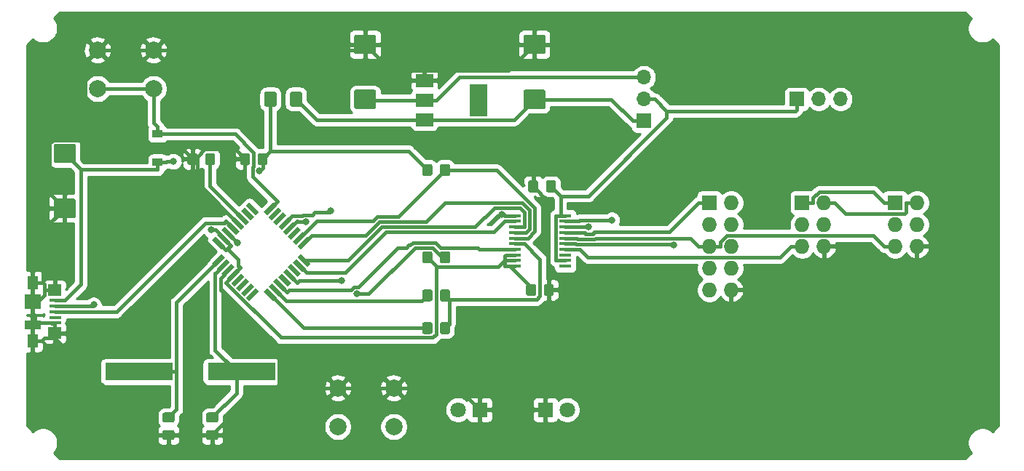
<source format=gbr>
%TF.GenerationSoftware,KiCad,Pcbnew,5.1.5-1.fc31*%
%TF.CreationDate,2020-04-02T16:35:23+02:00*%
%TF.ProjectId,avrisp-mkII-clone,61767269-7370-42d6-9d6b-49492d636c6f,1.0*%
%TF.SameCoordinates,PX54c81a0PY82ce540*%
%TF.FileFunction,Copper,L1,Top*%
%TF.FilePolarity,Positive*%
%FSLAX46Y46*%
G04 Gerber Fmt 4.6, Leading zero omitted, Abs format (unit mm)*
G04 Created by KiCad (PCBNEW 5.1.5-1.fc31) date 2020-04-02 16:35:23*
%MOMM*%
%LPD*%
G04 APERTURE LIST*
%TA.AperFunction,ComponentPad*%
%ADD10C,2.000000*%
%TD*%
%TA.AperFunction,SMDPad,CuDef*%
%ADD11R,1.200000X0.900000*%
%TD*%
%TA.AperFunction,SMDPad,CuDef*%
%ADD12C,0.150000*%
%TD*%
%TA.AperFunction,ComponentPad*%
%ADD13O,1.727200X1.727200*%
%TD*%
%TA.AperFunction,ComponentPad*%
%ADD14R,1.727200X1.727200*%
%TD*%
%TA.AperFunction,ComponentPad*%
%ADD15R,1.800000X1.800000*%
%TD*%
%TA.AperFunction,ComponentPad*%
%ADD16C,1.800000*%
%TD*%
%TA.AperFunction,SMDPad,CuDef*%
%ADD17R,1.380000X0.450000*%
%TD*%
%TA.AperFunction,SMDPad,CuDef*%
%ADD18R,1.550000X1.425000*%
%TD*%
%TA.AperFunction,SMDPad,CuDef*%
%ADD19R,1.300000X1.650000*%
%TD*%
%TA.AperFunction,SMDPad,CuDef*%
%ADD20R,1.900000X1.800000*%
%TD*%
%TA.AperFunction,SMDPad,CuDef*%
%ADD21R,1.900000X1.000000*%
%TD*%
%TA.AperFunction,ComponentPad*%
%ADD22R,1.700000X1.700000*%
%TD*%
%TA.AperFunction,ComponentPad*%
%ADD23O,1.700000X1.700000*%
%TD*%
%TA.AperFunction,SMDPad,CuDef*%
%ADD24R,2.000000X3.800000*%
%TD*%
%TA.AperFunction,SMDPad,CuDef*%
%ADD25R,2.000000X1.500000*%
%TD*%
%TA.AperFunction,SMDPad,CuDef*%
%ADD26R,1.450000X0.450000*%
%TD*%
%TA.AperFunction,SMDPad,CuDef*%
%ADD27R,7.875000X2.000000*%
%TD*%
%TA.AperFunction,ViaPad*%
%ADD28C,0.800000*%
%TD*%
%TA.AperFunction,Conductor*%
%ADD29C,0.400000*%
%TD*%
%TA.AperFunction,Conductor*%
%ADD30C,0.254000*%
%TD*%
G04 APERTURE END LIST*
D10*
%TO.P,SW1,2*%
%TO.N,Net-(C1-Pad2)*%
X8890000Y43760000D03*
%TO.P,SW1,1*%
%TO.N,GND*%
X8890000Y48260000D03*
%TO.P,SW1,2*%
%TO.N,Net-(C1-Pad2)*%
X15390000Y43760000D03*
%TO.P,SW1,1*%
%TO.N,GND*%
X15390000Y48260000D03*
%TD*%
D11*
%TO.P,D1,1*%
%TO.N,+5V*%
X15875000Y35180000D03*
%TO.P,D1,2*%
%TO.N,Net-(C1-Pad2)*%
X15875000Y38480000D03*
%TD*%
%TA.AperFunction,SMDPad,CuDef*%
D12*
%TO.P,C9,2*%
%TO.N,GND*%
G36*
X41054505Y50043796D02*
G01*
X41078773Y50040196D01*
X41102572Y50034235D01*
X41125671Y50025970D01*
X41147850Y50015480D01*
X41168893Y50002868D01*
X41188599Y49988253D01*
X41206777Y49971777D01*
X41223253Y49953599D01*
X41237868Y49933893D01*
X41250480Y49912850D01*
X41260970Y49890671D01*
X41269235Y49867572D01*
X41275196Y49843773D01*
X41278796Y49819505D01*
X41280000Y49795001D01*
X41280000Y48044999D01*
X41278796Y48020495D01*
X41275196Y47996227D01*
X41269235Y47972428D01*
X41260970Y47949329D01*
X41250480Y47927150D01*
X41237868Y47906107D01*
X41223253Y47886401D01*
X41206777Y47868223D01*
X41188599Y47851747D01*
X41168893Y47837132D01*
X41147850Y47824520D01*
X41125671Y47814030D01*
X41102572Y47805765D01*
X41078773Y47799804D01*
X41054505Y47796204D01*
X41030001Y47795000D01*
X38979999Y47795000D01*
X38955495Y47796204D01*
X38931227Y47799804D01*
X38907428Y47805765D01*
X38884329Y47814030D01*
X38862150Y47824520D01*
X38841107Y47837132D01*
X38821401Y47851747D01*
X38803223Y47868223D01*
X38786747Y47886401D01*
X38772132Y47906107D01*
X38759520Y47927150D01*
X38749030Y47949329D01*
X38740765Y47972428D01*
X38734804Y47996227D01*
X38731204Y48020495D01*
X38730000Y48044999D01*
X38730000Y49795001D01*
X38731204Y49819505D01*
X38734804Y49843773D01*
X38740765Y49867572D01*
X38749030Y49890671D01*
X38759520Y49912850D01*
X38772132Y49933893D01*
X38786747Y49953599D01*
X38803223Y49971777D01*
X38821401Y49988253D01*
X38841107Y50002868D01*
X38862150Y50015480D01*
X38884329Y50025970D01*
X38907428Y50034235D01*
X38931227Y50040196D01*
X38955495Y50043796D01*
X38979999Y50045000D01*
X41030001Y50045000D01*
X41054505Y50043796D01*
G37*
%TD.AperFunction*%
%TA.AperFunction,SMDPad,CuDef*%
%TO.P,C9,1*%
%TO.N,Net-(C9-Pad1)*%
G36*
X41054505Y43643796D02*
G01*
X41078773Y43640196D01*
X41102572Y43634235D01*
X41125671Y43625970D01*
X41147850Y43615480D01*
X41168893Y43602868D01*
X41188599Y43588253D01*
X41206777Y43571777D01*
X41223253Y43553599D01*
X41237868Y43533893D01*
X41250480Y43512850D01*
X41260970Y43490671D01*
X41269235Y43467572D01*
X41275196Y43443773D01*
X41278796Y43419505D01*
X41280000Y43395001D01*
X41280000Y41644999D01*
X41278796Y41620495D01*
X41275196Y41596227D01*
X41269235Y41572428D01*
X41260970Y41549329D01*
X41250480Y41527150D01*
X41237868Y41506107D01*
X41223253Y41486401D01*
X41206777Y41468223D01*
X41188599Y41451747D01*
X41168893Y41437132D01*
X41147850Y41424520D01*
X41125671Y41414030D01*
X41102572Y41405765D01*
X41078773Y41399804D01*
X41054505Y41396204D01*
X41030001Y41395000D01*
X38979999Y41395000D01*
X38955495Y41396204D01*
X38931227Y41399804D01*
X38907428Y41405765D01*
X38884329Y41414030D01*
X38862150Y41424520D01*
X38841107Y41437132D01*
X38821401Y41451747D01*
X38803223Y41468223D01*
X38786747Y41486401D01*
X38772132Y41506107D01*
X38759520Y41527150D01*
X38749030Y41549329D01*
X38740765Y41572428D01*
X38734804Y41596227D01*
X38731204Y41620495D01*
X38730000Y41644999D01*
X38730000Y43395001D01*
X38731204Y43419505D01*
X38734804Y43443773D01*
X38740765Y43467572D01*
X38749030Y43490671D01*
X38759520Y43512850D01*
X38772132Y43533893D01*
X38786747Y43553599D01*
X38803223Y43571777D01*
X38821401Y43588253D01*
X38841107Y43602868D01*
X38862150Y43615480D01*
X38884329Y43625970D01*
X38907428Y43634235D01*
X38931227Y43640196D01*
X38955495Y43643796D01*
X38979999Y43645000D01*
X41030001Y43645000D01*
X41054505Y43643796D01*
G37*
%TD.AperFunction*%
%TD*%
%TA.AperFunction,SMDPad,CuDef*%
%TO.P,C8,2*%
%TO.N,GND*%
G36*
X60739505Y50043796D02*
G01*
X60763773Y50040196D01*
X60787572Y50034235D01*
X60810671Y50025970D01*
X60832850Y50015480D01*
X60853893Y50002868D01*
X60873599Y49988253D01*
X60891777Y49971777D01*
X60908253Y49953599D01*
X60922868Y49933893D01*
X60935480Y49912850D01*
X60945970Y49890671D01*
X60954235Y49867572D01*
X60960196Y49843773D01*
X60963796Y49819505D01*
X60965000Y49795001D01*
X60965000Y48044999D01*
X60963796Y48020495D01*
X60960196Y47996227D01*
X60954235Y47972428D01*
X60945970Y47949329D01*
X60935480Y47927150D01*
X60922868Y47906107D01*
X60908253Y47886401D01*
X60891777Y47868223D01*
X60873599Y47851747D01*
X60853893Y47837132D01*
X60832850Y47824520D01*
X60810671Y47814030D01*
X60787572Y47805765D01*
X60763773Y47799804D01*
X60739505Y47796204D01*
X60715001Y47795000D01*
X58664999Y47795000D01*
X58640495Y47796204D01*
X58616227Y47799804D01*
X58592428Y47805765D01*
X58569329Y47814030D01*
X58547150Y47824520D01*
X58526107Y47837132D01*
X58506401Y47851747D01*
X58488223Y47868223D01*
X58471747Y47886401D01*
X58457132Y47906107D01*
X58444520Y47927150D01*
X58434030Y47949329D01*
X58425765Y47972428D01*
X58419804Y47996227D01*
X58416204Y48020495D01*
X58415000Y48044999D01*
X58415000Y49795001D01*
X58416204Y49819505D01*
X58419804Y49843773D01*
X58425765Y49867572D01*
X58434030Y49890671D01*
X58444520Y49912850D01*
X58457132Y49933893D01*
X58471747Y49953599D01*
X58488223Y49971777D01*
X58506401Y49988253D01*
X58526107Y50002868D01*
X58547150Y50015480D01*
X58569329Y50025970D01*
X58592428Y50034235D01*
X58616227Y50040196D01*
X58640495Y50043796D01*
X58664999Y50045000D01*
X60715001Y50045000D01*
X60739505Y50043796D01*
G37*
%TD.AperFunction*%
%TA.AperFunction,SMDPad,CuDef*%
%TO.P,C8,1*%
%TO.N,Net-(C8-Pad1)*%
G36*
X60739505Y43643796D02*
G01*
X60763773Y43640196D01*
X60787572Y43634235D01*
X60810671Y43625970D01*
X60832850Y43615480D01*
X60853893Y43602868D01*
X60873599Y43588253D01*
X60891777Y43571777D01*
X60908253Y43553599D01*
X60922868Y43533893D01*
X60935480Y43512850D01*
X60945970Y43490671D01*
X60954235Y43467572D01*
X60960196Y43443773D01*
X60963796Y43419505D01*
X60965000Y43395001D01*
X60965000Y41644999D01*
X60963796Y41620495D01*
X60960196Y41596227D01*
X60954235Y41572428D01*
X60945970Y41549329D01*
X60935480Y41527150D01*
X60922868Y41506107D01*
X60908253Y41486401D01*
X60891777Y41468223D01*
X60873599Y41451747D01*
X60853893Y41437132D01*
X60832850Y41424520D01*
X60810671Y41414030D01*
X60787572Y41405765D01*
X60763773Y41399804D01*
X60739505Y41396204D01*
X60715001Y41395000D01*
X58664999Y41395000D01*
X58640495Y41396204D01*
X58616227Y41399804D01*
X58592428Y41405765D01*
X58569329Y41414030D01*
X58547150Y41424520D01*
X58526107Y41437132D01*
X58506401Y41451747D01*
X58488223Y41468223D01*
X58471747Y41486401D01*
X58457132Y41506107D01*
X58444520Y41527150D01*
X58434030Y41549329D01*
X58425765Y41572428D01*
X58419804Y41596227D01*
X58416204Y41620495D01*
X58415000Y41644999D01*
X58415000Y43395001D01*
X58416204Y43419505D01*
X58419804Y43443773D01*
X58425765Y43467572D01*
X58434030Y43490671D01*
X58444520Y43512850D01*
X58457132Y43533893D01*
X58471747Y43553599D01*
X58488223Y43571777D01*
X58506401Y43588253D01*
X58526107Y43602868D01*
X58547150Y43615480D01*
X58569329Y43625970D01*
X58592428Y43634235D01*
X58616227Y43640196D01*
X58640495Y43643796D01*
X58664999Y43645000D01*
X60715001Y43645000D01*
X60739505Y43643796D01*
G37*
%TD.AperFunction*%
%TD*%
%TA.AperFunction,SMDPad,CuDef*%
%TO.P,C6,2*%
%TO.N,GND*%
G36*
X6129505Y30943796D02*
G01*
X6153773Y30940196D01*
X6177572Y30934235D01*
X6200671Y30925970D01*
X6222850Y30915480D01*
X6243893Y30902868D01*
X6263599Y30888253D01*
X6281777Y30871777D01*
X6298253Y30853599D01*
X6312868Y30833893D01*
X6325480Y30812850D01*
X6335970Y30790671D01*
X6344235Y30767572D01*
X6350196Y30743773D01*
X6353796Y30719505D01*
X6355000Y30695001D01*
X6355000Y28944999D01*
X6353796Y28920495D01*
X6350196Y28896227D01*
X6344235Y28872428D01*
X6335970Y28849329D01*
X6325480Y28827150D01*
X6312868Y28806107D01*
X6298253Y28786401D01*
X6281777Y28768223D01*
X6263599Y28751747D01*
X6243893Y28737132D01*
X6222850Y28724520D01*
X6200671Y28714030D01*
X6177572Y28705765D01*
X6153773Y28699804D01*
X6129505Y28696204D01*
X6105001Y28695000D01*
X4054999Y28695000D01*
X4030495Y28696204D01*
X4006227Y28699804D01*
X3982428Y28705765D01*
X3959329Y28714030D01*
X3937150Y28724520D01*
X3916107Y28737132D01*
X3896401Y28751747D01*
X3878223Y28768223D01*
X3861747Y28786401D01*
X3847132Y28806107D01*
X3834520Y28827150D01*
X3824030Y28849329D01*
X3815765Y28872428D01*
X3809804Y28896227D01*
X3806204Y28920495D01*
X3805000Y28944999D01*
X3805000Y30695001D01*
X3806204Y30719505D01*
X3809804Y30743773D01*
X3815765Y30767572D01*
X3824030Y30790671D01*
X3834520Y30812850D01*
X3847132Y30833893D01*
X3861747Y30853599D01*
X3878223Y30871777D01*
X3896401Y30888253D01*
X3916107Y30902868D01*
X3937150Y30915480D01*
X3959329Y30925970D01*
X3982428Y30934235D01*
X4006227Y30940196D01*
X4030495Y30943796D01*
X4054999Y30945000D01*
X6105001Y30945000D01*
X6129505Y30943796D01*
G37*
%TD.AperFunction*%
%TA.AperFunction,SMDPad,CuDef*%
%TO.P,C6,1*%
%TO.N,+5V*%
G36*
X6129505Y37343796D02*
G01*
X6153773Y37340196D01*
X6177572Y37334235D01*
X6200671Y37325970D01*
X6222850Y37315480D01*
X6243893Y37302868D01*
X6263599Y37288253D01*
X6281777Y37271777D01*
X6298253Y37253599D01*
X6312868Y37233893D01*
X6325480Y37212850D01*
X6335970Y37190671D01*
X6344235Y37167572D01*
X6350196Y37143773D01*
X6353796Y37119505D01*
X6355000Y37095001D01*
X6355000Y35344999D01*
X6353796Y35320495D01*
X6350196Y35296227D01*
X6344235Y35272428D01*
X6335970Y35249329D01*
X6325480Y35227150D01*
X6312868Y35206107D01*
X6298253Y35186401D01*
X6281777Y35168223D01*
X6263599Y35151747D01*
X6243893Y35137132D01*
X6222850Y35124520D01*
X6200671Y35114030D01*
X6177572Y35105765D01*
X6153773Y35099804D01*
X6129505Y35096204D01*
X6105001Y35095000D01*
X4054999Y35095000D01*
X4030495Y35096204D01*
X4006227Y35099804D01*
X3982428Y35105765D01*
X3959329Y35114030D01*
X3937150Y35124520D01*
X3916107Y35137132D01*
X3896401Y35151747D01*
X3878223Y35168223D01*
X3861747Y35186401D01*
X3847132Y35206107D01*
X3834520Y35227150D01*
X3824030Y35249329D01*
X3815765Y35272428D01*
X3809804Y35296227D01*
X3806204Y35320495D01*
X3805000Y35344999D01*
X3805000Y37095001D01*
X3806204Y37119505D01*
X3809804Y37143773D01*
X3815765Y37167572D01*
X3824030Y37190671D01*
X3834520Y37212850D01*
X3847132Y37233893D01*
X3861747Y37253599D01*
X3878223Y37271777D01*
X3896401Y37288253D01*
X3916107Y37302868D01*
X3937150Y37315480D01*
X3959329Y37325970D01*
X3982428Y37334235D01*
X4006227Y37340196D01*
X4030495Y37343796D01*
X4054999Y37345000D01*
X6105001Y37345000D01*
X6129505Y37343796D01*
G37*
%TD.AperFunction*%
%TD*%
D13*
%TO.P,J3,6*%
%TO.N,GND*%
X104140000Y25400000D03*
%TO.P,J3,5*%
%TO.N,/RESET*%
X101600000Y25400000D03*
%TO.P,J3,4*%
%TO.N,Net-(J3-Pad4)*%
X104140000Y27940000D03*
%TO.P,J3,3*%
%TO.N,/CLK*%
X101600000Y27940000D03*
%TO.P,J3,2*%
%TO.N,VSS*%
X104140000Y30480000D03*
D14*
%TO.P,J3,1*%
%TO.N,/DATA*%
X101600000Y30480000D03*
%TD*%
D13*
%TO.P,J2,6*%
%TO.N,GND*%
X93345000Y25400000D03*
%TO.P,J2,5*%
%TO.N,/CLK*%
X90805000Y25400000D03*
%TO.P,J2,4*%
%TO.N,Net-(J2-Pad4)*%
X93345000Y27940000D03*
%TO.P,J2,3*%
%TO.N,Net-(J2-Pad3)*%
X90805000Y27940000D03*
%TO.P,J2,2*%
%TO.N,VSS*%
X93345000Y30480000D03*
D14*
%TO.P,J2,1*%
%TO.N,/DATA*%
X90805000Y30480000D03*
%TD*%
%TA.AperFunction,SMDPad,CuDef*%
D12*
%TO.P,C2,1*%
%TO.N,Net-(C2-Pad1)*%
G36*
X17619505Y6043796D02*
G01*
X17643773Y6040196D01*
X17667572Y6034235D01*
X17690671Y6025970D01*
X17712850Y6015480D01*
X17733893Y6002868D01*
X17753599Y5988253D01*
X17771777Y5971777D01*
X17788253Y5953599D01*
X17802868Y5933893D01*
X17815480Y5912850D01*
X17825970Y5890671D01*
X17834235Y5867572D01*
X17840196Y5843773D01*
X17843796Y5819505D01*
X17845000Y5795001D01*
X17845000Y5144999D01*
X17843796Y5120495D01*
X17840196Y5096227D01*
X17834235Y5072428D01*
X17825970Y5049329D01*
X17815480Y5027150D01*
X17802868Y5006107D01*
X17788253Y4986401D01*
X17771777Y4968223D01*
X17753599Y4951747D01*
X17733893Y4937132D01*
X17712850Y4924520D01*
X17690671Y4914030D01*
X17667572Y4905765D01*
X17643773Y4899804D01*
X17619505Y4896204D01*
X17595001Y4895000D01*
X16694999Y4895000D01*
X16670495Y4896204D01*
X16646227Y4899804D01*
X16622428Y4905765D01*
X16599329Y4914030D01*
X16577150Y4924520D01*
X16556107Y4937132D01*
X16536401Y4951747D01*
X16518223Y4968223D01*
X16501747Y4986401D01*
X16487132Y5006107D01*
X16474520Y5027150D01*
X16464030Y5049329D01*
X16455765Y5072428D01*
X16449804Y5096227D01*
X16446204Y5120495D01*
X16445000Y5144999D01*
X16445000Y5795001D01*
X16446204Y5819505D01*
X16449804Y5843773D01*
X16455765Y5867572D01*
X16464030Y5890671D01*
X16474520Y5912850D01*
X16487132Y5933893D01*
X16501747Y5953599D01*
X16518223Y5971777D01*
X16536401Y5988253D01*
X16556107Y6002868D01*
X16577150Y6015480D01*
X16599329Y6025970D01*
X16622428Y6034235D01*
X16646227Y6040196D01*
X16670495Y6043796D01*
X16694999Y6045000D01*
X17595001Y6045000D01*
X17619505Y6043796D01*
G37*
%TD.AperFunction*%
%TA.AperFunction,SMDPad,CuDef*%
%TO.P,C2,2*%
%TO.N,GND*%
G36*
X17619505Y3993796D02*
G01*
X17643773Y3990196D01*
X17667572Y3984235D01*
X17690671Y3975970D01*
X17712850Y3965480D01*
X17733893Y3952868D01*
X17753599Y3938253D01*
X17771777Y3921777D01*
X17788253Y3903599D01*
X17802868Y3883893D01*
X17815480Y3862850D01*
X17825970Y3840671D01*
X17834235Y3817572D01*
X17840196Y3793773D01*
X17843796Y3769505D01*
X17845000Y3745001D01*
X17845000Y3094999D01*
X17843796Y3070495D01*
X17840196Y3046227D01*
X17834235Y3022428D01*
X17825970Y2999329D01*
X17815480Y2977150D01*
X17802868Y2956107D01*
X17788253Y2936401D01*
X17771777Y2918223D01*
X17753599Y2901747D01*
X17733893Y2887132D01*
X17712850Y2874520D01*
X17690671Y2864030D01*
X17667572Y2855765D01*
X17643773Y2849804D01*
X17619505Y2846204D01*
X17595001Y2845000D01*
X16694999Y2845000D01*
X16670495Y2846204D01*
X16646227Y2849804D01*
X16622428Y2855765D01*
X16599329Y2864030D01*
X16577150Y2874520D01*
X16556107Y2887132D01*
X16536401Y2901747D01*
X16518223Y2918223D01*
X16501747Y2936401D01*
X16487132Y2956107D01*
X16474520Y2977150D01*
X16464030Y2999329D01*
X16455765Y3022428D01*
X16449804Y3046227D01*
X16446204Y3070495D01*
X16445000Y3094999D01*
X16445000Y3745001D01*
X16446204Y3769505D01*
X16449804Y3793773D01*
X16455765Y3817572D01*
X16464030Y3840671D01*
X16474520Y3862850D01*
X16487132Y3883893D01*
X16501747Y3903599D01*
X16518223Y3921777D01*
X16536401Y3938253D01*
X16556107Y3952868D01*
X16577150Y3965480D01*
X16599329Y3975970D01*
X16622428Y3984235D01*
X16646227Y3990196D01*
X16670495Y3993796D01*
X16694999Y3995000D01*
X17595001Y3995000D01*
X17619505Y3993796D01*
G37*
%TD.AperFunction*%
%TD*%
%TA.AperFunction,SMDPad,CuDef*%
%TO.P,C3,1*%
%TO.N,Net-(C3-Pad1)*%
G36*
X22699505Y6043796D02*
G01*
X22723773Y6040196D01*
X22747572Y6034235D01*
X22770671Y6025970D01*
X22792850Y6015480D01*
X22813893Y6002868D01*
X22833599Y5988253D01*
X22851777Y5971777D01*
X22868253Y5953599D01*
X22882868Y5933893D01*
X22895480Y5912850D01*
X22905970Y5890671D01*
X22914235Y5867572D01*
X22920196Y5843773D01*
X22923796Y5819505D01*
X22925000Y5795001D01*
X22925000Y5144999D01*
X22923796Y5120495D01*
X22920196Y5096227D01*
X22914235Y5072428D01*
X22905970Y5049329D01*
X22895480Y5027150D01*
X22882868Y5006107D01*
X22868253Y4986401D01*
X22851777Y4968223D01*
X22833599Y4951747D01*
X22813893Y4937132D01*
X22792850Y4924520D01*
X22770671Y4914030D01*
X22747572Y4905765D01*
X22723773Y4899804D01*
X22699505Y4896204D01*
X22675001Y4895000D01*
X21774999Y4895000D01*
X21750495Y4896204D01*
X21726227Y4899804D01*
X21702428Y4905765D01*
X21679329Y4914030D01*
X21657150Y4924520D01*
X21636107Y4937132D01*
X21616401Y4951747D01*
X21598223Y4968223D01*
X21581747Y4986401D01*
X21567132Y5006107D01*
X21554520Y5027150D01*
X21544030Y5049329D01*
X21535765Y5072428D01*
X21529804Y5096227D01*
X21526204Y5120495D01*
X21525000Y5144999D01*
X21525000Y5795001D01*
X21526204Y5819505D01*
X21529804Y5843773D01*
X21535765Y5867572D01*
X21544030Y5890671D01*
X21554520Y5912850D01*
X21567132Y5933893D01*
X21581747Y5953599D01*
X21598223Y5971777D01*
X21616401Y5988253D01*
X21636107Y6002868D01*
X21657150Y6015480D01*
X21679329Y6025970D01*
X21702428Y6034235D01*
X21726227Y6040196D01*
X21750495Y6043796D01*
X21774999Y6045000D01*
X22675001Y6045000D01*
X22699505Y6043796D01*
G37*
%TD.AperFunction*%
%TA.AperFunction,SMDPad,CuDef*%
%TO.P,C3,2*%
%TO.N,GND*%
G36*
X22699505Y3993796D02*
G01*
X22723773Y3990196D01*
X22747572Y3984235D01*
X22770671Y3975970D01*
X22792850Y3965480D01*
X22813893Y3952868D01*
X22833599Y3938253D01*
X22851777Y3921777D01*
X22868253Y3903599D01*
X22882868Y3883893D01*
X22895480Y3862850D01*
X22905970Y3840671D01*
X22914235Y3817572D01*
X22920196Y3793773D01*
X22923796Y3769505D01*
X22925000Y3745001D01*
X22925000Y3094999D01*
X22923796Y3070495D01*
X22920196Y3046227D01*
X22914235Y3022428D01*
X22905970Y2999329D01*
X22895480Y2977150D01*
X22882868Y2956107D01*
X22868253Y2936401D01*
X22851777Y2918223D01*
X22833599Y2901747D01*
X22813893Y2887132D01*
X22792850Y2874520D01*
X22770671Y2864030D01*
X22747572Y2855765D01*
X22723773Y2849804D01*
X22699505Y2846204D01*
X22675001Y2845000D01*
X21774999Y2845000D01*
X21750495Y2846204D01*
X21726227Y2849804D01*
X21702428Y2855765D01*
X21679329Y2864030D01*
X21657150Y2874520D01*
X21636107Y2887132D01*
X21616401Y2901747D01*
X21598223Y2918223D01*
X21581747Y2936401D01*
X21567132Y2956107D01*
X21554520Y2977150D01*
X21544030Y2999329D01*
X21535765Y3022428D01*
X21529804Y3046227D01*
X21526204Y3070495D01*
X21525000Y3094999D01*
X21525000Y3745001D01*
X21526204Y3769505D01*
X21529804Y3793773D01*
X21535765Y3817572D01*
X21544030Y3840671D01*
X21554520Y3862850D01*
X21567132Y3883893D01*
X21581747Y3903599D01*
X21598223Y3921777D01*
X21616401Y3938253D01*
X21636107Y3952868D01*
X21657150Y3965480D01*
X21679329Y3975970D01*
X21702428Y3984235D01*
X21726227Y3990196D01*
X21750495Y3993796D01*
X21774999Y3995000D01*
X22675001Y3995000D01*
X22699505Y3993796D01*
G37*
%TD.AperFunction*%
%TD*%
%TA.AperFunction,SMDPad,CuDef*%
%TO.P,C4,2*%
%TO.N,GND*%
G36*
X20279505Y36258796D02*
G01*
X20303773Y36255196D01*
X20327572Y36249235D01*
X20350671Y36240970D01*
X20372850Y36230480D01*
X20393893Y36217868D01*
X20413599Y36203253D01*
X20431777Y36186777D01*
X20448253Y36168599D01*
X20462868Y36148893D01*
X20475480Y36127850D01*
X20485970Y36105671D01*
X20494235Y36082572D01*
X20500196Y36058773D01*
X20503796Y36034505D01*
X20505000Y36010001D01*
X20505000Y35109999D01*
X20503796Y35085495D01*
X20500196Y35061227D01*
X20494235Y35037428D01*
X20485970Y35014329D01*
X20475480Y34992150D01*
X20462868Y34971107D01*
X20448253Y34951401D01*
X20431777Y34933223D01*
X20413599Y34916747D01*
X20393893Y34902132D01*
X20372850Y34889520D01*
X20350671Y34879030D01*
X20327572Y34870765D01*
X20303773Y34864804D01*
X20279505Y34861204D01*
X20255001Y34860000D01*
X19604999Y34860000D01*
X19580495Y34861204D01*
X19556227Y34864804D01*
X19532428Y34870765D01*
X19509329Y34879030D01*
X19487150Y34889520D01*
X19466107Y34902132D01*
X19446401Y34916747D01*
X19428223Y34933223D01*
X19411747Y34951401D01*
X19397132Y34971107D01*
X19384520Y34992150D01*
X19374030Y35014329D01*
X19365765Y35037428D01*
X19359804Y35061227D01*
X19356204Y35085495D01*
X19355000Y35109999D01*
X19355000Y36010001D01*
X19356204Y36034505D01*
X19359804Y36058773D01*
X19365765Y36082572D01*
X19374030Y36105671D01*
X19384520Y36127850D01*
X19397132Y36148893D01*
X19411747Y36168599D01*
X19428223Y36186777D01*
X19446401Y36203253D01*
X19466107Y36217868D01*
X19487150Y36230480D01*
X19509329Y36240970D01*
X19532428Y36249235D01*
X19556227Y36255196D01*
X19580495Y36258796D01*
X19604999Y36260000D01*
X20255001Y36260000D01*
X20279505Y36258796D01*
G37*
%TD.AperFunction*%
%TA.AperFunction,SMDPad,CuDef*%
%TO.P,C4,1*%
%TO.N,Net-(C4-Pad1)*%
G36*
X22329505Y36258796D02*
G01*
X22353773Y36255196D01*
X22377572Y36249235D01*
X22400671Y36240970D01*
X22422850Y36230480D01*
X22443893Y36217868D01*
X22463599Y36203253D01*
X22481777Y36186777D01*
X22498253Y36168599D01*
X22512868Y36148893D01*
X22525480Y36127850D01*
X22535970Y36105671D01*
X22544235Y36082572D01*
X22550196Y36058773D01*
X22553796Y36034505D01*
X22555000Y36010001D01*
X22555000Y35109999D01*
X22553796Y35085495D01*
X22550196Y35061227D01*
X22544235Y35037428D01*
X22535970Y35014329D01*
X22525480Y34992150D01*
X22512868Y34971107D01*
X22498253Y34951401D01*
X22481777Y34933223D01*
X22463599Y34916747D01*
X22443893Y34902132D01*
X22422850Y34889520D01*
X22400671Y34879030D01*
X22377572Y34870765D01*
X22353773Y34864804D01*
X22329505Y34861204D01*
X22305001Y34860000D01*
X21654999Y34860000D01*
X21630495Y34861204D01*
X21606227Y34864804D01*
X21582428Y34870765D01*
X21559329Y34879030D01*
X21537150Y34889520D01*
X21516107Y34902132D01*
X21496401Y34916747D01*
X21478223Y34933223D01*
X21461747Y34951401D01*
X21447132Y34971107D01*
X21434520Y34992150D01*
X21424030Y35014329D01*
X21415765Y35037428D01*
X21409804Y35061227D01*
X21406204Y35085495D01*
X21405000Y35109999D01*
X21405000Y36010001D01*
X21406204Y36034505D01*
X21409804Y36058773D01*
X21415765Y36082572D01*
X21424030Y36105671D01*
X21434520Y36127850D01*
X21447132Y36148893D01*
X21461747Y36168599D01*
X21478223Y36186777D01*
X21496401Y36203253D01*
X21516107Y36217868D01*
X21537150Y36230480D01*
X21559329Y36240970D01*
X21582428Y36249235D01*
X21606227Y36255196D01*
X21630495Y36258796D01*
X21654999Y36260000D01*
X22305001Y36260000D01*
X22329505Y36258796D01*
G37*
%TD.AperFunction*%
%TD*%
%TA.AperFunction,SMDPad,CuDef*%
%TO.P,C5,1*%
%TO.N,+5V*%
G36*
X28434505Y36258796D02*
G01*
X28458773Y36255196D01*
X28482572Y36249235D01*
X28505671Y36240970D01*
X28527850Y36230480D01*
X28548893Y36217868D01*
X28568599Y36203253D01*
X28586777Y36186777D01*
X28603253Y36168599D01*
X28617868Y36148893D01*
X28630480Y36127850D01*
X28640970Y36105671D01*
X28649235Y36082572D01*
X28655196Y36058773D01*
X28658796Y36034505D01*
X28660000Y36010001D01*
X28660000Y35109999D01*
X28658796Y35085495D01*
X28655196Y35061227D01*
X28649235Y35037428D01*
X28640970Y35014329D01*
X28630480Y34992150D01*
X28617868Y34971107D01*
X28603253Y34951401D01*
X28586777Y34933223D01*
X28568599Y34916747D01*
X28548893Y34902132D01*
X28527850Y34889520D01*
X28505671Y34879030D01*
X28482572Y34870765D01*
X28458773Y34864804D01*
X28434505Y34861204D01*
X28410001Y34860000D01*
X27759999Y34860000D01*
X27735495Y34861204D01*
X27711227Y34864804D01*
X27687428Y34870765D01*
X27664329Y34879030D01*
X27642150Y34889520D01*
X27621107Y34902132D01*
X27601401Y34916747D01*
X27583223Y34933223D01*
X27566747Y34951401D01*
X27552132Y34971107D01*
X27539520Y34992150D01*
X27529030Y35014329D01*
X27520765Y35037428D01*
X27514804Y35061227D01*
X27511204Y35085495D01*
X27510000Y35109999D01*
X27510000Y36010001D01*
X27511204Y36034505D01*
X27514804Y36058773D01*
X27520765Y36082572D01*
X27529030Y36105671D01*
X27539520Y36127850D01*
X27552132Y36148893D01*
X27566747Y36168599D01*
X27583223Y36186777D01*
X27601401Y36203253D01*
X27621107Y36217868D01*
X27642150Y36230480D01*
X27664329Y36240970D01*
X27687428Y36249235D01*
X27711227Y36255196D01*
X27735495Y36258796D01*
X27759999Y36260000D01*
X28410001Y36260000D01*
X28434505Y36258796D01*
G37*
%TD.AperFunction*%
%TA.AperFunction,SMDPad,CuDef*%
%TO.P,C5,2*%
%TO.N,GND*%
G36*
X26384505Y36258796D02*
G01*
X26408773Y36255196D01*
X26432572Y36249235D01*
X26455671Y36240970D01*
X26477850Y36230480D01*
X26498893Y36217868D01*
X26518599Y36203253D01*
X26536777Y36186777D01*
X26553253Y36168599D01*
X26567868Y36148893D01*
X26580480Y36127850D01*
X26590970Y36105671D01*
X26599235Y36082572D01*
X26605196Y36058773D01*
X26608796Y36034505D01*
X26610000Y36010001D01*
X26610000Y35109999D01*
X26608796Y35085495D01*
X26605196Y35061227D01*
X26599235Y35037428D01*
X26590970Y35014329D01*
X26580480Y34992150D01*
X26567868Y34971107D01*
X26553253Y34951401D01*
X26536777Y34933223D01*
X26518599Y34916747D01*
X26498893Y34902132D01*
X26477850Y34889520D01*
X26455671Y34879030D01*
X26432572Y34870765D01*
X26408773Y34864804D01*
X26384505Y34861204D01*
X26360001Y34860000D01*
X25709999Y34860000D01*
X25685495Y34861204D01*
X25661227Y34864804D01*
X25637428Y34870765D01*
X25614329Y34879030D01*
X25592150Y34889520D01*
X25571107Y34902132D01*
X25551401Y34916747D01*
X25533223Y34933223D01*
X25516747Y34951401D01*
X25502132Y34971107D01*
X25489520Y34992150D01*
X25479030Y35014329D01*
X25470765Y35037428D01*
X25464804Y35061227D01*
X25461204Y35085495D01*
X25460000Y35109999D01*
X25460000Y36010001D01*
X25461204Y36034505D01*
X25464804Y36058773D01*
X25470765Y36082572D01*
X25479030Y36105671D01*
X25489520Y36127850D01*
X25502132Y36148893D01*
X25516747Y36168599D01*
X25533223Y36186777D01*
X25551401Y36203253D01*
X25571107Y36217868D01*
X25592150Y36230480D01*
X25614329Y36240970D01*
X25637428Y36249235D01*
X25661227Y36255196D01*
X25685495Y36258796D01*
X25709999Y36260000D01*
X26360001Y36260000D01*
X26384505Y36258796D01*
G37*
%TD.AperFunction*%
%TD*%
%TA.AperFunction,SMDPad,CuDef*%
%TO.P,C7,2*%
%TO.N,+5V*%
G36*
X59649505Y21018796D02*
G01*
X59673773Y21015196D01*
X59697572Y21009235D01*
X59720671Y21000970D01*
X59742850Y20990480D01*
X59763893Y20977868D01*
X59783599Y20963253D01*
X59801777Y20946777D01*
X59818253Y20928599D01*
X59832868Y20908893D01*
X59845480Y20887850D01*
X59855970Y20865671D01*
X59864235Y20842572D01*
X59870196Y20818773D01*
X59873796Y20794505D01*
X59875000Y20770001D01*
X59875000Y19869999D01*
X59873796Y19845495D01*
X59870196Y19821227D01*
X59864235Y19797428D01*
X59855970Y19774329D01*
X59845480Y19752150D01*
X59832868Y19731107D01*
X59818253Y19711401D01*
X59801777Y19693223D01*
X59783599Y19676747D01*
X59763893Y19662132D01*
X59742850Y19649520D01*
X59720671Y19639030D01*
X59697572Y19630765D01*
X59673773Y19624804D01*
X59649505Y19621204D01*
X59625001Y19620000D01*
X58974999Y19620000D01*
X58950495Y19621204D01*
X58926227Y19624804D01*
X58902428Y19630765D01*
X58879329Y19639030D01*
X58857150Y19649520D01*
X58836107Y19662132D01*
X58816401Y19676747D01*
X58798223Y19693223D01*
X58781747Y19711401D01*
X58767132Y19731107D01*
X58754520Y19752150D01*
X58744030Y19774329D01*
X58735765Y19797428D01*
X58729804Y19821227D01*
X58726204Y19845495D01*
X58725000Y19869999D01*
X58725000Y20770001D01*
X58726204Y20794505D01*
X58729804Y20818773D01*
X58735765Y20842572D01*
X58744030Y20865671D01*
X58754520Y20887850D01*
X58767132Y20908893D01*
X58781747Y20928599D01*
X58798223Y20946777D01*
X58816401Y20963253D01*
X58836107Y20977868D01*
X58857150Y20990480D01*
X58879329Y21000970D01*
X58902428Y21009235D01*
X58926227Y21015196D01*
X58950495Y21018796D01*
X58974999Y21020000D01*
X59625001Y21020000D01*
X59649505Y21018796D01*
G37*
%TD.AperFunction*%
%TA.AperFunction,SMDPad,CuDef*%
%TO.P,C7,1*%
%TO.N,GND*%
G36*
X61699505Y21018796D02*
G01*
X61723773Y21015196D01*
X61747572Y21009235D01*
X61770671Y21000970D01*
X61792850Y20990480D01*
X61813893Y20977868D01*
X61833599Y20963253D01*
X61851777Y20946777D01*
X61868253Y20928599D01*
X61882868Y20908893D01*
X61895480Y20887850D01*
X61905970Y20865671D01*
X61914235Y20842572D01*
X61920196Y20818773D01*
X61923796Y20794505D01*
X61925000Y20770001D01*
X61925000Y19869999D01*
X61923796Y19845495D01*
X61920196Y19821227D01*
X61914235Y19797428D01*
X61905970Y19774329D01*
X61895480Y19752150D01*
X61882868Y19731107D01*
X61868253Y19711401D01*
X61851777Y19693223D01*
X61833599Y19676747D01*
X61813893Y19662132D01*
X61792850Y19649520D01*
X61770671Y19639030D01*
X61747572Y19630765D01*
X61723773Y19624804D01*
X61699505Y19621204D01*
X61675001Y19620000D01*
X61024999Y19620000D01*
X61000495Y19621204D01*
X60976227Y19624804D01*
X60952428Y19630765D01*
X60929329Y19639030D01*
X60907150Y19649520D01*
X60886107Y19662132D01*
X60866401Y19676747D01*
X60848223Y19693223D01*
X60831747Y19711401D01*
X60817132Y19731107D01*
X60804520Y19752150D01*
X60794030Y19774329D01*
X60785765Y19797428D01*
X60779804Y19821227D01*
X60776204Y19845495D01*
X60775000Y19869999D01*
X60775000Y20770001D01*
X60776204Y20794505D01*
X60779804Y20818773D01*
X60785765Y20842572D01*
X60794030Y20865671D01*
X60804520Y20887850D01*
X60817132Y20908893D01*
X60831747Y20928599D01*
X60848223Y20946777D01*
X60866401Y20963253D01*
X60886107Y20977868D01*
X60907150Y20990480D01*
X60929329Y21000970D01*
X60952428Y21009235D01*
X60976227Y21015196D01*
X61000495Y21018796D01*
X61024999Y21020000D01*
X61675001Y21020000D01*
X61699505Y21018796D01*
G37*
%TD.AperFunction*%
%TD*%
%TA.AperFunction,SMDPad,CuDef*%
%TO.P,C10,1*%
%TO.N,GND*%
G36*
X59894505Y33083796D02*
G01*
X59918773Y33080196D01*
X59942572Y33074235D01*
X59965671Y33065970D01*
X59987850Y33055480D01*
X60008893Y33042868D01*
X60028599Y33028253D01*
X60046777Y33011777D01*
X60063253Y32993599D01*
X60077868Y32973893D01*
X60090480Y32952850D01*
X60100970Y32930671D01*
X60109235Y32907572D01*
X60115196Y32883773D01*
X60118796Y32859505D01*
X60120000Y32835001D01*
X60120000Y31934999D01*
X60118796Y31910495D01*
X60115196Y31886227D01*
X60109235Y31862428D01*
X60100970Y31839329D01*
X60090480Y31817150D01*
X60077868Y31796107D01*
X60063253Y31776401D01*
X60046777Y31758223D01*
X60028599Y31741747D01*
X60008893Y31727132D01*
X59987850Y31714520D01*
X59965671Y31704030D01*
X59942572Y31695765D01*
X59918773Y31689804D01*
X59894505Y31686204D01*
X59870001Y31685000D01*
X59219999Y31685000D01*
X59195495Y31686204D01*
X59171227Y31689804D01*
X59147428Y31695765D01*
X59124329Y31704030D01*
X59102150Y31714520D01*
X59081107Y31727132D01*
X59061401Y31741747D01*
X59043223Y31758223D01*
X59026747Y31776401D01*
X59012132Y31796107D01*
X58999520Y31817150D01*
X58989030Y31839329D01*
X58980765Y31862428D01*
X58974804Y31886227D01*
X58971204Y31910495D01*
X58970000Y31934999D01*
X58970000Y32835001D01*
X58971204Y32859505D01*
X58974804Y32883773D01*
X58980765Y32907572D01*
X58989030Y32930671D01*
X58999520Y32952850D01*
X59012132Y32973893D01*
X59026747Y32993599D01*
X59043223Y33011777D01*
X59061401Y33028253D01*
X59081107Y33042868D01*
X59102150Y33055480D01*
X59124329Y33065970D01*
X59147428Y33074235D01*
X59171227Y33080196D01*
X59195495Y33083796D01*
X59219999Y33085000D01*
X59870001Y33085000D01*
X59894505Y33083796D01*
G37*
%TD.AperFunction*%
%TA.AperFunction,SMDPad,CuDef*%
%TO.P,C10,2*%
%TO.N,Net-(C10-Pad2)*%
G36*
X61944505Y33083796D02*
G01*
X61968773Y33080196D01*
X61992572Y33074235D01*
X62015671Y33065970D01*
X62037850Y33055480D01*
X62058893Y33042868D01*
X62078599Y33028253D01*
X62096777Y33011777D01*
X62113253Y32993599D01*
X62127868Y32973893D01*
X62140480Y32952850D01*
X62150970Y32930671D01*
X62159235Y32907572D01*
X62165196Y32883773D01*
X62168796Y32859505D01*
X62170000Y32835001D01*
X62170000Y31934999D01*
X62168796Y31910495D01*
X62165196Y31886227D01*
X62159235Y31862428D01*
X62150970Y31839329D01*
X62140480Y31817150D01*
X62127868Y31796107D01*
X62113253Y31776401D01*
X62096777Y31758223D01*
X62078599Y31741747D01*
X62058893Y31727132D01*
X62037850Y31714520D01*
X62015671Y31704030D01*
X61992572Y31695765D01*
X61968773Y31689804D01*
X61944505Y31686204D01*
X61920001Y31685000D01*
X61269999Y31685000D01*
X61245495Y31686204D01*
X61221227Y31689804D01*
X61197428Y31695765D01*
X61174329Y31704030D01*
X61152150Y31714520D01*
X61131107Y31727132D01*
X61111401Y31741747D01*
X61093223Y31758223D01*
X61076747Y31776401D01*
X61062132Y31796107D01*
X61049520Y31817150D01*
X61039030Y31839329D01*
X61030765Y31862428D01*
X61024804Y31886227D01*
X61021204Y31910495D01*
X61020000Y31934999D01*
X61020000Y32835001D01*
X61021204Y32859505D01*
X61024804Y32883773D01*
X61030765Y32907572D01*
X61039030Y32930671D01*
X61049520Y32952850D01*
X61062132Y32973893D01*
X61076747Y32993599D01*
X61093223Y33011777D01*
X61111401Y33028253D01*
X61131107Y33042868D01*
X61152150Y33055480D01*
X61174329Y33065970D01*
X61197428Y33074235D01*
X61221227Y33080196D01*
X61245495Y33083796D01*
X61269999Y33085000D01*
X61920001Y33085000D01*
X61944505Y33083796D01*
G37*
%TD.AperFunction*%
%TD*%
D15*
%TO.P,D2,1*%
%TO.N,GND*%
X60960000Y6350000D03*
D16*
%TO.P,D2,2*%
%TO.N,Net-(D2-Pad2)*%
X63500000Y6350000D03*
%TD*%
%TO.P,D3,2*%
%TO.N,Net-(D3-Pad2)*%
X50800000Y6350000D03*
D15*
%TO.P,D3,1*%
%TO.N,GND*%
X53340000Y6350000D03*
%TD*%
%TA.AperFunction,SMDPad,CuDef*%
D12*
%TO.P,FB1,1*%
%TO.N,Net-(C8-Pad1)*%
G36*
X32454504Y43418796D02*
G01*
X32478773Y43415196D01*
X32502571Y43409235D01*
X32525671Y43400970D01*
X32547849Y43390480D01*
X32568893Y43377867D01*
X32588598Y43363253D01*
X32606777Y43346777D01*
X32623253Y43328598D01*
X32637867Y43308893D01*
X32650480Y43287849D01*
X32660970Y43265671D01*
X32669235Y43242571D01*
X32675196Y43218773D01*
X32678796Y43194504D01*
X32680000Y43170000D01*
X32680000Y41920000D01*
X32678796Y41895496D01*
X32675196Y41871227D01*
X32669235Y41847429D01*
X32660970Y41824329D01*
X32650480Y41802151D01*
X32637867Y41781107D01*
X32623253Y41761402D01*
X32606777Y41743223D01*
X32588598Y41726747D01*
X32568893Y41712133D01*
X32547849Y41699520D01*
X32525671Y41689030D01*
X32502571Y41680765D01*
X32478773Y41674804D01*
X32454504Y41671204D01*
X32430000Y41670000D01*
X31505000Y41670000D01*
X31480496Y41671204D01*
X31456227Y41674804D01*
X31432429Y41680765D01*
X31409329Y41689030D01*
X31387151Y41699520D01*
X31366107Y41712133D01*
X31346402Y41726747D01*
X31328223Y41743223D01*
X31311747Y41761402D01*
X31297133Y41781107D01*
X31284520Y41802151D01*
X31274030Y41824329D01*
X31265765Y41847429D01*
X31259804Y41871227D01*
X31256204Y41895496D01*
X31255000Y41920000D01*
X31255000Y43170000D01*
X31256204Y43194504D01*
X31259804Y43218773D01*
X31265765Y43242571D01*
X31274030Y43265671D01*
X31284520Y43287849D01*
X31297133Y43308893D01*
X31311747Y43328598D01*
X31328223Y43346777D01*
X31346402Y43363253D01*
X31366107Y43377867D01*
X31387151Y43390480D01*
X31409329Y43400970D01*
X31432429Y43409235D01*
X31456227Y43415196D01*
X31480496Y43418796D01*
X31505000Y43420000D01*
X32430000Y43420000D01*
X32454504Y43418796D01*
G37*
%TD.AperFunction*%
%TA.AperFunction,SMDPad,CuDef*%
%TO.P,FB1,2*%
%TO.N,+5V*%
G36*
X29479504Y43418796D02*
G01*
X29503773Y43415196D01*
X29527571Y43409235D01*
X29550671Y43400970D01*
X29572849Y43390480D01*
X29593893Y43377867D01*
X29613598Y43363253D01*
X29631777Y43346777D01*
X29648253Y43328598D01*
X29662867Y43308893D01*
X29675480Y43287849D01*
X29685970Y43265671D01*
X29694235Y43242571D01*
X29700196Y43218773D01*
X29703796Y43194504D01*
X29705000Y43170000D01*
X29705000Y41920000D01*
X29703796Y41895496D01*
X29700196Y41871227D01*
X29694235Y41847429D01*
X29685970Y41824329D01*
X29675480Y41802151D01*
X29662867Y41781107D01*
X29648253Y41761402D01*
X29631777Y41743223D01*
X29613598Y41726747D01*
X29593893Y41712133D01*
X29572849Y41699520D01*
X29550671Y41689030D01*
X29527571Y41680765D01*
X29503773Y41674804D01*
X29479504Y41671204D01*
X29455000Y41670000D01*
X28530000Y41670000D01*
X28505496Y41671204D01*
X28481227Y41674804D01*
X28457429Y41680765D01*
X28434329Y41689030D01*
X28412151Y41699520D01*
X28391107Y41712133D01*
X28371402Y41726747D01*
X28353223Y41743223D01*
X28336747Y41761402D01*
X28322133Y41781107D01*
X28309520Y41802151D01*
X28299030Y41824329D01*
X28290765Y41847429D01*
X28284804Y41871227D01*
X28281204Y41895496D01*
X28280000Y41920000D01*
X28280000Y43170000D01*
X28281204Y43194504D01*
X28284804Y43218773D01*
X28290765Y43242571D01*
X28299030Y43265671D01*
X28309520Y43287849D01*
X28322133Y43308893D01*
X28336747Y43328598D01*
X28353223Y43346777D01*
X28371402Y43363253D01*
X28391107Y43377867D01*
X28412151Y43390480D01*
X28434329Y43400970D01*
X28457429Y43409235D01*
X28481227Y43415196D01*
X28505496Y43418796D01*
X28530000Y43420000D01*
X29455000Y43420000D01*
X29479504Y43418796D01*
G37*
%TD.AperFunction*%
%TD*%
D17*
%TO.P,J1,1*%
%TO.N,+5V*%
X4000000Y19080000D03*
%TO.P,J1,2*%
%TO.N,Net-(J1-Pad2)*%
X4000000Y18430000D03*
%TO.P,J1,3*%
%TO.N,Net-(J1-Pad3)*%
X4000000Y17780000D03*
%TO.P,J1,4*%
%TO.N,Net-(J1-Pad4)*%
X4000000Y17130000D03*
%TO.P,J1,5*%
%TO.N,GND*%
X4000000Y16480000D03*
D18*
%TO.P,J1,6*%
X3915000Y20267500D03*
X3915000Y15292500D03*
D19*
X1340000Y21155000D03*
X1340000Y14405000D03*
D20*
X1340000Y18930000D03*
D21*
X1340000Y16230000D03*
%TD*%
D22*
%TO.P,JP1,1*%
%TO.N,Net-(C8-Pad1)*%
X72390000Y40005000D03*
D23*
%TO.P,JP1,2*%
%TO.N,Net-(C10-Pad2)*%
X72390000Y42545000D03*
%TO.P,JP1,3*%
%TO.N,Net-(C9-Pad1)*%
X72390000Y45085000D03*
%TD*%
%TO.P,JP2,3*%
%TO.N,Net-(JP2-Pad3)*%
X95250000Y42545000D03*
%TO.P,JP2,2*%
%TO.N,VSS*%
X92710000Y42545000D03*
D22*
%TO.P,JP2,1*%
%TO.N,Net-(C10-Pad2)*%
X90170000Y42545000D03*
%TD*%
%TA.AperFunction,SMDPad,CuDef*%
D12*
%TO.P,R2,1*%
%TO.N,+5V*%
G36*
X47584505Y24828796D02*
G01*
X47608773Y24825196D01*
X47632572Y24819235D01*
X47655671Y24810970D01*
X47677850Y24800480D01*
X47698893Y24787868D01*
X47718599Y24773253D01*
X47736777Y24756777D01*
X47753253Y24738599D01*
X47767868Y24718893D01*
X47780480Y24697850D01*
X47790970Y24675671D01*
X47799235Y24652572D01*
X47805196Y24628773D01*
X47808796Y24604505D01*
X47810000Y24580001D01*
X47810000Y23679999D01*
X47808796Y23655495D01*
X47805196Y23631227D01*
X47799235Y23607428D01*
X47790970Y23584329D01*
X47780480Y23562150D01*
X47767868Y23541107D01*
X47753253Y23521401D01*
X47736777Y23503223D01*
X47718599Y23486747D01*
X47698893Y23472132D01*
X47677850Y23459520D01*
X47655671Y23449030D01*
X47632572Y23440765D01*
X47608773Y23434804D01*
X47584505Y23431204D01*
X47560001Y23430000D01*
X46909999Y23430000D01*
X46885495Y23431204D01*
X46861227Y23434804D01*
X46837428Y23440765D01*
X46814329Y23449030D01*
X46792150Y23459520D01*
X46771107Y23472132D01*
X46751401Y23486747D01*
X46733223Y23503223D01*
X46716747Y23521401D01*
X46702132Y23541107D01*
X46689520Y23562150D01*
X46679030Y23584329D01*
X46670765Y23607428D01*
X46664804Y23631227D01*
X46661204Y23655495D01*
X46660000Y23679999D01*
X46660000Y24580001D01*
X46661204Y24604505D01*
X46664804Y24628773D01*
X46670765Y24652572D01*
X46679030Y24675671D01*
X46689520Y24697850D01*
X46702132Y24718893D01*
X46716747Y24738599D01*
X46733223Y24756777D01*
X46751401Y24773253D01*
X46771107Y24787868D01*
X46792150Y24800480D01*
X46814329Y24810970D01*
X46837428Y24819235D01*
X46861227Y24825196D01*
X46885495Y24828796D01*
X46909999Y24830000D01*
X47560001Y24830000D01*
X47584505Y24828796D01*
G37*
%TD.AperFunction*%
%TA.AperFunction,SMDPad,CuDef*%
%TO.P,R2,2*%
%TO.N,Net-(R2-Pad2)*%
G36*
X49634505Y24828796D02*
G01*
X49658773Y24825196D01*
X49682572Y24819235D01*
X49705671Y24810970D01*
X49727850Y24800480D01*
X49748893Y24787868D01*
X49768599Y24773253D01*
X49786777Y24756777D01*
X49803253Y24738599D01*
X49817868Y24718893D01*
X49830480Y24697850D01*
X49840970Y24675671D01*
X49849235Y24652572D01*
X49855196Y24628773D01*
X49858796Y24604505D01*
X49860000Y24580001D01*
X49860000Y23679999D01*
X49858796Y23655495D01*
X49855196Y23631227D01*
X49849235Y23607428D01*
X49840970Y23584329D01*
X49830480Y23562150D01*
X49817868Y23541107D01*
X49803253Y23521401D01*
X49786777Y23503223D01*
X49768599Y23486747D01*
X49748893Y23472132D01*
X49727850Y23459520D01*
X49705671Y23449030D01*
X49682572Y23440765D01*
X49658773Y23434804D01*
X49634505Y23431204D01*
X49610001Y23430000D01*
X48959999Y23430000D01*
X48935495Y23431204D01*
X48911227Y23434804D01*
X48887428Y23440765D01*
X48864329Y23449030D01*
X48842150Y23459520D01*
X48821107Y23472132D01*
X48801401Y23486747D01*
X48783223Y23503223D01*
X48766747Y23521401D01*
X48752132Y23541107D01*
X48739520Y23562150D01*
X48729030Y23584329D01*
X48720765Y23607428D01*
X48714804Y23631227D01*
X48711204Y23655495D01*
X48710000Y23679999D01*
X48710000Y24580001D01*
X48711204Y24604505D01*
X48714804Y24628773D01*
X48720765Y24652572D01*
X48729030Y24675671D01*
X48739520Y24697850D01*
X48752132Y24718893D01*
X48766747Y24738599D01*
X48783223Y24756777D01*
X48801401Y24773253D01*
X48821107Y24787868D01*
X48842150Y24800480D01*
X48864329Y24810970D01*
X48887428Y24819235D01*
X48911227Y24825196D01*
X48935495Y24828796D01*
X48959999Y24830000D01*
X49610001Y24830000D01*
X49634505Y24828796D01*
G37*
%TD.AperFunction*%
%TD*%
%TA.AperFunction,SMDPad,CuDef*%
%TO.P,R5,1*%
%TO.N,+5V*%
G36*
X47584505Y34988796D02*
G01*
X47608773Y34985196D01*
X47632572Y34979235D01*
X47655671Y34970970D01*
X47677850Y34960480D01*
X47698893Y34947868D01*
X47718599Y34933253D01*
X47736777Y34916777D01*
X47753253Y34898599D01*
X47767868Y34878893D01*
X47780480Y34857850D01*
X47790970Y34835671D01*
X47799235Y34812572D01*
X47805196Y34788773D01*
X47808796Y34764505D01*
X47810000Y34740001D01*
X47810000Y33839999D01*
X47808796Y33815495D01*
X47805196Y33791227D01*
X47799235Y33767428D01*
X47790970Y33744329D01*
X47780480Y33722150D01*
X47767868Y33701107D01*
X47753253Y33681401D01*
X47736777Y33663223D01*
X47718599Y33646747D01*
X47698893Y33632132D01*
X47677850Y33619520D01*
X47655671Y33609030D01*
X47632572Y33600765D01*
X47608773Y33594804D01*
X47584505Y33591204D01*
X47560001Y33590000D01*
X46909999Y33590000D01*
X46885495Y33591204D01*
X46861227Y33594804D01*
X46837428Y33600765D01*
X46814329Y33609030D01*
X46792150Y33619520D01*
X46771107Y33632132D01*
X46751401Y33646747D01*
X46733223Y33663223D01*
X46716747Y33681401D01*
X46702132Y33701107D01*
X46689520Y33722150D01*
X46679030Y33744329D01*
X46670765Y33767428D01*
X46664804Y33791227D01*
X46661204Y33815495D01*
X46660000Y33839999D01*
X46660000Y34740001D01*
X46661204Y34764505D01*
X46664804Y34788773D01*
X46670765Y34812572D01*
X46679030Y34835671D01*
X46689520Y34857850D01*
X46702132Y34878893D01*
X46716747Y34898599D01*
X46733223Y34916777D01*
X46751401Y34933253D01*
X46771107Y34947868D01*
X46792150Y34960480D01*
X46814329Y34970970D01*
X46837428Y34979235D01*
X46861227Y34985196D01*
X46885495Y34988796D01*
X46909999Y34990000D01*
X47560001Y34990000D01*
X47584505Y34988796D01*
G37*
%TD.AperFunction*%
%TA.AperFunction,SMDPad,CuDef*%
%TO.P,R5,2*%
%TO.N,Net-(R5-Pad2)*%
G36*
X49634505Y34988796D02*
G01*
X49658773Y34985196D01*
X49682572Y34979235D01*
X49705671Y34970970D01*
X49727850Y34960480D01*
X49748893Y34947868D01*
X49768599Y34933253D01*
X49786777Y34916777D01*
X49803253Y34898599D01*
X49817868Y34878893D01*
X49830480Y34857850D01*
X49840970Y34835671D01*
X49849235Y34812572D01*
X49855196Y34788773D01*
X49858796Y34764505D01*
X49860000Y34740001D01*
X49860000Y33839999D01*
X49858796Y33815495D01*
X49855196Y33791227D01*
X49849235Y33767428D01*
X49840970Y33744329D01*
X49830480Y33722150D01*
X49817868Y33701107D01*
X49803253Y33681401D01*
X49786777Y33663223D01*
X49768599Y33646747D01*
X49748893Y33632132D01*
X49727850Y33619520D01*
X49705671Y33609030D01*
X49682572Y33600765D01*
X49658773Y33594804D01*
X49634505Y33591204D01*
X49610001Y33590000D01*
X48959999Y33590000D01*
X48935495Y33591204D01*
X48911227Y33594804D01*
X48887428Y33600765D01*
X48864329Y33609030D01*
X48842150Y33619520D01*
X48821107Y33632132D01*
X48801401Y33646747D01*
X48783223Y33663223D01*
X48766747Y33681401D01*
X48752132Y33701107D01*
X48739520Y33722150D01*
X48729030Y33744329D01*
X48720765Y33767428D01*
X48714804Y33791227D01*
X48711204Y33815495D01*
X48710000Y33839999D01*
X48710000Y34740001D01*
X48711204Y34764505D01*
X48714804Y34788773D01*
X48720765Y34812572D01*
X48729030Y34835671D01*
X48739520Y34857850D01*
X48752132Y34878893D01*
X48766747Y34898599D01*
X48783223Y34916777D01*
X48801401Y34933253D01*
X48821107Y34947868D01*
X48842150Y34960480D01*
X48864329Y34970970D01*
X48887428Y34979235D01*
X48911227Y34985196D01*
X48935495Y34988796D01*
X48959999Y34990000D01*
X49610001Y34990000D01*
X49634505Y34988796D01*
G37*
%TD.AperFunction*%
%TD*%
%TA.AperFunction,SMDPad,CuDef*%
%TO.P,R6,2*%
%TO.N,Net-(R6-Pad2)*%
G36*
X47584505Y16573796D02*
G01*
X47608773Y16570196D01*
X47632572Y16564235D01*
X47655671Y16555970D01*
X47677850Y16545480D01*
X47698893Y16532868D01*
X47718599Y16518253D01*
X47736777Y16501777D01*
X47753253Y16483599D01*
X47767868Y16463893D01*
X47780480Y16442850D01*
X47790970Y16420671D01*
X47799235Y16397572D01*
X47805196Y16373773D01*
X47808796Y16349505D01*
X47810000Y16325001D01*
X47810000Y15424999D01*
X47808796Y15400495D01*
X47805196Y15376227D01*
X47799235Y15352428D01*
X47790970Y15329329D01*
X47780480Y15307150D01*
X47767868Y15286107D01*
X47753253Y15266401D01*
X47736777Y15248223D01*
X47718599Y15231747D01*
X47698893Y15217132D01*
X47677850Y15204520D01*
X47655671Y15194030D01*
X47632572Y15185765D01*
X47608773Y15179804D01*
X47584505Y15176204D01*
X47560001Y15175000D01*
X46909999Y15175000D01*
X46885495Y15176204D01*
X46861227Y15179804D01*
X46837428Y15185765D01*
X46814329Y15194030D01*
X46792150Y15204520D01*
X46771107Y15217132D01*
X46751401Y15231747D01*
X46733223Y15248223D01*
X46716747Y15266401D01*
X46702132Y15286107D01*
X46689520Y15307150D01*
X46679030Y15329329D01*
X46670765Y15352428D01*
X46664804Y15376227D01*
X46661204Y15400495D01*
X46660000Y15424999D01*
X46660000Y16325001D01*
X46661204Y16349505D01*
X46664804Y16373773D01*
X46670765Y16397572D01*
X46679030Y16420671D01*
X46689520Y16442850D01*
X46702132Y16463893D01*
X46716747Y16483599D01*
X46733223Y16501777D01*
X46751401Y16518253D01*
X46771107Y16532868D01*
X46792150Y16545480D01*
X46814329Y16555970D01*
X46837428Y16564235D01*
X46861227Y16570196D01*
X46885495Y16573796D01*
X46909999Y16575000D01*
X47560001Y16575000D01*
X47584505Y16573796D01*
G37*
%TD.AperFunction*%
%TA.AperFunction,SMDPad,CuDef*%
%TO.P,R6,1*%
%TO.N,Net-(R6-Pad1)*%
G36*
X49634505Y16573796D02*
G01*
X49658773Y16570196D01*
X49682572Y16564235D01*
X49705671Y16555970D01*
X49727850Y16545480D01*
X49748893Y16532868D01*
X49768599Y16518253D01*
X49786777Y16501777D01*
X49803253Y16483599D01*
X49817868Y16463893D01*
X49830480Y16442850D01*
X49840970Y16420671D01*
X49849235Y16397572D01*
X49855196Y16373773D01*
X49858796Y16349505D01*
X49860000Y16325001D01*
X49860000Y15424999D01*
X49858796Y15400495D01*
X49855196Y15376227D01*
X49849235Y15352428D01*
X49840970Y15329329D01*
X49830480Y15307150D01*
X49817868Y15286107D01*
X49803253Y15266401D01*
X49786777Y15248223D01*
X49768599Y15231747D01*
X49748893Y15217132D01*
X49727850Y15204520D01*
X49705671Y15194030D01*
X49682572Y15185765D01*
X49658773Y15179804D01*
X49634505Y15176204D01*
X49610001Y15175000D01*
X48959999Y15175000D01*
X48935495Y15176204D01*
X48911227Y15179804D01*
X48887428Y15185765D01*
X48864329Y15194030D01*
X48842150Y15204520D01*
X48821107Y15217132D01*
X48801401Y15231747D01*
X48783223Y15248223D01*
X48766747Y15266401D01*
X48752132Y15286107D01*
X48739520Y15307150D01*
X48729030Y15329329D01*
X48720765Y15352428D01*
X48714804Y15376227D01*
X48711204Y15400495D01*
X48710000Y15424999D01*
X48710000Y16325001D01*
X48711204Y16349505D01*
X48714804Y16373773D01*
X48720765Y16397572D01*
X48729030Y16420671D01*
X48739520Y16442850D01*
X48752132Y16463893D01*
X48766747Y16483599D01*
X48783223Y16501777D01*
X48801401Y16518253D01*
X48821107Y16532868D01*
X48842150Y16545480D01*
X48864329Y16555970D01*
X48887428Y16564235D01*
X48911227Y16570196D01*
X48935495Y16573796D01*
X48959999Y16575000D01*
X49610001Y16575000D01*
X49634505Y16573796D01*
G37*
%TD.AperFunction*%
%TD*%
%TA.AperFunction,SMDPad,CuDef*%
%TO.P,R7,2*%
%TO.N,Net-(R7-Pad2)*%
G36*
X47584505Y20383796D02*
G01*
X47608773Y20380196D01*
X47632572Y20374235D01*
X47655671Y20365970D01*
X47677850Y20355480D01*
X47698893Y20342868D01*
X47718599Y20328253D01*
X47736777Y20311777D01*
X47753253Y20293599D01*
X47767868Y20273893D01*
X47780480Y20252850D01*
X47790970Y20230671D01*
X47799235Y20207572D01*
X47805196Y20183773D01*
X47808796Y20159505D01*
X47810000Y20135001D01*
X47810000Y19234999D01*
X47808796Y19210495D01*
X47805196Y19186227D01*
X47799235Y19162428D01*
X47790970Y19139329D01*
X47780480Y19117150D01*
X47767868Y19096107D01*
X47753253Y19076401D01*
X47736777Y19058223D01*
X47718599Y19041747D01*
X47698893Y19027132D01*
X47677850Y19014520D01*
X47655671Y19004030D01*
X47632572Y18995765D01*
X47608773Y18989804D01*
X47584505Y18986204D01*
X47560001Y18985000D01*
X46909999Y18985000D01*
X46885495Y18986204D01*
X46861227Y18989804D01*
X46837428Y18995765D01*
X46814329Y19004030D01*
X46792150Y19014520D01*
X46771107Y19027132D01*
X46751401Y19041747D01*
X46733223Y19058223D01*
X46716747Y19076401D01*
X46702132Y19096107D01*
X46689520Y19117150D01*
X46679030Y19139329D01*
X46670765Y19162428D01*
X46664804Y19186227D01*
X46661204Y19210495D01*
X46660000Y19234999D01*
X46660000Y20135001D01*
X46661204Y20159505D01*
X46664804Y20183773D01*
X46670765Y20207572D01*
X46679030Y20230671D01*
X46689520Y20252850D01*
X46702132Y20273893D01*
X46716747Y20293599D01*
X46733223Y20311777D01*
X46751401Y20328253D01*
X46771107Y20342868D01*
X46792150Y20355480D01*
X46814329Y20365970D01*
X46837428Y20374235D01*
X46861227Y20380196D01*
X46885495Y20383796D01*
X46909999Y20385000D01*
X47560001Y20385000D01*
X47584505Y20383796D01*
G37*
%TD.AperFunction*%
%TA.AperFunction,SMDPad,CuDef*%
%TO.P,R7,1*%
%TO.N,Net-(R6-Pad1)*%
G36*
X49634505Y20383796D02*
G01*
X49658773Y20380196D01*
X49682572Y20374235D01*
X49705671Y20365970D01*
X49727850Y20355480D01*
X49748893Y20342868D01*
X49768599Y20328253D01*
X49786777Y20311777D01*
X49803253Y20293599D01*
X49817868Y20273893D01*
X49830480Y20252850D01*
X49840970Y20230671D01*
X49849235Y20207572D01*
X49855196Y20183773D01*
X49858796Y20159505D01*
X49860000Y20135001D01*
X49860000Y19234999D01*
X49858796Y19210495D01*
X49855196Y19186227D01*
X49849235Y19162428D01*
X49840970Y19139329D01*
X49830480Y19117150D01*
X49817868Y19096107D01*
X49803253Y19076401D01*
X49786777Y19058223D01*
X49768599Y19041747D01*
X49748893Y19027132D01*
X49727850Y19014520D01*
X49705671Y19004030D01*
X49682572Y18995765D01*
X49658773Y18989804D01*
X49634505Y18986204D01*
X49610001Y18985000D01*
X48959999Y18985000D01*
X48935495Y18986204D01*
X48911227Y18989804D01*
X48887428Y18995765D01*
X48864329Y19004030D01*
X48842150Y19014520D01*
X48821107Y19027132D01*
X48801401Y19041747D01*
X48783223Y19058223D01*
X48766747Y19076401D01*
X48752132Y19096107D01*
X48739520Y19117150D01*
X48729030Y19139329D01*
X48720765Y19162428D01*
X48714804Y19186227D01*
X48711204Y19210495D01*
X48710000Y19234999D01*
X48710000Y20135001D01*
X48711204Y20159505D01*
X48714804Y20183773D01*
X48720765Y20207572D01*
X48729030Y20230671D01*
X48739520Y20252850D01*
X48752132Y20273893D01*
X48766747Y20293599D01*
X48783223Y20311777D01*
X48801401Y20328253D01*
X48821107Y20342868D01*
X48842150Y20355480D01*
X48864329Y20365970D01*
X48887428Y20374235D01*
X48911227Y20380196D01*
X48935495Y20383796D01*
X48959999Y20385000D01*
X49610001Y20385000D01*
X49634505Y20383796D01*
G37*
%TD.AperFunction*%
%TD*%
D10*
%TO.P,SW2,1*%
%TO.N,GND*%
X43330000Y8890000D03*
%TO.P,SW2,2*%
%TO.N,Net-(R2-Pad2)*%
X43330000Y4390000D03*
%TO.P,SW2,1*%
%TO.N,GND*%
X36830000Y8890000D03*
%TO.P,SW2,2*%
%TO.N,Net-(R2-Pad2)*%
X36830000Y4390000D03*
%TD*%
%TA.AperFunction,SMDPad,CuDef*%
D12*
%TO.P,U1,1*%
%TO.N,Net-(C2-Pad1)*%
G36*
X22583666Y22979555D02*
G01*
X22194757Y23368464D01*
X23326128Y24499835D01*
X23715037Y24110926D01*
X22583666Y22979555D01*
G37*
%TD.AperFunction*%
%TA.AperFunction,SMDPad,CuDef*%
%TO.P,U1,2*%
%TO.N,Net-(C3-Pad1)*%
G36*
X23149352Y22413870D02*
G01*
X22760443Y22802779D01*
X23891814Y23934150D01*
X24280723Y23545241D01*
X23149352Y22413870D01*
G37*
%TD.AperFunction*%
%TA.AperFunction,SMDPad,CuDef*%
%TO.P,U1,3*%
%TO.N,GND*%
G36*
X23715037Y21848184D02*
G01*
X23326128Y22237093D01*
X24457499Y23368464D01*
X24846408Y22979555D01*
X23715037Y21848184D01*
G37*
%TD.AperFunction*%
%TA.AperFunction,SMDPad,CuDef*%
%TO.P,U1,4*%
%TO.N,+5V*%
G36*
X24280722Y21282499D02*
G01*
X23891813Y21671408D01*
X25023184Y22802779D01*
X25412093Y22413870D01*
X24280722Y21282499D01*
G37*
%TD.AperFunction*%
%TA.AperFunction,SMDPad,CuDef*%
%TO.P,U1,5*%
%TO.N,Net-(U1-Pad5)*%
G36*
X24846408Y20716813D02*
G01*
X24457499Y21105722D01*
X25588870Y22237093D01*
X25977779Y21848184D01*
X24846408Y20716813D01*
G37*
%TD.AperFunction*%
%TA.AperFunction,SMDPad,CuDef*%
%TO.P,U1,6*%
%TO.N,Net-(U1-Pad6)*%
G36*
X25412093Y20151128D02*
G01*
X25023184Y20540037D01*
X26154555Y21671408D01*
X26543464Y21282499D01*
X25412093Y20151128D01*
G37*
%TD.AperFunction*%
%TA.AperFunction,SMDPad,CuDef*%
%TO.P,U1,7*%
%TO.N,Net-(U1-Pad7)*%
G36*
X25977779Y19585443D02*
G01*
X25588870Y19974352D01*
X26720241Y21105723D01*
X27109150Y20716814D01*
X25977779Y19585443D01*
G37*
%TD.AperFunction*%
%TA.AperFunction,SMDPad,CuDef*%
%TO.P,U1,8*%
%TO.N,Net-(U1-Pad8)*%
G36*
X26543464Y19019757D02*
G01*
X26154555Y19408666D01*
X27285926Y20540037D01*
X27674835Y20151128D01*
X26543464Y19019757D01*
G37*
%TD.AperFunction*%
%TA.AperFunction,SMDPad,CuDef*%
%TO.P,U1,9*%
%TO.N,Net-(R6-Pad2)*%
G36*
X29725445Y19408666D02*
G01*
X29336536Y19019757D01*
X28205165Y20151128D01*
X28594074Y20540037D01*
X29725445Y19408666D01*
G37*
%TD.AperFunction*%
%TA.AperFunction,SMDPad,CuDef*%
%TO.P,U1,10*%
%TO.N,Net-(R7-Pad2)*%
G36*
X30291130Y19974352D02*
G01*
X29902221Y19585443D01*
X28770850Y20716814D01*
X29159759Y21105723D01*
X30291130Y19974352D01*
G37*
%TD.AperFunction*%
%TA.AperFunction,SMDPad,CuDef*%
%TO.P,U1,11*%
%TO.N,Net-(U1-Pad11)*%
G36*
X30856816Y20540037D02*
G01*
X30467907Y20151128D01*
X29336536Y21282499D01*
X29725445Y21671408D01*
X30856816Y20540037D01*
G37*
%TD.AperFunction*%
%TA.AperFunction,SMDPad,CuDef*%
%TO.P,U1,12*%
%TO.N,Net-(U1-Pad12)*%
G36*
X31422501Y21105722D02*
G01*
X31033592Y20716813D01*
X29902221Y21848184D01*
X30291130Y22237093D01*
X31422501Y21105722D01*
G37*
%TD.AperFunction*%
%TA.AperFunction,SMDPad,CuDef*%
%TO.P,U1,13*%
%TO.N,Net-(R2-Pad2)*%
G36*
X31988187Y21671408D02*
G01*
X31599278Y21282499D01*
X30467907Y22413870D01*
X30856816Y22802779D01*
X31988187Y21671408D01*
G37*
%TD.AperFunction*%
%TA.AperFunction,SMDPad,CuDef*%
%TO.P,U1,14*%
%TO.N,Net-(U1-Pad14)*%
G36*
X32553872Y22237093D02*
G01*
X32164963Y21848184D01*
X31033592Y22979555D01*
X31422501Y23368464D01*
X32553872Y22237093D01*
G37*
%TD.AperFunction*%
%TA.AperFunction,SMDPad,CuDef*%
%TO.P,U1,15*%
%TO.N,Net-(U1-Pad15)*%
G36*
X33119557Y22802779D02*
G01*
X32730648Y22413870D01*
X31599277Y23545241D01*
X31988186Y23934150D01*
X33119557Y22802779D01*
G37*
%TD.AperFunction*%
%TA.AperFunction,SMDPad,CuDef*%
%TO.P,U1,16*%
%TO.N,Net-(U1-Pad16)*%
G36*
X33685243Y23368464D02*
G01*
X33296334Y22979555D01*
X32164963Y24110926D01*
X32553872Y24499835D01*
X33685243Y23368464D01*
G37*
%TD.AperFunction*%
%TA.AperFunction,SMDPad,CuDef*%
%TO.P,U1,17*%
%TO.N,Net-(U1-Pad17)*%
G36*
X32553872Y25030165D02*
G01*
X32164963Y25419074D01*
X33296334Y26550445D01*
X33685243Y26161536D01*
X32553872Y25030165D01*
G37*
%TD.AperFunction*%
%TA.AperFunction,SMDPad,CuDef*%
%TO.P,U1,18*%
%TO.N,Net-(R5-Pad2)*%
G36*
X31988186Y25595850D02*
G01*
X31599277Y25984759D01*
X32730648Y27116130D01*
X33119557Y26727221D01*
X31988186Y25595850D01*
G37*
%TD.AperFunction*%
%TA.AperFunction,SMDPad,CuDef*%
%TO.P,U1,19*%
%TO.N,Net-(U1-Pad19)*%
G36*
X31422501Y26161536D02*
G01*
X31033592Y26550445D01*
X32164963Y27681816D01*
X32553872Y27292907D01*
X31422501Y26161536D01*
G37*
%TD.AperFunction*%
%TA.AperFunction,SMDPad,CuDef*%
%TO.P,U1,20*%
%TO.N,Net-(R4-Pad1)*%
G36*
X30856816Y26727221D02*
G01*
X30467907Y27116130D01*
X31599278Y28247501D01*
X31988187Y27858592D01*
X30856816Y26727221D01*
G37*
%TD.AperFunction*%
%TA.AperFunction,SMDPad,CuDef*%
%TO.P,U1,21*%
%TO.N,Net-(R3-Pad1)*%
G36*
X30291130Y27292907D02*
G01*
X29902221Y27681816D01*
X31033592Y28813187D01*
X31422501Y28424278D01*
X30291130Y27292907D01*
G37*
%TD.AperFunction*%
%TA.AperFunction,SMDPad,CuDef*%
%TO.P,U1,22*%
%TO.N,Net-(U1-Pad22)*%
G36*
X29725445Y27858592D02*
G01*
X29336536Y28247501D01*
X30467907Y29378872D01*
X30856816Y28989963D01*
X29725445Y27858592D01*
G37*
%TD.AperFunction*%
%TA.AperFunction,SMDPad,CuDef*%
%TO.P,U1,23*%
%TO.N,Net-(U1-Pad23)*%
G36*
X29159759Y28424277D02*
G01*
X28770850Y28813186D01*
X29902221Y29944557D01*
X30291130Y29555648D01*
X29159759Y28424277D01*
G37*
%TD.AperFunction*%
%TA.AperFunction,SMDPad,CuDef*%
%TO.P,U1,24*%
%TO.N,Net-(C1-Pad2)*%
G36*
X28594074Y28989963D02*
G01*
X28205165Y29378872D01*
X29336536Y30510243D01*
X29725445Y30121334D01*
X28594074Y28989963D01*
G37*
%TD.AperFunction*%
%TA.AperFunction,SMDPad,CuDef*%
%TO.P,U1,25*%
%TO.N,Net-(U1-Pad25)*%
G36*
X27674835Y29378872D02*
G01*
X27285926Y28989963D01*
X26154555Y30121334D01*
X26543464Y30510243D01*
X27674835Y29378872D01*
G37*
%TD.AperFunction*%
%TA.AperFunction,SMDPad,CuDef*%
%TO.P,U1,26*%
%TO.N,Net-(U1-Pad26)*%
G36*
X27109150Y28813186D02*
G01*
X26720241Y28424277D01*
X25588870Y29555648D01*
X25977779Y29944557D01*
X27109150Y28813186D01*
G37*
%TD.AperFunction*%
%TA.AperFunction,SMDPad,CuDef*%
%TO.P,U1,27*%
%TO.N,Net-(C4-Pad1)*%
G36*
X26543464Y28247501D02*
G01*
X26154555Y27858592D01*
X25023184Y28989963D01*
X25412093Y29378872D01*
X26543464Y28247501D01*
G37*
%TD.AperFunction*%
%TA.AperFunction,SMDPad,CuDef*%
%TO.P,U1,28*%
%TO.N,GND*%
G36*
X25977779Y27681816D02*
G01*
X25588870Y27292907D01*
X24457499Y28424278D01*
X24846408Y28813187D01*
X25977779Y27681816D01*
G37*
%TD.AperFunction*%
%TA.AperFunction,SMDPad,CuDef*%
%TO.P,U1,29*%
%TO.N,Net-(J1-Pad3)*%
G36*
X25412093Y27116130D02*
G01*
X25023184Y26727221D01*
X23891813Y27858592D01*
X24280722Y28247501D01*
X25412093Y27116130D01*
G37*
%TD.AperFunction*%
%TA.AperFunction,SMDPad,CuDef*%
%TO.P,U1,30*%
%TO.N,Net-(J1-Pad2)*%
G36*
X24846408Y26550445D02*
G01*
X24457499Y26161536D01*
X23326128Y27292907D01*
X23715037Y27681816D01*
X24846408Y26550445D01*
G37*
%TD.AperFunction*%
%TA.AperFunction,SMDPad,CuDef*%
%TO.P,U1,31*%
%TO.N,+5V*%
G36*
X24280723Y25984759D02*
G01*
X23891814Y25595850D01*
X22760443Y26727221D01*
X23149352Y27116130D01*
X24280723Y25984759D01*
G37*
%TD.AperFunction*%
%TA.AperFunction,SMDPad,CuDef*%
%TO.P,U1,32*%
G36*
X23715037Y25419074D02*
G01*
X23326128Y25030165D01*
X22194757Y26161536D01*
X22583666Y26550445D01*
X23715037Y25419074D01*
G37*
%TD.AperFunction*%
%TD*%
D24*
%TO.P,U2,4*%
%TO.N,N/C*%
X53188000Y42418000D03*
D25*
%TO.P,U2,2*%
%TO.N,Net-(C9-Pad1)*%
X46888000Y42418000D03*
%TO.P,U2,3*%
%TO.N,Net-(C8-Pad1)*%
X46888000Y40118000D03*
%TO.P,U2,1*%
%TO.N,GND*%
X46888000Y44718000D03*
%TD*%
D26*
%TO.P,U3,1*%
%TO.N,Net-(U3-Pad1)*%
X63275000Y23110000D03*
%TO.P,U3,2*%
%TO.N,Net-(C10-Pad2)*%
X63275000Y23760000D03*
%TO.P,U3,3*%
%TO.N,Net-(U3-Pad3)*%
X63275000Y24410000D03*
%TO.P,U3,4*%
%TO.N,/CLK*%
X63275000Y25060000D03*
%TO.P,U3,5*%
%TO.N,/DATA*%
X63275000Y25710000D03*
%TO.P,U3,6*%
%TO.N,/RESET*%
X63275000Y26360000D03*
%TO.P,U3,7*%
%TO.N,/MISO*%
X63275000Y27010000D03*
%TO.P,U3,8*%
%TO.N,/MOSI*%
X63275000Y27660000D03*
%TO.P,U3,9*%
%TO.N,/SCK*%
X63275000Y28310000D03*
%TO.P,U3,10*%
%TO.N,Net-(C10-Pad2)*%
X63275000Y28960000D03*
%TO.P,U3,11*%
%TO.N,GND*%
X57375000Y28960000D03*
%TO.P,U3,12*%
%TO.N,Net-(U1-Pad15)*%
X57375000Y28310000D03*
%TO.P,U3,13*%
%TO.N,Net-(U1-Pad16)*%
X57375000Y27660000D03*
%TO.P,U3,14*%
%TO.N,Net-(U1-Pad17)*%
X57375000Y27010000D03*
%TO.P,U3,15*%
%TO.N,Net-(R5-Pad2)*%
X57375000Y26360000D03*
%TO.P,U3,16*%
%TO.N,Net-(R6-Pad1)*%
X57375000Y25710000D03*
%TO.P,U3,17*%
%TO.N,Net-(U1-Pad11)*%
X57375000Y25060000D03*
%TO.P,U3,18*%
%TO.N,+5V*%
X57375000Y24410000D03*
%TO.P,U3,19*%
X57375000Y23760000D03*
%TO.P,U3,20*%
X57375000Y23110000D03*
%TD*%
D14*
%TO.P,U4,1*%
%TO.N,/MISO*%
X80010000Y30480000D03*
D13*
%TO.P,U4,2*%
%TO.N,VSS*%
X82550000Y30480000D03*
%TO.P,U4,3*%
%TO.N,Net-(U4-Pad3)*%
X80010000Y27940000D03*
%TO.P,U4,4*%
%TO.N,Net-(U4-Pad4)*%
X82550000Y27940000D03*
%TO.P,U4,5*%
%TO.N,/RESET*%
X80010000Y25400000D03*
%TO.P,U4,6*%
%TO.N,Net-(U4-Pad6)*%
X82550000Y25400000D03*
%TO.P,U4,7*%
%TO.N,/SCK*%
X80010000Y22860000D03*
%TO.P,U4,8*%
%TO.N,Net-(U4-Pad8)*%
X82550000Y22860000D03*
%TO.P,U4,9*%
%TO.N,/MOSI*%
X80010000Y20320000D03*
%TO.P,U4,10*%
%TO.N,GND*%
X82550000Y20320000D03*
%TD*%
D27*
%TO.P,Y1,1*%
%TO.N,Net-(C2-Pad1)*%
X13747500Y10795000D03*
%TO.P,Y1,2*%
%TO.N,Net-(C3-Pad1)*%
X25622500Y10795000D03*
%TD*%
D28*
%TO.N,GND*%
X55889700Y29082400D03*
%TO.N,+5V*%
X17711700Y35288800D03*
X27728600Y34206500D03*
X22132800Y27295700D03*
%TO.N,Net-(J1-Pad2)*%
X8439500Y18580700D03*
X25188500Y25819500D03*
%TO.N,/DATA*%
X75881400Y25535600D03*
%TO.N,Net-(R2-Pad2)*%
X39072600Y19857900D03*
X37296100Y21440500D03*
%TO.N,Net-(R3-Pad1)*%
X35973800Y29551000D03*
%TO.N,Net-(R4-Pad1)*%
X33078300Y28229600D03*
%TO.N,/MOSI*%
X65975200Y27667200D03*
%TO.N,/SCK*%
X68672700Y28467500D03*
%TD*%
D29*
%TO.N,Net-(C1-Pad2)*%
X28965300Y29750100D02*
X29814000Y30598800D01*
X29814000Y30598800D02*
X26922200Y33490600D01*
X26922200Y33490600D02*
X26922200Y34590800D01*
X26922200Y34590800D02*
X27060000Y34728600D01*
X27060000Y34728600D02*
X27060000Y36301900D01*
X27060000Y36301900D02*
X24881900Y38480000D01*
X24881900Y38480000D02*
X15875000Y38480000D01*
X15390000Y43760000D02*
X15390000Y39815300D01*
X15390000Y39815300D02*
X15875000Y39330300D01*
X15875000Y38480000D02*
X15875000Y39330300D01*
X15390000Y43760000D02*
X8890000Y43760000D01*
%TO.N,GND*%
X60960000Y6350000D02*
X60960000Y7650300D01*
X60960000Y7650300D02*
X61350000Y8040300D01*
X61350000Y8040300D02*
X61350000Y20320000D01*
X55889700Y29082400D02*
X56127300Y29082400D01*
X56127300Y29082400D02*
X56249700Y28960000D01*
X57375000Y28960000D02*
X56249700Y28960000D01*
X61350000Y20320000D02*
X61350000Y30580000D01*
X61350000Y30580000D02*
X59545000Y32385000D01*
X24086300Y22608300D02*
X23175500Y21697500D01*
X23175500Y21697500D02*
X23175500Y20313000D01*
X23175500Y20313000D02*
X29986400Y13502100D01*
X29986400Y13502100D02*
X29986400Y8890000D01*
X29986400Y8890000D02*
X27695000Y8890000D01*
X27695000Y8890000D02*
X22225000Y3420000D01*
X36830000Y8890000D02*
X29986400Y8890000D01*
X43330000Y8890000D02*
X36830000Y8890000D01*
X15390000Y48260000D02*
X39345000Y48260000D01*
X39345000Y48260000D02*
X40005000Y48920000D01*
X8890000Y48260000D02*
X15390000Y48260000D01*
X20473600Y35560000D02*
X20473600Y32797000D01*
X20473600Y32797000D02*
X25217600Y28053000D01*
X26035000Y35560000D02*
X24901800Y36693200D01*
X24901800Y36693200D02*
X21335000Y36693200D01*
X21335000Y36693200D02*
X20473600Y35831800D01*
X20473600Y35831800D02*
X20473600Y35560000D01*
X20473600Y35560000D02*
X19930000Y35560000D01*
X22225000Y3420000D02*
X17145000Y3420000D01*
X43330000Y8890000D02*
X50800000Y8890000D01*
X50800000Y8890000D02*
X53340000Y6350000D01*
X7449800Y37777500D02*
X8768400Y36458900D01*
X8768400Y36458900D02*
X19031100Y36458900D01*
X19031100Y36458900D02*
X19930000Y35560000D01*
X5080000Y29820000D02*
X3353500Y31546500D01*
X3353500Y31546500D02*
X3353500Y37393500D01*
X3353500Y37393500D02*
X3737500Y37777500D01*
X3737500Y37777500D02*
X7449800Y37777500D01*
X8890000Y48260000D02*
X7449800Y46819800D01*
X7449800Y46819800D02*
X7449800Y37777500D01*
X46888000Y45868300D02*
X43056700Y45868300D01*
X43056700Y45868300D02*
X40005000Y48920000D01*
X59690000Y48920000D02*
X56638300Y45868300D01*
X56638300Y45868300D02*
X46888000Y45868300D01*
X2565000Y21155000D02*
X2565000Y27305000D01*
X2565000Y27305000D02*
X5080000Y29820000D01*
X2739700Y20267500D02*
X2739700Y20980300D01*
X2739700Y20980300D02*
X2565000Y21155000D01*
X2390300Y21155000D02*
X2565000Y21155000D01*
X17145000Y3420000D02*
X15231100Y3420000D01*
X15231100Y3420000D02*
X3915000Y14736100D01*
X46888000Y44718000D02*
X46888000Y45868300D01*
X1340000Y14405000D02*
X2390300Y14405000D01*
X3915000Y14736100D02*
X2721400Y14736100D01*
X2721400Y14736100D02*
X2390300Y14405000D01*
X3915000Y15292500D02*
X3915000Y14736100D01*
X1614600Y16504600D02*
X1340000Y16230000D01*
X3915000Y15292500D02*
X3915000Y16405300D01*
X3454900Y16480000D02*
X3529600Y16405300D01*
X3529600Y16405300D02*
X3915000Y16405300D01*
X3454900Y16480000D02*
X2909700Y16480000D01*
X4000000Y16480000D02*
X3454900Y16480000D01*
X2909700Y16480000D02*
X2885100Y16504600D01*
X2885100Y16504600D02*
X1614600Y16504600D01*
X1340000Y17629700D02*
X1614600Y17355100D01*
X1614600Y17355100D02*
X1614600Y16504600D01*
X3915000Y20267500D02*
X2739700Y20267500D01*
X1340000Y18279900D02*
X2739700Y19679600D01*
X2739700Y19679600D02*
X2739700Y20267500D01*
X1340000Y18279900D02*
X1340000Y17629700D01*
X1340000Y18930000D02*
X1340000Y18279900D01*
X1340000Y21155000D02*
X2390300Y21155000D01*
%TO.N,Net-(C2-Pad1)*%
X22954900Y23739700D02*
X18085300Y18870100D01*
X18085300Y18870100D02*
X18085300Y10795000D01*
X13747500Y10795000D02*
X18085300Y10795000D01*
X18085300Y10795000D02*
X18085300Y6410300D01*
X18085300Y6410300D02*
X17145000Y5470000D01*
%TO.N,Net-(C3-Pad1)*%
X22671800Y22325200D02*
X22572600Y22226000D01*
X22572600Y22226000D02*
X22572600Y13302700D01*
X22572600Y13302700D02*
X25080300Y10795000D01*
X23520600Y23174000D02*
X22671800Y22325200D01*
X22225000Y5470000D02*
X25080300Y8325300D01*
X25080300Y8325300D02*
X25080300Y10795000D01*
X25622500Y10795000D02*
X25080300Y10795000D01*
%TO.N,Net-(C4-Pad1)*%
X25783300Y28618700D02*
X21980000Y32422000D01*
X21980000Y32422000D02*
X21980000Y35560000D01*
%TO.N,+5V*%
X15875000Y35180000D02*
X16875300Y35180000D01*
X17711700Y35288800D02*
X16984100Y35288800D01*
X16984100Y35288800D02*
X16875300Y35180000D01*
X56812400Y23110000D02*
X59300000Y20622400D01*
X59300000Y20622400D02*
X59300000Y20320000D01*
X56812400Y23110000D02*
X56249700Y23110000D01*
X57375000Y23110000D02*
X56812400Y23110000D01*
X56249700Y23110000D02*
X56249700Y23760000D01*
X24652000Y22042600D02*
X25500800Y22891400D01*
X23992500Y25130500D02*
X25262700Y23860300D01*
X25262700Y23860300D02*
X25262700Y23129400D01*
X25262700Y23129400D02*
X25500800Y22891400D01*
X23992500Y25130500D02*
X23803600Y24941600D01*
X24369300Y25507300D02*
X23992500Y25130500D01*
X48260000Y23019000D02*
X48260000Y15146200D01*
X48260000Y15146200D02*
X47882600Y14768800D01*
X47882600Y14768800D02*
X30228300Y14768800D01*
X30228300Y14768800D02*
X23803300Y21193900D01*
X47235000Y24130000D02*
X48260000Y23105000D01*
X48260000Y23105000D02*
X48260000Y23019000D01*
X56249700Y23760000D02*
X55508700Y23019000D01*
X55508700Y23019000D02*
X48260000Y23019000D01*
X24652000Y22042600D02*
X23803300Y21193900D01*
X28085000Y35560000D02*
X28085000Y34562900D01*
X28085000Y34562900D02*
X27728600Y34206500D01*
X28992500Y36467500D02*
X45057500Y36467500D01*
X45057500Y36467500D02*
X47235000Y34290000D01*
X28992500Y36467500D02*
X28085000Y35560000D01*
X28992500Y42545000D02*
X28992500Y36467500D01*
X56399800Y24410000D02*
X56249700Y24259900D01*
X56249700Y24259900D02*
X56249700Y23760000D01*
X57375000Y24410000D02*
X56399800Y24410000D01*
X22132800Y27295700D02*
X22580900Y27295700D01*
X22580900Y27295700D02*
X23520600Y26356000D01*
X6970300Y34329700D02*
X6970300Y20960000D01*
X6970300Y20960000D02*
X5090300Y19080000D01*
X22954900Y25790300D02*
X23803600Y24941600D01*
X6970300Y34329700D02*
X15875000Y34329700D01*
X5080000Y36220000D02*
X6970300Y34329700D01*
X4000000Y19080000D02*
X5090300Y19080000D01*
X15875000Y35180000D02*
X15875000Y34329700D01*
X23520600Y26356000D02*
X24369300Y25507300D01*
X57375000Y23760000D02*
X56249700Y23760000D01*
%TO.N,Net-(C8-Pad1)*%
X46888000Y40118000D02*
X48288300Y40118000D01*
X48288300Y40118000D02*
X48288700Y40117600D01*
X48288700Y40117600D02*
X57287600Y40117600D01*
X57287600Y40117600D02*
X59690000Y42520000D01*
X31967500Y42545000D02*
X34394500Y40118000D01*
X34394500Y40118000D02*
X46888000Y40118000D01*
X72390000Y40005000D02*
X71139700Y40005000D01*
X71139700Y40005000D02*
X68624700Y42520000D01*
X68624700Y42520000D02*
X59690000Y42520000D01*
%TO.N,Net-(C9-Pad1)*%
X46888000Y42418000D02*
X48288300Y42418000D01*
X48288300Y42418000D02*
X50955300Y45085000D01*
X50955300Y45085000D02*
X72390000Y45085000D01*
X40005000Y42520000D02*
X40107000Y42418000D01*
X40107000Y42418000D02*
X46888000Y42418000D01*
%TO.N,Net-(C10-Pad2)*%
X75060400Y41124900D02*
X73640300Y42545000D01*
X90170000Y41294700D02*
X90000200Y41124900D01*
X90000200Y41124900D02*
X75060400Y41124900D01*
X75060400Y41124900D02*
X75060400Y40402400D01*
X75060400Y40402400D02*
X65925600Y31267600D01*
X65925600Y31267600D02*
X62712400Y31267600D01*
X62712400Y31267600D02*
X61595000Y32385000D01*
X62712400Y28960000D02*
X62712400Y31267600D01*
X62712400Y28960000D02*
X62149700Y28960000D01*
X63275000Y28960000D02*
X62712400Y28960000D01*
X63275000Y23760000D02*
X62149700Y23760000D01*
X62149700Y23760000D02*
X62149700Y28960000D01*
X72390000Y42545000D02*
X73640300Y42545000D01*
X90170000Y42545000D02*
X90170000Y41294700D01*
%TO.N,Net-(J1-Pad2)*%
X5090300Y18430000D02*
X8288800Y18430000D01*
X8288800Y18430000D02*
X8439500Y18580700D01*
X24086300Y26921700D02*
X25188500Y25819500D01*
X4000000Y18430000D02*
X5090300Y18430000D01*
%TO.N,Net-(J1-Pad3)*%
X24652000Y27487400D02*
X23803300Y28336200D01*
X23803300Y28336200D02*
X23603100Y28136000D01*
X23603100Y28136000D02*
X21437200Y28136000D01*
X21437200Y28136000D02*
X11081200Y17780000D01*
X11081200Y17780000D02*
X4000000Y17780000D01*
%TO.N,/CLK*%
X63275000Y25060000D02*
X63276300Y25058700D01*
X63276300Y25058700D02*
X64968300Y25058700D01*
X64968300Y25058700D02*
X65897000Y24130000D01*
X65897000Y24130000D02*
X88271100Y24130000D01*
X88271100Y24130000D02*
X89541100Y25400000D01*
X90805000Y25400000D02*
X89541100Y25400000D01*
%TO.N,VSS*%
X104140000Y30480000D02*
X102876100Y30480000D01*
X93345000Y30480000D02*
X94608900Y30480000D01*
X94608900Y30480000D02*
X95872900Y29216000D01*
X95872900Y29216000D02*
X102690900Y29216000D01*
X102690900Y29216000D02*
X102876100Y29401200D01*
X102876100Y29401200D02*
X102876100Y30480000D01*
%TO.N,/DATA*%
X63275000Y25710000D02*
X64434400Y25710000D01*
X64434400Y25710000D02*
X64485300Y25659100D01*
X64485300Y25659100D02*
X75757900Y25659100D01*
X75757900Y25659100D02*
X75881400Y25535600D01*
X101600000Y30480000D02*
X100336100Y30480000D01*
X90805000Y30480000D02*
X92068900Y30480000D01*
X92068900Y30480000D02*
X92068900Y31033000D01*
X92068900Y31033000D02*
X92779800Y31743900D01*
X92779800Y31743900D02*
X99072200Y31743900D01*
X99072200Y31743900D02*
X100336100Y30480000D01*
%TO.N,/RESET*%
X63275000Y26360000D02*
X64633300Y26360000D01*
X64633300Y26360000D02*
X64733900Y26259400D01*
X64733900Y26259400D02*
X66674800Y26259400D01*
X66674800Y26259400D02*
X66775400Y26360000D01*
X66775400Y26360000D02*
X77786100Y26360000D01*
X77786100Y26360000D02*
X78746100Y25400000D01*
X80010000Y25400000D02*
X81273900Y25400000D01*
X80010000Y25400000D02*
X78746100Y25400000D01*
X100336100Y25400000D02*
X99066100Y26670000D01*
X99066100Y26670000D02*
X82020200Y26670000D01*
X82020200Y26670000D02*
X81273900Y25923700D01*
X81273900Y25923700D02*
X81273900Y25400000D01*
X101600000Y25400000D02*
X100336100Y25400000D01*
%TO.N,Net-(R2-Pad2)*%
X39072600Y19857900D02*
X40427800Y19857900D01*
X40427800Y19857900D02*
X45801200Y25231300D01*
X45801200Y25231300D02*
X47836100Y25231300D01*
X47836100Y25231300D02*
X48937400Y24130000D01*
X48937400Y24130000D02*
X49285000Y24130000D01*
X32076800Y21193900D02*
X32323400Y21440500D01*
X32323400Y21440500D02*
X37296100Y21440500D01*
X31228000Y22042600D02*
X32076800Y21193900D01*
%TO.N,Net-(R3-Pad1)*%
X35973800Y29551000D02*
X35759500Y29336700D01*
X35759500Y29336700D02*
X34173100Y29336700D01*
X34173100Y29336700D02*
X33866300Y29029900D01*
X33866300Y29029900D02*
X32746900Y29029900D01*
X32746900Y29029900D02*
X32692400Y28975400D01*
X32692400Y28975400D02*
X31857400Y28975400D01*
X31857400Y28975400D02*
X31783700Y28901700D01*
X31783700Y28901700D02*
X31511200Y28901700D01*
X31511200Y28901700D02*
X31511200Y28901800D01*
X30662400Y28053000D02*
X31511200Y28901800D01*
%TO.N,Net-(R4-Pad1)*%
X31228000Y27487400D02*
X32076800Y28336200D01*
X32076800Y28336200D02*
X32183300Y28229600D01*
X32183300Y28229600D02*
X33078300Y28229600D01*
%TO.N,Net-(R5-Pad2)*%
X49285000Y34290000D02*
X43855600Y28860600D01*
X43855600Y28860600D02*
X41417100Y28860600D01*
X41417100Y28860600D02*
X40941200Y28384700D01*
X40941200Y28384700D02*
X34388100Y28384700D01*
X34388100Y28384700D02*
X32359400Y26356000D01*
X58500300Y26360000D02*
X58898100Y26360000D01*
X58898100Y26360000D02*
X59700900Y27162800D01*
X59700900Y27162800D02*
X59700900Y29850500D01*
X59700900Y29850500D02*
X55261400Y34290000D01*
X55261400Y34290000D02*
X49285000Y34290000D01*
X57375000Y26360000D02*
X58500300Y26360000D01*
%TO.N,Net-(R6-Pad2)*%
X47235000Y15875000D02*
X32870200Y15875000D01*
X32870200Y15875000D02*
X28965300Y19779900D01*
%TO.N,Net-(R6-Pad1)*%
X49766600Y19203400D02*
X49285000Y19685000D01*
X58500300Y25710000D02*
X60325000Y23885300D01*
X60325000Y23885300D02*
X60325000Y19591200D01*
X60325000Y19591200D02*
X59937200Y19203400D01*
X59937200Y19203400D02*
X49766600Y19203400D01*
X49766600Y19203400D02*
X49766600Y16356600D01*
X49766600Y16356600D02*
X49285000Y15875000D01*
X57375000Y25710000D02*
X58500300Y25710000D01*
%TO.N,Net-(R7-Pad2)*%
X30379800Y19496800D02*
X30819000Y19057600D01*
X30819000Y19057600D02*
X46607600Y19057600D01*
X46607600Y19057600D02*
X47235000Y19685000D01*
X29531000Y20345600D02*
X30379800Y19496800D01*
%TO.N,Net-(U1-Pad11)*%
X57375000Y25060000D02*
X53249900Y25060000D01*
X53249900Y25060000D02*
X53078600Y25231300D01*
X53078600Y25231300D02*
X48760200Y25231300D01*
X48760200Y25231300D02*
X48159900Y25831600D01*
X48159900Y25831600D02*
X45552600Y25831600D01*
X45552600Y25831600D02*
X45252400Y25531400D01*
X45252400Y25531400D02*
X45083600Y25531400D01*
X45083600Y25531400D02*
X44783500Y25231300D01*
X44783500Y25231300D02*
X43774200Y25231300D01*
X43774200Y25231300D02*
X39201100Y20658200D01*
X39201100Y20658200D02*
X38741200Y20658200D01*
X38741200Y20658200D02*
X38385100Y20302100D01*
X38385100Y20302100D02*
X31185000Y20302100D01*
X31185000Y20302100D02*
X30945500Y20062600D01*
X30096700Y20911300D02*
X30945500Y20062600D01*
%TO.N,Net-(U1-Pad15)*%
X57375000Y28310000D02*
X56249700Y28310000D01*
X33208200Y22325200D02*
X37728500Y22325200D01*
X37728500Y22325200D02*
X42463000Y27059700D01*
X42463000Y27059700D02*
X54999400Y27059700D01*
X54999400Y27059700D02*
X56249700Y28310000D01*
X32359400Y23174000D02*
X33208200Y22325200D01*
%TO.N,Net-(U1-Pad16)*%
X58500300Y27660000D02*
X58500300Y29353300D01*
X58500300Y29353300D02*
X57970900Y29882700D01*
X57970900Y29882700D02*
X55014400Y29882700D01*
X55014400Y29882700D02*
X52791700Y27660000D01*
X52791700Y27660000D02*
X41914500Y27660000D01*
X41914500Y27660000D02*
X37994200Y23739700D01*
X37994200Y23739700D02*
X32925100Y23739700D01*
X57375000Y27660000D02*
X58500300Y27660000D01*
%TO.N,Net-(U1-Pad17)*%
X58500300Y27010000D02*
X58699200Y27010000D01*
X58699200Y27010000D02*
X59100600Y27411400D01*
X59100600Y27411400D02*
X59100600Y29601900D01*
X59100600Y29601900D02*
X58219500Y30483000D01*
X58219500Y30483000D02*
X49324500Y30483000D01*
X49324500Y30483000D02*
X47101800Y28260300D01*
X47101800Y28260300D02*
X41665700Y28260300D01*
X41665700Y28260300D02*
X40044400Y26639000D01*
X40044400Y26639000D02*
X33773800Y26639000D01*
X32925100Y25790300D02*
X33773800Y26639000D01*
X57375000Y27010000D02*
X58500300Y27010000D01*
%TO.N,/MISO*%
X80010000Y30480000D02*
X78746100Y30480000D01*
X78746100Y30480000D02*
X75370100Y27104000D01*
X75370100Y27104000D02*
X66670300Y27104000D01*
X66670300Y27104000D02*
X66433100Y26866800D01*
X66433100Y26866800D02*
X65643700Y26866800D01*
X65643700Y26866800D02*
X65500500Y27010000D01*
X65500500Y27010000D02*
X63275000Y27010000D01*
%TO.N,/MOSI*%
X64400300Y27660000D02*
X64407500Y27667200D01*
X64407500Y27667200D02*
X65975200Y27667200D01*
X63275000Y27660000D02*
X64400300Y27660000D01*
%TO.N,/SCK*%
X68672700Y28467500D02*
X64989700Y28467500D01*
X64989700Y28467500D02*
X64832200Y28310000D01*
X64832200Y28310000D02*
X63275000Y28310000D01*
%TD*%
D30*
%TO.N,GND*%
G36*
X110483367Y51977027D02*
G01*
X110412337Y51905998D01*
X110222463Y51621831D01*
X110091675Y51306081D01*
X110025000Y50970883D01*
X110025000Y50629117D01*
X110091675Y50293919D01*
X110222463Y49978169D01*
X110412337Y49694002D01*
X110654002Y49452337D01*
X110938169Y49262463D01*
X111253919Y49131675D01*
X111589117Y49065000D01*
X111930883Y49065000D01*
X112266081Y49131675D01*
X112581831Y49262463D01*
X112865998Y49452337D01*
X112937028Y49523366D01*
X113640000Y48820394D01*
X113640001Y4519607D01*
X112937028Y3816633D01*
X112865998Y3887663D01*
X112581831Y4077537D01*
X112266081Y4208325D01*
X111930883Y4275000D01*
X111589117Y4275000D01*
X111253919Y4208325D01*
X110938169Y4077537D01*
X110654002Y3887663D01*
X110412337Y3645998D01*
X110222463Y3361831D01*
X110091675Y3046081D01*
X110025000Y2710883D01*
X110025000Y2369117D01*
X110091675Y2033919D01*
X110222463Y1718169D01*
X110412337Y1434002D01*
X110483367Y1362972D01*
X109780394Y660000D01*
X4519606Y660000D01*
X3816634Y1362972D01*
X3887663Y1434002D01*
X4077537Y1718169D01*
X4208325Y2033919D01*
X4275000Y2369117D01*
X4275000Y2710883D01*
X4248323Y2845000D01*
X15806928Y2845000D01*
X15819188Y2720518D01*
X15855498Y2600820D01*
X15914463Y2490506D01*
X15993815Y2393815D01*
X16090506Y2314463D01*
X16200820Y2255498D01*
X16320518Y2219188D01*
X16445000Y2206928D01*
X16859250Y2210000D01*
X17018000Y2368750D01*
X17018000Y3293000D01*
X17272000Y3293000D01*
X17272000Y2368750D01*
X17430750Y2210000D01*
X17845000Y2206928D01*
X17969482Y2219188D01*
X18089180Y2255498D01*
X18199494Y2314463D01*
X18296185Y2393815D01*
X18375537Y2490506D01*
X18434502Y2600820D01*
X18470812Y2720518D01*
X18483072Y2845000D01*
X20886928Y2845000D01*
X20899188Y2720518D01*
X20935498Y2600820D01*
X20994463Y2490506D01*
X21073815Y2393815D01*
X21170506Y2314463D01*
X21280820Y2255498D01*
X21400518Y2219188D01*
X21525000Y2206928D01*
X21939250Y2210000D01*
X22098000Y2368750D01*
X22098000Y3293000D01*
X22352000Y3293000D01*
X22352000Y2368750D01*
X22510750Y2210000D01*
X22925000Y2206928D01*
X23049482Y2219188D01*
X23169180Y2255498D01*
X23279494Y2314463D01*
X23376185Y2393815D01*
X23455537Y2490506D01*
X23514502Y2600820D01*
X23550812Y2720518D01*
X23563072Y2845000D01*
X23560000Y3134250D01*
X23401250Y3293000D01*
X22352000Y3293000D01*
X22098000Y3293000D01*
X21048750Y3293000D01*
X20890000Y3134250D01*
X20886928Y2845000D01*
X18483072Y2845000D01*
X18480000Y3134250D01*
X18321250Y3293000D01*
X17272000Y3293000D01*
X17018000Y3293000D01*
X15968750Y3293000D01*
X15810000Y3134250D01*
X15806928Y2845000D01*
X4248323Y2845000D01*
X4208325Y3046081D01*
X4077537Y3361831D01*
X3887663Y3645998D01*
X3645998Y3887663D01*
X3361831Y4077537D01*
X3046081Y4208325D01*
X2710883Y4275000D01*
X2369117Y4275000D01*
X2033919Y4208325D01*
X1718169Y4077537D01*
X1434002Y3887663D01*
X1362973Y3816633D01*
X660000Y4519606D01*
X660000Y12944883D01*
X690000Y12941928D01*
X1054250Y12945000D01*
X1213000Y13103750D01*
X1213000Y14278000D01*
X1193000Y14278000D01*
X1193000Y14532000D01*
X1213000Y14532000D01*
X1213000Y16103000D01*
X1193000Y16103000D01*
X1193000Y16357000D01*
X1213000Y16357000D01*
X1213000Y17206250D01*
X1054250Y17365000D01*
X660000Y17366823D01*
X660000Y17393177D01*
X1054250Y17395000D01*
X1213000Y17553750D01*
X1213000Y18803000D01*
X1193000Y18803000D01*
X1193000Y19057000D01*
X1213000Y19057000D01*
X1213000Y21028000D01*
X1193000Y21028000D01*
X1193000Y21282000D01*
X1213000Y21282000D01*
X1213000Y22456250D01*
X1467000Y22456250D01*
X1467000Y21282000D01*
X1487000Y21282000D01*
X1487000Y21028000D01*
X1467000Y21028000D01*
X1467000Y19057000D01*
X1487000Y19057000D01*
X1487000Y18803000D01*
X1467000Y18803000D01*
X1467000Y17553750D01*
X1625750Y17395000D01*
X2290000Y17391928D01*
X2414482Y17404188D01*
X2534180Y17440498D01*
X2644494Y17499463D01*
X2674937Y17524447D01*
X2681777Y17455000D01*
X2671928Y17355000D01*
X2671928Y17238023D01*
X2644494Y17260537D01*
X2534180Y17319502D01*
X2414482Y17355812D01*
X2290000Y17368072D01*
X1625750Y17365000D01*
X1467000Y17206250D01*
X1467000Y16357000D01*
X1487000Y16357000D01*
X1487000Y16103000D01*
X1467000Y16103000D01*
X1467000Y14532000D01*
X1487000Y14532000D01*
X1487000Y14278000D01*
X1467000Y14278000D01*
X1467000Y13103750D01*
X1625750Y12945000D01*
X1990000Y12941928D01*
X2114482Y12954188D01*
X2234180Y12990498D01*
X2344494Y13049463D01*
X2441185Y13128815D01*
X2520537Y13225506D01*
X2579502Y13335820D01*
X2615812Y13455518D01*
X2628072Y13580000D01*
X2625000Y14119250D01*
X2466252Y14277998D01*
X2581405Y14277998D01*
X2609463Y14225506D01*
X2688815Y14128815D01*
X2785506Y14049463D01*
X2895820Y13990498D01*
X3015518Y13954188D01*
X3140000Y13941928D01*
X3629250Y13945000D01*
X3788000Y14103750D01*
X3788000Y15165500D01*
X4042000Y15165500D01*
X4042000Y14103750D01*
X4200750Y13945000D01*
X4690000Y13941928D01*
X4814482Y13954188D01*
X4934180Y13990498D01*
X5044494Y14049463D01*
X5141185Y14128815D01*
X5220537Y14225506D01*
X5279502Y14335820D01*
X5315812Y14455518D01*
X5328072Y14580000D01*
X5325000Y15006750D01*
X5166250Y15165500D01*
X4042000Y15165500D01*
X3788000Y15165500D01*
X3768000Y15165500D01*
X3768000Y15419500D01*
X3788000Y15419500D01*
X3788000Y15439500D01*
X4042000Y15439500D01*
X4042000Y15419500D01*
X5166250Y15419500D01*
X5325000Y15578250D01*
X5328072Y16005000D01*
X5315812Y16129482D01*
X5315022Y16132086D01*
X5325000Y16223250D01*
X5257032Y16291218D01*
X5220537Y16359494D01*
X5142158Y16455000D01*
X5220537Y16550506D01*
X5279502Y16660820D01*
X5292753Y16704503D01*
X5325000Y16736750D01*
X5317895Y16801666D01*
X5328072Y16905000D01*
X5328072Y16945000D01*
X11040182Y16945000D01*
X11081200Y16940960D01*
X11122218Y16945000D01*
X11122219Y16945000D01*
X11244889Y16957082D01*
X11402287Y17004828D01*
X11547346Y17082364D01*
X11674491Y17186709D01*
X11700646Y17218579D01*
X21244401Y26762332D01*
X21328863Y26635926D01*
X21473026Y26491763D01*
X21604674Y26403799D01*
X21568945Y26286018D01*
X21556685Y26161536D01*
X21568945Y26037054D01*
X21605255Y25917356D01*
X21664220Y25807042D01*
X21743572Y25710351D01*
X22688923Y24765000D01*
X21743572Y23819649D01*
X21664220Y23722958D01*
X21605255Y23612644D01*
X21587088Y23552756D01*
X17523879Y19489546D01*
X17492009Y19463391D01*
X17387665Y19336246D01*
X17387664Y19336245D01*
X17310128Y19191186D01*
X17262382Y19033788D01*
X17246260Y18870100D01*
X17250300Y18829081D01*
X17250301Y12433072D01*
X9810000Y12433072D01*
X9685518Y12420812D01*
X9565820Y12384502D01*
X9455506Y12325537D01*
X9358815Y12246185D01*
X9279463Y12149494D01*
X9220498Y12039180D01*
X9184188Y11919482D01*
X9171928Y11795000D01*
X9171928Y9795000D01*
X9184188Y9670518D01*
X9220498Y9550820D01*
X9279463Y9440506D01*
X9358815Y9343815D01*
X9455506Y9264463D01*
X9565820Y9205498D01*
X9685518Y9169188D01*
X9810000Y9156928D01*
X17250300Y9156928D01*
X17250301Y6756169D01*
X17177204Y6683072D01*
X16694999Y6683072D01*
X16521745Y6666008D01*
X16355149Y6615472D01*
X16201613Y6533405D01*
X16067038Y6422962D01*
X15956595Y6288387D01*
X15874528Y6134851D01*
X15823992Y5968255D01*
X15806928Y5795001D01*
X15806928Y5144999D01*
X15823992Y4971745D01*
X15874528Y4805149D01*
X15956595Y4651613D01*
X16067038Y4517038D01*
X16073594Y4511658D01*
X15993815Y4446185D01*
X15914463Y4349494D01*
X15855498Y4239180D01*
X15819188Y4119482D01*
X15806928Y3995000D01*
X15810000Y3705750D01*
X15968750Y3547000D01*
X17018000Y3547000D01*
X17018000Y3567000D01*
X17272000Y3567000D01*
X17272000Y3547000D01*
X18321250Y3547000D01*
X18480000Y3705750D01*
X18483072Y3995000D01*
X18470812Y4119482D01*
X18434502Y4239180D01*
X18375537Y4349494D01*
X18296185Y4446185D01*
X18216406Y4511658D01*
X18222962Y4517038D01*
X18333405Y4651613D01*
X18415472Y4805149D01*
X18466008Y4971745D01*
X18483072Y5144999D01*
X18483072Y5627204D01*
X18646726Y5790858D01*
X18678591Y5817009D01*
X18782936Y5944154D01*
X18860472Y6089213D01*
X18908218Y6246611D01*
X18920300Y6369281D01*
X18924340Y6410299D01*
X18920300Y6451318D01*
X18920300Y10753981D01*
X18924340Y10795000D01*
X18920300Y10836019D01*
X18920300Y18524233D01*
X21737600Y21341532D01*
X21737601Y13343729D01*
X21733560Y13302700D01*
X21749682Y13139012D01*
X21797428Y12981614D01*
X21797429Y12981613D01*
X21874965Y12836554D01*
X21979310Y12709409D01*
X22011174Y12683259D01*
X22261361Y12433072D01*
X21685000Y12433072D01*
X21560518Y12420812D01*
X21440820Y12384502D01*
X21330506Y12325537D01*
X21233815Y12246185D01*
X21154463Y12149494D01*
X21095498Y12039180D01*
X21059188Y11919482D01*
X21046928Y11795000D01*
X21046928Y9795000D01*
X21059188Y9670518D01*
X21095498Y9550820D01*
X21154463Y9440506D01*
X21233815Y9343815D01*
X21330506Y9264463D01*
X21440820Y9205498D01*
X21560518Y9169188D01*
X21685000Y9156928D01*
X24245300Y9156928D01*
X24245300Y8671168D01*
X22257205Y6683072D01*
X21774999Y6683072D01*
X21601745Y6666008D01*
X21435149Y6615472D01*
X21281613Y6533405D01*
X21147038Y6422962D01*
X21036595Y6288387D01*
X20954528Y6134851D01*
X20903992Y5968255D01*
X20886928Y5795001D01*
X20886928Y5144999D01*
X20903992Y4971745D01*
X20954528Y4805149D01*
X21036595Y4651613D01*
X21147038Y4517038D01*
X21153594Y4511658D01*
X21073815Y4446185D01*
X20994463Y4349494D01*
X20935498Y4239180D01*
X20899188Y4119482D01*
X20886928Y3995000D01*
X20890000Y3705750D01*
X21048750Y3547000D01*
X22098000Y3547000D01*
X22098000Y3567000D01*
X22352000Y3567000D01*
X22352000Y3547000D01*
X23401250Y3547000D01*
X23560000Y3705750D01*
X23563072Y3995000D01*
X23550812Y4119482D01*
X23514502Y4239180D01*
X23455537Y4349494D01*
X23376185Y4446185D01*
X23296406Y4511658D01*
X23302962Y4517038D01*
X23330861Y4551033D01*
X35195000Y4551033D01*
X35195000Y4228967D01*
X35257832Y3913088D01*
X35381082Y3615537D01*
X35560013Y3347748D01*
X35787748Y3120013D01*
X36055537Y2941082D01*
X36353088Y2817832D01*
X36668967Y2755000D01*
X36991033Y2755000D01*
X37306912Y2817832D01*
X37604463Y2941082D01*
X37872252Y3120013D01*
X38099987Y3347748D01*
X38278918Y3615537D01*
X38402168Y3913088D01*
X38465000Y4228967D01*
X38465000Y4551033D01*
X41695000Y4551033D01*
X41695000Y4228967D01*
X41757832Y3913088D01*
X41881082Y3615537D01*
X42060013Y3347748D01*
X42287748Y3120013D01*
X42555537Y2941082D01*
X42853088Y2817832D01*
X43168967Y2755000D01*
X43491033Y2755000D01*
X43806912Y2817832D01*
X44104463Y2941082D01*
X44372252Y3120013D01*
X44599987Y3347748D01*
X44778918Y3615537D01*
X44902168Y3913088D01*
X44965000Y4228967D01*
X44965000Y4551033D01*
X44902168Y4866912D01*
X44778918Y5164463D01*
X44599987Y5432252D01*
X44372252Y5659987D01*
X44104463Y5838918D01*
X43806912Y5962168D01*
X43491033Y6025000D01*
X43168967Y6025000D01*
X42853088Y5962168D01*
X42555537Y5838918D01*
X42287748Y5659987D01*
X42060013Y5432252D01*
X41881082Y5164463D01*
X41757832Y4866912D01*
X41695000Y4551033D01*
X38465000Y4551033D01*
X38402168Y4866912D01*
X38278918Y5164463D01*
X38099987Y5432252D01*
X37872252Y5659987D01*
X37604463Y5838918D01*
X37306912Y5962168D01*
X36991033Y6025000D01*
X36668967Y6025000D01*
X36353088Y5962168D01*
X36055537Y5838918D01*
X35787748Y5659987D01*
X35560013Y5432252D01*
X35381082Y5164463D01*
X35257832Y4866912D01*
X35195000Y4551033D01*
X23330861Y4551033D01*
X23413405Y4651613D01*
X23495472Y4805149D01*
X23546008Y4971745D01*
X23563072Y5144999D01*
X23563072Y5627205D01*
X24437051Y6501184D01*
X49265000Y6501184D01*
X49265000Y6198816D01*
X49323989Y5902257D01*
X49439701Y5622905D01*
X49607688Y5371495D01*
X49821495Y5157688D01*
X50072905Y4989701D01*
X50352257Y4873989D01*
X50648816Y4815000D01*
X50951184Y4815000D01*
X51247743Y4873989D01*
X51527095Y4989701D01*
X51778505Y5157688D01*
X51844944Y5224127D01*
X51850498Y5205820D01*
X51909463Y5095506D01*
X51988815Y4998815D01*
X52085506Y4919463D01*
X52195820Y4860498D01*
X52315518Y4824188D01*
X52440000Y4811928D01*
X53054250Y4815000D01*
X53213000Y4973750D01*
X53213000Y6223000D01*
X53467000Y6223000D01*
X53467000Y4973750D01*
X53625750Y4815000D01*
X54240000Y4811928D01*
X54364482Y4824188D01*
X54484180Y4860498D01*
X54594494Y4919463D01*
X54691185Y4998815D01*
X54770537Y5095506D01*
X54829502Y5205820D01*
X54865812Y5325518D01*
X54878072Y5450000D01*
X59421928Y5450000D01*
X59434188Y5325518D01*
X59470498Y5205820D01*
X59529463Y5095506D01*
X59608815Y4998815D01*
X59705506Y4919463D01*
X59815820Y4860498D01*
X59935518Y4824188D01*
X60060000Y4811928D01*
X60674250Y4815000D01*
X60833000Y4973750D01*
X60833000Y6223000D01*
X59583750Y6223000D01*
X59425000Y6064250D01*
X59421928Y5450000D01*
X54878072Y5450000D01*
X54875000Y6064250D01*
X54716250Y6223000D01*
X53467000Y6223000D01*
X53213000Y6223000D01*
X53193000Y6223000D01*
X53193000Y6477000D01*
X53213000Y6477000D01*
X53213000Y7726250D01*
X53467000Y7726250D01*
X53467000Y6477000D01*
X54716250Y6477000D01*
X54875000Y6635750D01*
X54878072Y7250000D01*
X59421928Y7250000D01*
X59425000Y6635750D01*
X59583750Y6477000D01*
X60833000Y6477000D01*
X60833000Y7726250D01*
X61087000Y7726250D01*
X61087000Y6477000D01*
X61107000Y6477000D01*
X61107000Y6223000D01*
X61087000Y6223000D01*
X61087000Y4973750D01*
X61245750Y4815000D01*
X61860000Y4811928D01*
X61984482Y4824188D01*
X62104180Y4860498D01*
X62214494Y4919463D01*
X62311185Y4998815D01*
X62390537Y5095506D01*
X62449502Y5205820D01*
X62455056Y5224127D01*
X62521495Y5157688D01*
X62772905Y4989701D01*
X63052257Y4873989D01*
X63348816Y4815000D01*
X63651184Y4815000D01*
X63947743Y4873989D01*
X64227095Y4989701D01*
X64478505Y5157688D01*
X64692312Y5371495D01*
X64860299Y5622905D01*
X64976011Y5902257D01*
X65035000Y6198816D01*
X65035000Y6501184D01*
X64976011Y6797743D01*
X64860299Y7077095D01*
X64692312Y7328505D01*
X64478505Y7542312D01*
X64227095Y7710299D01*
X63947743Y7826011D01*
X63651184Y7885000D01*
X63348816Y7885000D01*
X63052257Y7826011D01*
X62772905Y7710299D01*
X62521495Y7542312D01*
X62455056Y7475873D01*
X62449502Y7494180D01*
X62390537Y7604494D01*
X62311185Y7701185D01*
X62214494Y7780537D01*
X62104180Y7839502D01*
X61984482Y7875812D01*
X61860000Y7888072D01*
X61245750Y7885000D01*
X61087000Y7726250D01*
X60833000Y7726250D01*
X60674250Y7885000D01*
X60060000Y7888072D01*
X59935518Y7875812D01*
X59815820Y7839502D01*
X59705506Y7780537D01*
X59608815Y7701185D01*
X59529463Y7604494D01*
X59470498Y7494180D01*
X59434188Y7374482D01*
X59421928Y7250000D01*
X54878072Y7250000D01*
X54865812Y7374482D01*
X54829502Y7494180D01*
X54770537Y7604494D01*
X54691185Y7701185D01*
X54594494Y7780537D01*
X54484180Y7839502D01*
X54364482Y7875812D01*
X54240000Y7888072D01*
X53625750Y7885000D01*
X53467000Y7726250D01*
X53213000Y7726250D01*
X53054250Y7885000D01*
X52440000Y7888072D01*
X52315518Y7875812D01*
X52195820Y7839502D01*
X52085506Y7780537D01*
X51988815Y7701185D01*
X51909463Y7604494D01*
X51850498Y7494180D01*
X51844944Y7475873D01*
X51778505Y7542312D01*
X51527095Y7710299D01*
X51247743Y7826011D01*
X50951184Y7885000D01*
X50648816Y7885000D01*
X50352257Y7826011D01*
X50072905Y7710299D01*
X49821495Y7542312D01*
X49607688Y7328505D01*
X49439701Y7077095D01*
X49323989Y6797743D01*
X49265000Y6501184D01*
X24437051Y6501184D01*
X25641728Y7705860D01*
X25673591Y7732009D01*
X25692120Y7754587D01*
X35874192Y7754587D01*
X35969956Y7490186D01*
X36259571Y7349296D01*
X36571108Y7267616D01*
X36892595Y7248282D01*
X37211675Y7292039D01*
X37516088Y7397205D01*
X37690044Y7490186D01*
X37785808Y7754587D01*
X42374192Y7754587D01*
X42469956Y7490186D01*
X42759571Y7349296D01*
X43071108Y7267616D01*
X43392595Y7248282D01*
X43711675Y7292039D01*
X44016088Y7397205D01*
X44190044Y7490186D01*
X44285808Y7754587D01*
X43330000Y8710395D01*
X42374192Y7754587D01*
X37785808Y7754587D01*
X36830000Y8710395D01*
X35874192Y7754587D01*
X25692120Y7754587D01*
X25777936Y7859154D01*
X25855472Y8004213D01*
X25903218Y8161611D01*
X25915300Y8284281D01*
X25915300Y8284282D01*
X25919340Y8325300D01*
X25915300Y8366318D01*
X25915300Y8827405D01*
X35188282Y8827405D01*
X35232039Y8508325D01*
X35337205Y8203912D01*
X35430186Y8029956D01*
X35694587Y7934192D01*
X36650395Y8890000D01*
X37009605Y8890000D01*
X37965413Y7934192D01*
X38229814Y8029956D01*
X38370704Y8319571D01*
X38452384Y8631108D01*
X38464189Y8827405D01*
X41688282Y8827405D01*
X41732039Y8508325D01*
X41837205Y8203912D01*
X41930186Y8029956D01*
X42194587Y7934192D01*
X43150395Y8890000D01*
X43509605Y8890000D01*
X44465413Y7934192D01*
X44729814Y8029956D01*
X44870704Y8319571D01*
X44952384Y8631108D01*
X44971718Y8952595D01*
X44927961Y9271675D01*
X44822795Y9576088D01*
X44729814Y9750044D01*
X44465413Y9845808D01*
X43509605Y8890000D01*
X43150395Y8890000D01*
X42194587Y9845808D01*
X41930186Y9750044D01*
X41789296Y9460429D01*
X41707616Y9148892D01*
X41688282Y8827405D01*
X38464189Y8827405D01*
X38471718Y8952595D01*
X38427961Y9271675D01*
X38322795Y9576088D01*
X38229814Y9750044D01*
X37965413Y9845808D01*
X37009605Y8890000D01*
X36650395Y8890000D01*
X35694587Y9845808D01*
X35430186Y9750044D01*
X35289296Y9460429D01*
X35207616Y9148892D01*
X35188282Y8827405D01*
X25915300Y8827405D01*
X25915300Y9156928D01*
X29560000Y9156928D01*
X29684482Y9169188D01*
X29804180Y9205498D01*
X29914494Y9264463D01*
X30011185Y9343815D01*
X30090537Y9440506D01*
X30149502Y9550820D01*
X30185812Y9670518D01*
X30198072Y9795000D01*
X30198072Y10025413D01*
X35874192Y10025413D01*
X36830000Y9069605D01*
X37785808Y10025413D01*
X42374192Y10025413D01*
X43330000Y9069605D01*
X44285808Y10025413D01*
X44190044Y10289814D01*
X43900429Y10430704D01*
X43588892Y10512384D01*
X43267405Y10531718D01*
X42948325Y10487961D01*
X42643912Y10382795D01*
X42469956Y10289814D01*
X42374192Y10025413D01*
X37785808Y10025413D01*
X37690044Y10289814D01*
X37400429Y10430704D01*
X37088892Y10512384D01*
X36767405Y10531718D01*
X36448325Y10487961D01*
X36143912Y10382795D01*
X35969956Y10289814D01*
X35874192Y10025413D01*
X30198072Y10025413D01*
X30198072Y11795000D01*
X30185812Y11919482D01*
X30149502Y12039180D01*
X30090537Y12149494D01*
X30011185Y12246185D01*
X29914494Y12325537D01*
X29804180Y12384502D01*
X29684482Y12420812D01*
X29560000Y12433072D01*
X24623096Y12433072D01*
X23407600Y13648567D01*
X23407600Y20408729D01*
X29608859Y14207373D01*
X29635009Y14175509D01*
X29762154Y14071164D01*
X29907213Y13993628D01*
X30064611Y13945882D01*
X30176584Y13934854D01*
X30228293Y13929760D01*
X30269314Y13933800D01*
X47841582Y13933800D01*
X47882600Y13929760D01*
X47923618Y13933800D01*
X47923619Y13933800D01*
X48046289Y13945882D01*
X48203687Y13993628D01*
X48348746Y14071164D01*
X48475891Y14175509D01*
X48502046Y14207379D01*
X48821421Y14526754D01*
X48847339Y14548024D01*
X48959999Y14536928D01*
X49610001Y14536928D01*
X49783255Y14553992D01*
X49949851Y14604528D01*
X50103387Y14686595D01*
X50237962Y14797038D01*
X50348405Y14931613D01*
X50430472Y15085149D01*
X50481008Y15251745D01*
X50498072Y15424999D01*
X50498072Y15953756D01*
X50541772Y16035513D01*
X50589518Y16192911D01*
X50601600Y16315581D01*
X50601600Y16315583D01*
X50605640Y16356599D01*
X50601600Y16397615D01*
X50601600Y18368400D01*
X59896182Y18368400D01*
X59937200Y18364360D01*
X59978218Y18368400D01*
X59978219Y18368400D01*
X60100889Y18380482D01*
X60258287Y18428228D01*
X60403346Y18505764D01*
X60530491Y18610109D01*
X60556646Y18641979D01*
X60886421Y18971754D01*
X60900441Y18983260D01*
X61064250Y18985000D01*
X61223000Y19143750D01*
X61223000Y20193000D01*
X61477000Y20193000D01*
X61477000Y19143750D01*
X61635750Y18985000D01*
X61925000Y18981928D01*
X62049482Y18994188D01*
X62169180Y19030498D01*
X62279494Y19089463D01*
X62376185Y19168815D01*
X62455537Y19265506D01*
X62514502Y19375820D01*
X62550812Y19495518D01*
X62563072Y19620000D01*
X62560000Y20034250D01*
X62401250Y20193000D01*
X61477000Y20193000D01*
X61223000Y20193000D01*
X61203000Y20193000D01*
X61203000Y20447000D01*
X61223000Y20447000D01*
X61223000Y21496250D01*
X61477000Y21496250D01*
X61477000Y20447000D01*
X62401250Y20447000D01*
X62560000Y20605750D01*
X62563072Y21020000D01*
X62550812Y21144482D01*
X62514502Y21264180D01*
X62455537Y21374494D01*
X62376185Y21471185D01*
X62279494Y21550537D01*
X62169180Y21609502D01*
X62049482Y21645812D01*
X61925000Y21658072D01*
X61635750Y21655000D01*
X61477000Y21496250D01*
X61223000Y21496250D01*
X61160000Y21559250D01*
X61160000Y23844293D01*
X61164039Y23885301D01*
X61160000Y23926309D01*
X61160000Y23926319D01*
X61147918Y24048989D01*
X61100172Y24206387D01*
X61022636Y24351446D01*
X60918291Y24478591D01*
X60886428Y24504740D01*
X59555067Y25836100D01*
X60262333Y26543364D01*
X60294191Y26569509D01*
X60321463Y26602739D01*
X60398536Y26696654D01*
X60476072Y26841713D01*
X60483682Y26866801D01*
X60523818Y26999111D01*
X60535900Y27121781D01*
X60535900Y27121782D01*
X60539940Y27162800D01*
X60535900Y27203818D01*
X60535900Y29809482D01*
X60539940Y29850501D01*
X60523818Y30014189D01*
X60476072Y30171587D01*
X60398536Y30316646D01*
X60385606Y30332401D01*
X60294191Y30443791D01*
X60262327Y30469941D01*
X59672002Y31060266D01*
X59672002Y31208748D01*
X59830750Y31050000D01*
X60120000Y31046928D01*
X60244482Y31059188D01*
X60364180Y31095498D01*
X60474494Y31154463D01*
X60571185Y31233815D01*
X60636658Y31313594D01*
X60642038Y31307038D01*
X60776613Y31196595D01*
X60930149Y31114528D01*
X61096745Y31063992D01*
X61269999Y31046928D01*
X61752204Y31046928D01*
X61877401Y30921731D01*
X61877400Y29749971D01*
X61828613Y29735172D01*
X61683554Y29657636D01*
X61556409Y29553291D01*
X61452064Y29426146D01*
X61374528Y29281087D01*
X61326782Y29123689D01*
X61310660Y28960000D01*
X61314701Y28918971D01*
X61314700Y23801019D01*
X61310660Y23760000D01*
X61326782Y23596311D01*
X61374528Y23438913D01*
X61452064Y23293854D01*
X61545086Y23180506D01*
X61556409Y23166709D01*
X61683554Y23062364D01*
X61828613Y22984828D01*
X61911928Y22959555D01*
X61911928Y22885000D01*
X61924188Y22760518D01*
X61960498Y22640820D01*
X62019463Y22530506D01*
X62098815Y22433815D01*
X62195506Y22354463D01*
X62305820Y22295498D01*
X62425518Y22259188D01*
X62550000Y22246928D01*
X64000000Y22246928D01*
X64124482Y22259188D01*
X64244180Y22295498D01*
X64354494Y22354463D01*
X64451185Y22433815D01*
X64530537Y22530506D01*
X64589502Y22640820D01*
X64625812Y22760518D01*
X64638072Y22885000D01*
X64638072Y23335000D01*
X64628223Y23435000D01*
X64638072Y23535000D01*
X64638072Y23985000D01*
X64628223Y24085000D01*
X64638072Y24185000D01*
X64638072Y24208061D01*
X65277558Y23568574D01*
X65303709Y23536709D01*
X65397811Y23459482D01*
X65430854Y23432364D01*
X65575913Y23354828D01*
X65733311Y23307082D01*
X65896999Y23290960D01*
X65938018Y23295000D01*
X78568567Y23295000D01*
X78511400Y23007599D01*
X78511400Y22712401D01*
X78568990Y22422875D01*
X78681958Y22150147D01*
X78845961Y21904698D01*
X79054698Y21695961D01*
X79213281Y21590000D01*
X79054698Y21484039D01*
X78845961Y21275302D01*
X78681958Y21029853D01*
X78568990Y20757125D01*
X78511400Y20467599D01*
X78511400Y20172401D01*
X78568990Y19882875D01*
X78681958Y19610147D01*
X78845961Y19364698D01*
X79054698Y19155961D01*
X79300147Y18991958D01*
X79572875Y18878990D01*
X79862401Y18821400D01*
X80157599Y18821400D01*
X80447125Y18878990D01*
X80719853Y18991958D01*
X80965302Y19155961D01*
X81174039Y19364698D01*
X81281692Y19525813D01*
X81443146Y19309707D01*
X81661512Y19113183D01*
X81914022Y18963036D01*
X82190973Y18865037D01*
X82423000Y18985536D01*
X82423000Y20193000D01*
X82677000Y20193000D01*
X82677000Y18985536D01*
X82909027Y18865037D01*
X83185978Y18963036D01*
X83438488Y19113183D01*
X83656854Y19309707D01*
X83832684Y19545056D01*
X83959222Y19810186D01*
X84004958Y19960974D01*
X83883817Y20193000D01*
X82677000Y20193000D01*
X82423000Y20193000D01*
X82403000Y20193000D01*
X82403000Y20447000D01*
X82423000Y20447000D01*
X82423000Y20467000D01*
X82677000Y20467000D01*
X82677000Y20447000D01*
X83883817Y20447000D01*
X84004958Y20679026D01*
X83959222Y20829814D01*
X83832684Y21094944D01*
X83656854Y21330293D01*
X83438488Y21526817D01*
X83339897Y21585441D01*
X83505302Y21695961D01*
X83714039Y21904698D01*
X83878042Y22150147D01*
X83991010Y22422875D01*
X84048600Y22712401D01*
X84048600Y23007599D01*
X83991433Y23295000D01*
X88230082Y23295000D01*
X88271100Y23290960D01*
X88312118Y23295000D01*
X88312119Y23295000D01*
X88434789Y23307082D01*
X88592187Y23354828D01*
X88737246Y23432364D01*
X88864391Y23536709D01*
X88890546Y23568579D01*
X89703813Y24381846D01*
X89849698Y24235961D01*
X90095147Y24071958D01*
X90367875Y23958990D01*
X90657401Y23901400D01*
X90952599Y23901400D01*
X91242125Y23958990D01*
X91514853Y24071958D01*
X91760302Y24235961D01*
X91969039Y24444698D01*
X92076692Y24605813D01*
X92238146Y24389707D01*
X92456512Y24193183D01*
X92709022Y24043036D01*
X92985973Y23945037D01*
X93218000Y24065536D01*
X93218000Y25273000D01*
X93472000Y25273000D01*
X93472000Y24065536D01*
X93704027Y23945037D01*
X93980978Y24043036D01*
X94233488Y24193183D01*
X94451854Y24389707D01*
X94627684Y24625056D01*
X94754222Y24890186D01*
X94799958Y25040974D01*
X94678817Y25273000D01*
X93472000Y25273000D01*
X93218000Y25273000D01*
X93198000Y25273000D01*
X93198000Y25527000D01*
X93218000Y25527000D01*
X93218000Y25547000D01*
X93472000Y25547000D01*
X93472000Y25527000D01*
X94678817Y25527000D01*
X94799958Y25759026D01*
X94776914Y25835000D01*
X98720233Y25835000D01*
X99716658Y24838574D01*
X99742809Y24806709D01*
X99869954Y24702364D01*
X100015013Y24624828D01*
X100172411Y24577082D01*
X100295081Y24565000D01*
X100295083Y24565000D01*
X100336099Y24560960D01*
X100356908Y24563010D01*
X100435961Y24444698D01*
X100644698Y24235961D01*
X100890147Y24071958D01*
X101162875Y23958990D01*
X101452401Y23901400D01*
X101747599Y23901400D01*
X102037125Y23958990D01*
X102309853Y24071958D01*
X102555302Y24235961D01*
X102764039Y24444698D01*
X102871692Y24605813D01*
X103033146Y24389707D01*
X103251512Y24193183D01*
X103504022Y24043036D01*
X103780973Y23945037D01*
X104013000Y24065536D01*
X104013000Y25273000D01*
X104267000Y25273000D01*
X104267000Y24065536D01*
X104499027Y23945037D01*
X104775978Y24043036D01*
X105028488Y24193183D01*
X105246854Y24389707D01*
X105422684Y24625056D01*
X105549222Y24890186D01*
X105594958Y25040974D01*
X105473817Y25273000D01*
X104267000Y25273000D01*
X104013000Y25273000D01*
X103993000Y25273000D01*
X103993000Y25527000D01*
X104013000Y25527000D01*
X104013000Y25547000D01*
X104267000Y25547000D01*
X104267000Y25527000D01*
X105473817Y25527000D01*
X105594958Y25759026D01*
X105549222Y25909814D01*
X105422684Y26174944D01*
X105246854Y26410293D01*
X105028488Y26606817D01*
X104929897Y26665441D01*
X105095302Y26775961D01*
X105304039Y26984698D01*
X105468042Y27230147D01*
X105581010Y27502875D01*
X105638600Y27792401D01*
X105638600Y28087599D01*
X105581010Y28377125D01*
X105468042Y28649853D01*
X105304039Y28895302D01*
X105095302Y29104039D01*
X104936719Y29210000D01*
X105095302Y29315961D01*
X105304039Y29524698D01*
X105468042Y29770147D01*
X105581010Y30042875D01*
X105638600Y30332401D01*
X105638600Y30627599D01*
X105581010Y30917125D01*
X105468042Y31189853D01*
X105304039Y31435302D01*
X105095302Y31644039D01*
X104849853Y31808042D01*
X104577125Y31921010D01*
X104287599Y31978600D01*
X103992401Y31978600D01*
X103702875Y31921010D01*
X103430147Y31808042D01*
X103184698Y31644039D01*
X103070636Y31529977D01*
X103053102Y31587780D01*
X102994137Y31698094D01*
X102914785Y31794785D01*
X102818094Y31874137D01*
X102707780Y31933102D01*
X102588082Y31969412D01*
X102463600Y31981672D01*
X100736400Y31981672D01*
X100611918Y31969412D01*
X100492220Y31933102D01*
X100381906Y31874137D01*
X100285215Y31794785D01*
X100247788Y31749180D01*
X99691645Y32305322D01*
X99665491Y32337191D01*
X99538346Y32441536D01*
X99393287Y32519072D01*
X99235889Y32566818D01*
X99113219Y32578900D01*
X99113218Y32578900D01*
X99072200Y32582940D01*
X99031182Y32578900D01*
X92820807Y32578900D01*
X92779799Y32582939D01*
X92738791Y32578900D01*
X92738781Y32578900D01*
X92616111Y32566818D01*
X92458713Y32519072D01*
X92313654Y32441536D01*
X92186509Y32337191D01*
X92160358Y32305326D01*
X91817145Y31962113D01*
X91793082Y31969412D01*
X91668600Y31981672D01*
X89941400Y31981672D01*
X89816918Y31969412D01*
X89697220Y31933102D01*
X89586906Y31874137D01*
X89490215Y31794785D01*
X89410863Y31698094D01*
X89351898Y31587780D01*
X89315588Y31468082D01*
X89303328Y31343600D01*
X89303328Y29616400D01*
X89315588Y29491918D01*
X89351898Y29372220D01*
X89410863Y29261906D01*
X89490215Y29165215D01*
X89586906Y29085863D01*
X89697220Y29026898D01*
X89755023Y29009364D01*
X89640961Y28895302D01*
X89476958Y28649853D01*
X89363990Y28377125D01*
X89306400Y28087599D01*
X89306400Y27792401D01*
X89363567Y27505000D01*
X83991433Y27505000D01*
X84048600Y27792401D01*
X84048600Y28087599D01*
X83991010Y28377125D01*
X83878042Y28649853D01*
X83714039Y28895302D01*
X83505302Y29104039D01*
X83346719Y29210000D01*
X83505302Y29315961D01*
X83714039Y29524698D01*
X83878042Y29770147D01*
X83991010Y30042875D01*
X84048600Y30332401D01*
X84048600Y30627599D01*
X83991010Y30917125D01*
X83878042Y31189853D01*
X83714039Y31435302D01*
X83505302Y31644039D01*
X83259853Y31808042D01*
X82987125Y31921010D01*
X82697599Y31978600D01*
X82402401Y31978600D01*
X82112875Y31921010D01*
X81840147Y31808042D01*
X81594698Y31644039D01*
X81480636Y31529977D01*
X81463102Y31587780D01*
X81404137Y31698094D01*
X81324785Y31794785D01*
X81228094Y31874137D01*
X81117780Y31933102D01*
X80998082Y31969412D01*
X80873600Y31981672D01*
X79146400Y31981672D01*
X79021918Y31969412D01*
X78902220Y31933102D01*
X78791906Y31874137D01*
X78695215Y31794785D01*
X78615863Y31698094D01*
X78556898Y31587780D01*
X78520588Y31468082D01*
X78508328Y31343600D01*
X78508328Y31280445D01*
X78425013Y31255172D01*
X78279954Y31177636D01*
X78152809Y31073291D01*
X78126659Y31041427D01*
X75024233Y27939000D01*
X69564351Y27939000D01*
X69589905Y27977244D01*
X69667926Y28165602D01*
X69707700Y28365561D01*
X69707700Y28569439D01*
X69667926Y28769398D01*
X69589905Y28957756D01*
X69476637Y29127274D01*
X69332474Y29271437D01*
X69162956Y29384705D01*
X68974598Y29462726D01*
X68774639Y29502500D01*
X68570761Y29502500D01*
X68370802Y29462726D01*
X68182444Y29384705D01*
X68059415Y29302500D01*
X65030718Y29302500D01*
X64989700Y29306540D01*
X64948682Y29302500D01*
X64948681Y29302500D01*
X64826011Y29290418D01*
X64668613Y29242672D01*
X64634203Y29224280D01*
X64625812Y29309482D01*
X64589502Y29429180D01*
X64530537Y29539494D01*
X64451185Y29636185D01*
X64354494Y29715537D01*
X64244180Y29774502D01*
X64124482Y29810812D01*
X64000000Y29823072D01*
X63547400Y29823072D01*
X63547400Y30432600D01*
X65884582Y30432600D01*
X65925600Y30428560D01*
X65966618Y30432600D01*
X65966619Y30432600D01*
X66089289Y30444682D01*
X66246687Y30492428D01*
X66391746Y30569964D01*
X66518891Y30674309D01*
X66545046Y30706179D01*
X75621827Y39782959D01*
X75653691Y39809109D01*
X75758036Y39936254D01*
X75835572Y40081313D01*
X75883318Y40238711D01*
X75887511Y40281287D01*
X75888360Y40289900D01*
X89959182Y40289900D01*
X90000200Y40285860D01*
X90041218Y40289900D01*
X90041219Y40289900D01*
X90163889Y40301982D01*
X90321287Y40349728D01*
X90466346Y40427264D01*
X90593491Y40531609D01*
X90619646Y40563479D01*
X90731421Y40675254D01*
X90763291Y40701409D01*
X90867636Y40828554D01*
X90945172Y40973613D01*
X90970445Y41056928D01*
X91020000Y41056928D01*
X91144482Y41069188D01*
X91264180Y41105498D01*
X91374494Y41164463D01*
X91471185Y41243815D01*
X91550537Y41340506D01*
X91609502Y41450820D01*
X91631513Y41523380D01*
X91763368Y41391525D01*
X92006589Y41229010D01*
X92276842Y41117068D01*
X92563740Y41060000D01*
X92856260Y41060000D01*
X93143158Y41117068D01*
X93413411Y41229010D01*
X93656632Y41391525D01*
X93863475Y41598368D01*
X93980000Y41772760D01*
X94096525Y41598368D01*
X94303368Y41391525D01*
X94546589Y41229010D01*
X94816842Y41117068D01*
X95103740Y41060000D01*
X95396260Y41060000D01*
X95683158Y41117068D01*
X95953411Y41229010D01*
X96196632Y41391525D01*
X96403475Y41598368D01*
X96565990Y41841589D01*
X96677932Y42111842D01*
X96735000Y42398740D01*
X96735000Y42691260D01*
X96677932Y42978158D01*
X96565990Y43248411D01*
X96403475Y43491632D01*
X96196632Y43698475D01*
X95953411Y43860990D01*
X95683158Y43972932D01*
X95396260Y44030000D01*
X95103740Y44030000D01*
X94816842Y43972932D01*
X94546589Y43860990D01*
X94303368Y43698475D01*
X94096525Y43491632D01*
X93980000Y43317240D01*
X93863475Y43491632D01*
X93656632Y43698475D01*
X93413411Y43860990D01*
X93143158Y43972932D01*
X92856260Y44030000D01*
X92563740Y44030000D01*
X92276842Y43972932D01*
X92006589Y43860990D01*
X91763368Y43698475D01*
X91631513Y43566620D01*
X91609502Y43639180D01*
X91550537Y43749494D01*
X91471185Y43846185D01*
X91374494Y43925537D01*
X91264180Y43984502D01*
X91144482Y44020812D01*
X91020000Y44033072D01*
X89320000Y44033072D01*
X89195518Y44020812D01*
X89075820Y43984502D01*
X88965506Y43925537D01*
X88868815Y43846185D01*
X88789463Y43749494D01*
X88730498Y43639180D01*
X88694188Y43519482D01*
X88681928Y43395000D01*
X88681928Y41959900D01*
X75406269Y41959900D01*
X74259746Y43106422D01*
X74233591Y43138291D01*
X74106446Y43242636D01*
X73961387Y43320172D01*
X73803989Y43367918D01*
X73681319Y43380000D01*
X73681318Y43380000D01*
X73640300Y43384040D01*
X73616905Y43381736D01*
X73543475Y43491632D01*
X73336632Y43698475D01*
X73162240Y43815000D01*
X73336632Y43931525D01*
X73543475Y44138368D01*
X73705990Y44381589D01*
X73817932Y44651842D01*
X73875000Y44938740D01*
X73875000Y45231260D01*
X73817932Y45518158D01*
X73705990Y45788411D01*
X73543475Y46031632D01*
X73336632Y46238475D01*
X73093411Y46400990D01*
X72823158Y46512932D01*
X72536260Y46570000D01*
X72243740Y46570000D01*
X71956842Y46512932D01*
X71686589Y46400990D01*
X71443368Y46238475D01*
X71236525Y46031632D01*
X71161935Y45920000D01*
X50996318Y45920000D01*
X50955300Y45924040D01*
X50914282Y45920000D01*
X50914281Y45920000D01*
X50791611Y45907918D01*
X50634213Y45860172D01*
X50489154Y45782636D01*
X50362009Y45678291D01*
X50335863Y45646432D01*
X48505478Y43816046D01*
X48513812Y43843518D01*
X48526072Y43968000D01*
X48523000Y44432250D01*
X48364250Y44591000D01*
X47015000Y44591000D01*
X47015000Y44571000D01*
X46761000Y44571000D01*
X46761000Y44591000D01*
X45411750Y44591000D01*
X45253000Y44432250D01*
X45249928Y43968000D01*
X45262188Y43843518D01*
X45298498Y43723820D01*
X45357463Y43613506D01*
X45394809Y43568000D01*
X45357463Y43522494D01*
X45298498Y43412180D01*
X45262188Y43292482D01*
X45258299Y43253000D01*
X41918072Y43253000D01*
X41918072Y43395001D01*
X41901008Y43568255D01*
X41850472Y43734851D01*
X41768405Y43888387D01*
X41657962Y44022962D01*
X41523387Y44133405D01*
X41369851Y44215472D01*
X41203255Y44266008D01*
X41030001Y44283072D01*
X38979999Y44283072D01*
X38806745Y44266008D01*
X38640149Y44215472D01*
X38486613Y44133405D01*
X38352038Y44022962D01*
X38241595Y43888387D01*
X38159528Y43734851D01*
X38108992Y43568255D01*
X38091928Y43395001D01*
X38091928Y41644999D01*
X38108992Y41471745D01*
X38159528Y41305149D01*
X38241595Y41151613D01*
X38352038Y41017038D01*
X38430068Y40953000D01*
X34740368Y40953000D01*
X33318072Y42375295D01*
X33318072Y43170000D01*
X33301008Y43343254D01*
X33250472Y43509850D01*
X33168405Y43663386D01*
X33057962Y43797962D01*
X32923386Y43908405D01*
X32769850Y43990472D01*
X32603254Y44041008D01*
X32430000Y44058072D01*
X31505000Y44058072D01*
X31331746Y44041008D01*
X31165150Y43990472D01*
X31011614Y43908405D01*
X30877038Y43797962D01*
X30766595Y43663386D01*
X30684528Y43509850D01*
X30633992Y43343254D01*
X30616928Y43170000D01*
X30616928Y41920000D01*
X30633992Y41746746D01*
X30684528Y41580150D01*
X30766595Y41426614D01*
X30877038Y41292038D01*
X31011614Y41181595D01*
X31165150Y41099528D01*
X31331746Y41048992D01*
X31505000Y41031928D01*
X32299705Y41031928D01*
X33775059Y39556573D01*
X33801209Y39524709D01*
X33928354Y39420364D01*
X34073413Y39342828D01*
X34230811Y39295082D01*
X34353481Y39283000D01*
X34353491Y39283000D01*
X34394499Y39278961D01*
X34435507Y39283000D01*
X45258299Y39283000D01*
X45262188Y39243518D01*
X45298498Y39123820D01*
X45357463Y39013506D01*
X45436815Y38916815D01*
X45533506Y38837463D01*
X45643820Y38778498D01*
X45763518Y38742188D01*
X45888000Y38729928D01*
X47888000Y38729928D01*
X48012482Y38742188D01*
X48132180Y38778498D01*
X48242494Y38837463D01*
X48339185Y38916815D01*
X48418537Y39013506D01*
X48477502Y39123820D01*
X48513812Y39243518D01*
X48517661Y39282600D01*
X57246582Y39282600D01*
X57287600Y39278560D01*
X57328618Y39282600D01*
X57328619Y39282600D01*
X57451289Y39294682D01*
X57608687Y39342428D01*
X57753746Y39419964D01*
X57880891Y39524309D01*
X57907046Y39556179D01*
X59107796Y40756928D01*
X60715001Y40756928D01*
X60888255Y40773992D01*
X61054851Y40824528D01*
X61208387Y40906595D01*
X61342962Y41017038D01*
X61453405Y41151613D01*
X61535472Y41305149D01*
X61586008Y41471745D01*
X61603072Y41644999D01*
X61603072Y41685000D01*
X68278833Y41685000D01*
X70520259Y39443573D01*
X70546409Y39411709D01*
X70673554Y39307364D01*
X70818613Y39229828D01*
X70901928Y39204555D01*
X70901928Y39155000D01*
X70914188Y39030518D01*
X70950498Y38910820D01*
X71009463Y38800506D01*
X71088815Y38703815D01*
X71185506Y38624463D01*
X71295820Y38565498D01*
X71415518Y38529188D01*
X71540000Y38516928D01*
X71994060Y38516928D01*
X65579733Y32102600D01*
X63058268Y32102600D01*
X62808072Y32352796D01*
X62808072Y32835001D01*
X62791008Y33008255D01*
X62740472Y33174851D01*
X62658405Y33328387D01*
X62547962Y33462962D01*
X62413387Y33573405D01*
X62259851Y33655472D01*
X62093255Y33706008D01*
X61920001Y33723072D01*
X61269999Y33723072D01*
X61096745Y33706008D01*
X60930149Y33655472D01*
X60776613Y33573405D01*
X60642038Y33462962D01*
X60636658Y33456406D01*
X60571185Y33536185D01*
X60474494Y33615537D01*
X60364180Y33674502D01*
X60244482Y33710812D01*
X60120000Y33723072D01*
X59830750Y33720000D01*
X59672000Y33561250D01*
X59672000Y32512000D01*
X59692000Y32512000D01*
X59692000Y32258000D01*
X59672000Y32258000D01*
X59672000Y32238000D01*
X59418000Y32238000D01*
X59418000Y32258000D01*
X59398000Y32258000D01*
X59398000Y32512000D01*
X59418000Y32512000D01*
X59418000Y33561250D01*
X59259250Y33720000D01*
X58970000Y33723072D01*
X58845518Y33710812D01*
X58725820Y33674502D01*
X58615506Y33615537D01*
X58518815Y33536185D01*
X58439463Y33439494D01*
X58380498Y33329180D01*
X58344188Y33209482D01*
X58331928Y33085000D01*
X58335000Y32670750D01*
X58493748Y32512002D01*
X58335000Y32512002D01*
X58335000Y32397268D01*
X55880846Y34851421D01*
X55854691Y34883291D01*
X55727546Y34987636D01*
X55582487Y35065172D01*
X55425089Y35112918D01*
X55302419Y35125000D01*
X55302418Y35125000D01*
X55261400Y35129040D01*
X55220382Y35125000D01*
X50406339Y35125000D01*
X50348405Y35233387D01*
X50237962Y35367962D01*
X50103387Y35478405D01*
X49949851Y35560472D01*
X49783255Y35611008D01*
X49610001Y35628072D01*
X48959999Y35628072D01*
X48786745Y35611008D01*
X48620149Y35560472D01*
X48466613Y35478405D01*
X48332038Y35367962D01*
X48260000Y35280184D01*
X48187962Y35367962D01*
X48053387Y35478405D01*
X47899851Y35560472D01*
X47733255Y35611008D01*
X47560001Y35628072D01*
X47077796Y35628072D01*
X45676946Y37028921D01*
X45650791Y37060791D01*
X45523646Y37165136D01*
X45378587Y37242672D01*
X45221189Y37290418D01*
X45098519Y37302500D01*
X45098518Y37302500D01*
X45057500Y37306540D01*
X45016482Y37302500D01*
X29827500Y37302500D01*
X29827500Y41116980D01*
X29948386Y41181595D01*
X30082962Y41292038D01*
X30193405Y41426614D01*
X30275472Y41580150D01*
X30326008Y41746746D01*
X30343072Y41920000D01*
X30343072Y43170000D01*
X30326008Y43343254D01*
X30275472Y43509850D01*
X30193405Y43663386D01*
X30082962Y43797962D01*
X29948386Y43908405D01*
X29794850Y43990472D01*
X29628254Y44041008D01*
X29455000Y44058072D01*
X28530000Y44058072D01*
X28356746Y44041008D01*
X28190150Y43990472D01*
X28036614Y43908405D01*
X27902038Y43797962D01*
X27791595Y43663386D01*
X27709528Y43509850D01*
X27658992Y43343254D01*
X27641928Y43170000D01*
X27641928Y41920000D01*
X27658992Y41746746D01*
X27709528Y41580150D01*
X27791595Y41426614D01*
X27902038Y41292038D01*
X28036614Y41181595D01*
X28157500Y41116980D01*
X28157501Y36898072D01*
X27759999Y36898072D01*
X27659084Y36888133D01*
X27653291Y36895191D01*
X27621432Y36921337D01*
X25501346Y39041421D01*
X25475191Y39073291D01*
X25348046Y39177636D01*
X25202987Y39255172D01*
X25045589Y39302918D01*
X24922919Y39315000D01*
X24922918Y39315000D01*
X24881900Y39319040D01*
X24840882Y39315000D01*
X16980501Y39315000D01*
X16926185Y39381185D01*
X16829494Y39460537D01*
X16719180Y39519502D01*
X16687240Y39529191D01*
X16650172Y39651387D01*
X16572636Y39796446D01*
X16468291Y39923591D01*
X16436426Y39949742D01*
X16225000Y40161168D01*
X16225000Y42351532D01*
X16432252Y42490013D01*
X16659987Y42717748D01*
X16838918Y42985537D01*
X16962168Y43283088D01*
X17025000Y43598967D01*
X17025000Y43921033D01*
X16962168Y44236912D01*
X16838918Y44534463D01*
X16659987Y44802252D01*
X16432252Y45029987D01*
X16164463Y45208918D01*
X15866912Y45332168D01*
X15551033Y45395000D01*
X15228967Y45395000D01*
X14913088Y45332168D01*
X14615537Y45208918D01*
X14347748Y45029987D01*
X14120013Y44802252D01*
X13981532Y44595000D01*
X10298468Y44595000D01*
X10159987Y44802252D01*
X9932252Y45029987D01*
X9664463Y45208918D01*
X9366912Y45332168D01*
X9051033Y45395000D01*
X8728967Y45395000D01*
X8413088Y45332168D01*
X8115537Y45208918D01*
X7847748Y45029987D01*
X7620013Y44802252D01*
X7441082Y44534463D01*
X7317832Y44236912D01*
X7255000Y43921033D01*
X7255000Y43598967D01*
X7317832Y43283088D01*
X7441082Y42985537D01*
X7620013Y42717748D01*
X7847748Y42490013D01*
X8115537Y42311082D01*
X8413088Y42187832D01*
X8728967Y42125000D01*
X9051033Y42125000D01*
X9366912Y42187832D01*
X9664463Y42311082D01*
X9932252Y42490013D01*
X10159987Y42717748D01*
X10298468Y42925000D01*
X13981532Y42925000D01*
X14120013Y42717748D01*
X14347748Y42490013D01*
X14555000Y42351531D01*
X14555001Y39856328D01*
X14550960Y39815300D01*
X14567082Y39651612D01*
X14614828Y39494214D01*
X14692364Y39349155D01*
X14697885Y39342428D01*
X14744946Y39285083D01*
X14744463Y39284494D01*
X14685498Y39174180D01*
X14649188Y39054482D01*
X14636928Y38930000D01*
X14636928Y38030000D01*
X14649188Y37905518D01*
X14685498Y37785820D01*
X14744463Y37675506D01*
X14823815Y37578815D01*
X14920506Y37499463D01*
X15030820Y37440498D01*
X15150518Y37404188D01*
X15275000Y37391928D01*
X16475000Y37391928D01*
X16599482Y37404188D01*
X16719180Y37440498D01*
X16829494Y37499463D01*
X16926185Y37578815D01*
X16980501Y37645000D01*
X24536033Y37645000D01*
X25304599Y36876433D01*
X25215820Y36849502D01*
X25105506Y36790537D01*
X25008815Y36711185D01*
X24929463Y36614494D01*
X24870498Y36504180D01*
X24834188Y36384482D01*
X24821928Y36260000D01*
X24825000Y35845750D01*
X24983750Y35687000D01*
X25908000Y35687000D01*
X25908000Y35707000D01*
X26162000Y35707000D01*
X26162000Y35687000D01*
X26182000Y35687000D01*
X26182000Y35433000D01*
X26162000Y35433000D01*
X26162000Y34939897D01*
X26147028Y34911886D01*
X26099282Y34754488D01*
X26083160Y34590800D01*
X26087201Y34549772D01*
X26087200Y33531619D01*
X26083160Y33490600D01*
X26087200Y33449582D01*
X26099282Y33326912D01*
X26147028Y33169514D01*
X26224564Y33024455D01*
X26328909Y32897309D01*
X26360779Y32871154D01*
X28577927Y30654004D01*
X27940000Y30016077D01*
X26994649Y30961428D01*
X26897958Y31040780D01*
X26787644Y31099745D01*
X26667946Y31136055D01*
X26543464Y31148315D01*
X26418982Y31136055D01*
X26299284Y31099745D01*
X26188970Y31040780D01*
X26092279Y30961428D01*
X25703370Y30572519D01*
X25624018Y30475828D01*
X25623762Y30475349D01*
X25623285Y30475094D01*
X25526594Y30395742D01*
X25356860Y30226008D01*
X22815000Y32767867D01*
X22815000Y34385229D01*
X22932962Y34482038D01*
X23043405Y34616613D01*
X23125472Y34770149D01*
X23152727Y34860000D01*
X24821928Y34860000D01*
X24834188Y34735518D01*
X24870498Y34615820D01*
X24929463Y34505506D01*
X25008815Y34408815D01*
X25105506Y34329463D01*
X25215820Y34270498D01*
X25335518Y34234188D01*
X25460000Y34221928D01*
X25749250Y34225000D01*
X25908000Y34383750D01*
X25908000Y35433000D01*
X24983750Y35433000D01*
X24825000Y35274250D01*
X24821928Y34860000D01*
X23152727Y34860000D01*
X23176008Y34936745D01*
X23193072Y35109999D01*
X23193072Y36010001D01*
X23176008Y36183255D01*
X23125472Y36349851D01*
X23043405Y36503387D01*
X22932962Y36637962D01*
X22798387Y36748405D01*
X22644851Y36830472D01*
X22478255Y36881008D01*
X22305001Y36898072D01*
X21654999Y36898072D01*
X21481745Y36881008D01*
X21315149Y36830472D01*
X21161613Y36748405D01*
X21027038Y36637962D01*
X21021658Y36631406D01*
X20956185Y36711185D01*
X20859494Y36790537D01*
X20749180Y36849502D01*
X20629482Y36885812D01*
X20505000Y36898072D01*
X20215750Y36895000D01*
X20057000Y36736250D01*
X20057000Y35687000D01*
X20077000Y35687000D01*
X20077000Y35433000D01*
X20057000Y35433000D01*
X20057000Y34383750D01*
X20215750Y34225000D01*
X20505000Y34221928D01*
X20629482Y34234188D01*
X20749180Y34270498D01*
X20859494Y34329463D01*
X20956185Y34408815D01*
X21021658Y34488594D01*
X21027038Y34482038D01*
X21145001Y34385228D01*
X21145000Y32463019D01*
X21140960Y32422000D01*
X21145000Y32380982D01*
X21157082Y32258312D01*
X21204828Y32100914D01*
X21282364Y31955855D01*
X21386709Y31828709D01*
X21418579Y31802554D01*
X24103392Y29117741D01*
X24041757Y29136437D01*
X23967036Y29159108D01*
X23967014Y29159110D01*
X23966988Y29159118D01*
X23881576Y29167530D01*
X23803349Y29175240D01*
X23803324Y29175238D01*
X23803300Y29175240D01*
X23715574Y29166600D01*
X23639661Y29159127D01*
X23639641Y29159121D01*
X23639612Y29159118D01*
X23555061Y29133470D01*
X23482260Y29111391D01*
X23482238Y29111379D01*
X23482214Y29111372D01*
X23409932Y29072736D01*
X23337196Y29033863D01*
X23337176Y29033847D01*
X23337156Y29033836D01*
X23265950Y28975400D01*
X23260588Y28971000D01*
X21478218Y28971000D01*
X21437200Y28975040D01*
X21396182Y28971000D01*
X21396181Y28971000D01*
X21273511Y28958918D01*
X21170556Y28927687D01*
X21116113Y28911172D01*
X20971054Y28833636D01*
X20892780Y28769398D01*
X20843909Y28729291D01*
X20817763Y28697432D01*
X10735333Y18615000D01*
X9474500Y18615000D01*
X9474500Y18682639D01*
X9434726Y18882598D01*
X9356705Y19070956D01*
X9243437Y19240474D01*
X9099274Y19384637D01*
X8929756Y19497905D01*
X8741398Y19575926D01*
X8541439Y19615700D01*
X8337561Y19615700D01*
X8137602Y19575926D01*
X7949244Y19497905D01*
X7779726Y19384637D01*
X7660089Y19265000D01*
X6456167Y19265000D01*
X7531727Y20340559D01*
X7563591Y20366709D01*
X7667936Y20493854D01*
X7745472Y20638913D01*
X7793218Y20796311D01*
X7805300Y20918981D01*
X7805300Y20918991D01*
X7809339Y20959999D01*
X7805300Y21001007D01*
X7805300Y33494700D01*
X15833982Y33494700D01*
X15875000Y33490660D01*
X16038689Y33506782D01*
X16196087Y33554528D01*
X16341146Y33632064D01*
X16468291Y33736409D01*
X16572636Y33863554D01*
X16650172Y34008613D01*
X16687240Y34130809D01*
X16719180Y34140498D01*
X16829494Y34199463D01*
X16926185Y34278815D01*
X16986146Y34351877D01*
X17038989Y34357082D01*
X17179413Y34399679D01*
X17221444Y34371595D01*
X17409802Y34293574D01*
X17609761Y34253800D01*
X17813639Y34253800D01*
X18013598Y34293574D01*
X18201956Y34371595D01*
X18371474Y34484863D01*
X18515637Y34629026D01*
X18628905Y34798544D01*
X18706926Y34986902D01*
X18718293Y35044048D01*
X18716928Y34860000D01*
X18729188Y34735518D01*
X18765498Y34615820D01*
X18824463Y34505506D01*
X18903815Y34408815D01*
X19000506Y34329463D01*
X19110820Y34270498D01*
X19230518Y34234188D01*
X19355000Y34221928D01*
X19644250Y34225000D01*
X19803000Y34383750D01*
X19803000Y35433000D01*
X18878750Y35433000D01*
X18746700Y35300950D01*
X18746700Y35390739D01*
X18706926Y35590698D01*
X18628905Y35779056D01*
X18515637Y35948574D01*
X18371474Y36092737D01*
X18201956Y36206005D01*
X18071602Y36260000D01*
X18716928Y36260000D01*
X18720000Y35845750D01*
X18878750Y35687000D01*
X19803000Y35687000D01*
X19803000Y36736250D01*
X19644250Y36895000D01*
X19355000Y36898072D01*
X19230518Y36885812D01*
X19110820Y36849502D01*
X19000506Y36790537D01*
X18903815Y36711185D01*
X18824463Y36614494D01*
X18765498Y36504180D01*
X18729188Y36384482D01*
X18716928Y36260000D01*
X18071602Y36260000D01*
X18013598Y36284026D01*
X17813639Y36323800D01*
X17609761Y36323800D01*
X17409802Y36284026D01*
X17221444Y36206005D01*
X17098415Y36123800D01*
X17025107Y36123800D01*
X16984099Y36127839D01*
X16943091Y36123800D01*
X16943081Y36123800D01*
X16881633Y36117748D01*
X16829494Y36160537D01*
X16719180Y36219502D01*
X16599482Y36255812D01*
X16475000Y36268072D01*
X15275000Y36268072D01*
X15150518Y36255812D01*
X15030820Y36219502D01*
X14920506Y36160537D01*
X14823815Y36081185D01*
X14744463Y35984494D01*
X14685498Y35874180D01*
X14649188Y35754482D01*
X14636928Y35630000D01*
X14636928Y35164700D01*
X7316169Y35164700D01*
X6993072Y35487796D01*
X6993072Y37095001D01*
X6976008Y37268255D01*
X6925472Y37434851D01*
X6843405Y37588387D01*
X6732962Y37722962D01*
X6598387Y37833405D01*
X6444851Y37915472D01*
X6278255Y37966008D01*
X6105001Y37983072D01*
X4054999Y37983072D01*
X3881745Y37966008D01*
X3715149Y37915472D01*
X3561613Y37833405D01*
X3427038Y37722962D01*
X3316595Y37588387D01*
X3234528Y37434851D01*
X3183992Y37268255D01*
X3166928Y37095001D01*
X3166928Y35344999D01*
X3183992Y35171745D01*
X3234528Y35005149D01*
X3316595Y34851613D01*
X3427038Y34717038D01*
X3561613Y34606595D01*
X3715149Y34524528D01*
X3881745Y34473992D01*
X4054999Y34456928D01*
X5662204Y34456928D01*
X6135300Y33983831D01*
X6135300Y31582390D01*
X5365750Y31580000D01*
X5207000Y31421250D01*
X5207000Y29947000D01*
X5227000Y29947000D01*
X5227000Y29693000D01*
X5207000Y29693000D01*
X5207000Y28218750D01*
X5365750Y28060000D01*
X6135300Y28057610D01*
X6135301Y21305869D01*
X5223935Y20394502D01*
X5166252Y20394502D01*
X5325000Y20553250D01*
X5328072Y20980000D01*
X5315812Y21104482D01*
X5279502Y21224180D01*
X5220537Y21334494D01*
X5141185Y21431185D01*
X5044494Y21510537D01*
X4934180Y21569502D01*
X4814482Y21605812D01*
X4690000Y21618072D01*
X4200750Y21615000D01*
X4042000Y21456250D01*
X4042000Y20394500D01*
X4062000Y20394500D01*
X4062000Y20140500D01*
X4042000Y20140500D01*
X4042000Y20120500D01*
X3788000Y20120500D01*
X3788000Y20140500D01*
X3768000Y20140500D01*
X3768000Y20394500D01*
X3788000Y20394500D01*
X3788000Y21456250D01*
X3629250Y21615000D01*
X3140000Y21618072D01*
X3015518Y21605812D01*
X2895820Y21569502D01*
X2785506Y21510537D01*
X2688815Y21431185D01*
X2609463Y21334494D01*
X2581405Y21282002D01*
X2466252Y21282002D01*
X2625000Y21440750D01*
X2628072Y21980000D01*
X2615812Y22104482D01*
X2579502Y22224180D01*
X2520537Y22334494D01*
X2441185Y22431185D01*
X2344494Y22510537D01*
X2234180Y22569502D01*
X2114482Y22605812D01*
X1990000Y22618072D01*
X1625750Y22615000D01*
X1467000Y22456250D01*
X1213000Y22456250D01*
X1054250Y22615000D01*
X690000Y22618072D01*
X660000Y22615117D01*
X660000Y28695000D01*
X3166928Y28695000D01*
X3179188Y28570518D01*
X3215498Y28450820D01*
X3274463Y28340506D01*
X3353815Y28243815D01*
X3450506Y28164463D01*
X3560820Y28105498D01*
X3680518Y28069188D01*
X3805000Y28056928D01*
X4794250Y28060000D01*
X4953000Y28218750D01*
X4953000Y29693000D01*
X3328750Y29693000D01*
X3170000Y29534250D01*
X3166928Y28695000D01*
X660000Y28695000D01*
X660000Y30945000D01*
X3166928Y30945000D01*
X3170000Y30105750D01*
X3328750Y29947000D01*
X4953000Y29947000D01*
X4953000Y31421250D01*
X4794250Y31580000D01*
X3805000Y31583072D01*
X3680518Y31570812D01*
X3560820Y31534502D01*
X3450506Y31475537D01*
X3353815Y31396185D01*
X3274463Y31299494D01*
X3215498Y31189180D01*
X3179188Y31069482D01*
X3166928Y30945000D01*
X660000Y30945000D01*
X660000Y45468000D01*
X45249928Y45468000D01*
X45253000Y45003750D01*
X45411750Y44845000D01*
X46761000Y44845000D01*
X46761000Y45944250D01*
X47015000Y45944250D01*
X47015000Y44845000D01*
X48364250Y44845000D01*
X48523000Y45003750D01*
X48526072Y45468000D01*
X48513812Y45592482D01*
X48477502Y45712180D01*
X48418537Y45822494D01*
X48339185Y45919185D01*
X48242494Y45998537D01*
X48132180Y46057502D01*
X48012482Y46093812D01*
X47888000Y46106072D01*
X47173750Y46103000D01*
X47015000Y45944250D01*
X46761000Y45944250D01*
X46602250Y46103000D01*
X45888000Y46106072D01*
X45763518Y46093812D01*
X45643820Y46057502D01*
X45533506Y45998537D01*
X45436815Y45919185D01*
X45357463Y45822494D01*
X45298498Y45712180D01*
X45262188Y45592482D01*
X45249928Y45468000D01*
X660000Y45468000D01*
X660000Y47124587D01*
X7934192Y47124587D01*
X8029956Y46860186D01*
X8319571Y46719296D01*
X8631108Y46637616D01*
X8952595Y46618282D01*
X9271675Y46662039D01*
X9576088Y46767205D01*
X9750044Y46860186D01*
X9845808Y47124587D01*
X14434192Y47124587D01*
X14529956Y46860186D01*
X14819571Y46719296D01*
X15131108Y46637616D01*
X15452595Y46618282D01*
X15771675Y46662039D01*
X16076088Y46767205D01*
X16250044Y46860186D01*
X16345808Y47124587D01*
X15390000Y48080395D01*
X14434192Y47124587D01*
X9845808Y47124587D01*
X8890000Y48080395D01*
X7934192Y47124587D01*
X660000Y47124587D01*
X660000Y48197405D01*
X7248282Y48197405D01*
X7292039Y47878325D01*
X7397205Y47573912D01*
X7490186Y47399956D01*
X7754587Y47304192D01*
X8710395Y48260000D01*
X9069605Y48260000D01*
X10025413Y47304192D01*
X10289814Y47399956D01*
X10430704Y47689571D01*
X10512384Y48001108D01*
X10524189Y48197405D01*
X13748282Y48197405D01*
X13792039Y47878325D01*
X13897205Y47573912D01*
X13990186Y47399956D01*
X14254587Y47304192D01*
X15210395Y48260000D01*
X15569605Y48260000D01*
X16525413Y47304192D01*
X16789814Y47399956D01*
X16930704Y47689571D01*
X16958345Y47795000D01*
X38091928Y47795000D01*
X38104188Y47670518D01*
X38140498Y47550820D01*
X38199463Y47440506D01*
X38278815Y47343815D01*
X38375506Y47264463D01*
X38485820Y47205498D01*
X38605518Y47169188D01*
X38730000Y47156928D01*
X39719250Y47160000D01*
X39878000Y47318750D01*
X39878000Y48793000D01*
X40132000Y48793000D01*
X40132000Y47318750D01*
X40290750Y47160000D01*
X41280000Y47156928D01*
X41404482Y47169188D01*
X41524180Y47205498D01*
X41634494Y47264463D01*
X41731185Y47343815D01*
X41810537Y47440506D01*
X41869502Y47550820D01*
X41905812Y47670518D01*
X41918072Y47795000D01*
X57776928Y47795000D01*
X57789188Y47670518D01*
X57825498Y47550820D01*
X57884463Y47440506D01*
X57963815Y47343815D01*
X58060506Y47264463D01*
X58170820Y47205498D01*
X58290518Y47169188D01*
X58415000Y47156928D01*
X59404250Y47160000D01*
X59563000Y47318750D01*
X59563000Y48793000D01*
X59817000Y48793000D01*
X59817000Y47318750D01*
X59975750Y47160000D01*
X60965000Y47156928D01*
X61089482Y47169188D01*
X61209180Y47205498D01*
X61319494Y47264463D01*
X61416185Y47343815D01*
X61495537Y47440506D01*
X61554502Y47550820D01*
X61590812Y47670518D01*
X61603072Y47795000D01*
X61600000Y48634250D01*
X61441250Y48793000D01*
X59817000Y48793000D01*
X59563000Y48793000D01*
X57938750Y48793000D01*
X57780000Y48634250D01*
X57776928Y47795000D01*
X41918072Y47795000D01*
X41915000Y48634250D01*
X41756250Y48793000D01*
X40132000Y48793000D01*
X39878000Y48793000D01*
X38253750Y48793000D01*
X38095000Y48634250D01*
X38091928Y47795000D01*
X16958345Y47795000D01*
X17012384Y48001108D01*
X17031718Y48322595D01*
X16987961Y48641675D01*
X16882795Y48946088D01*
X16789814Y49120044D01*
X16525413Y49215808D01*
X15569605Y48260000D01*
X15210395Y48260000D01*
X14254587Y49215808D01*
X13990186Y49120044D01*
X13849296Y48830429D01*
X13767616Y48518892D01*
X13748282Y48197405D01*
X10524189Y48197405D01*
X10531718Y48322595D01*
X10487961Y48641675D01*
X10382795Y48946088D01*
X10289814Y49120044D01*
X10025413Y49215808D01*
X9069605Y48260000D01*
X8710395Y48260000D01*
X7754587Y49215808D01*
X7490186Y49120044D01*
X7349296Y48830429D01*
X7267616Y48518892D01*
X7248282Y48197405D01*
X660000Y48197405D01*
X660000Y48820394D01*
X1362973Y49523366D01*
X1434002Y49452337D01*
X1718169Y49262463D01*
X2033919Y49131675D01*
X2369117Y49065000D01*
X2710883Y49065000D01*
X3046081Y49131675D01*
X3361831Y49262463D01*
X3560805Y49395413D01*
X7934192Y49395413D01*
X8890000Y48439605D01*
X9845808Y49395413D01*
X14434192Y49395413D01*
X15390000Y48439605D01*
X16345808Y49395413D01*
X16250044Y49659814D01*
X15960429Y49800704D01*
X15648892Y49882384D01*
X15327405Y49901718D01*
X15008325Y49857961D01*
X14703912Y49752795D01*
X14529956Y49659814D01*
X14434192Y49395413D01*
X9845808Y49395413D01*
X9750044Y49659814D01*
X9460429Y49800704D01*
X9148892Y49882384D01*
X8827405Y49901718D01*
X8508325Y49857961D01*
X8203912Y49752795D01*
X8029956Y49659814D01*
X7934192Y49395413D01*
X3560805Y49395413D01*
X3645998Y49452337D01*
X3887663Y49694002D01*
X4077537Y49978169D01*
X4105219Y50045000D01*
X38091928Y50045000D01*
X38095000Y49205750D01*
X38253750Y49047000D01*
X39878000Y49047000D01*
X39878000Y50521250D01*
X40132000Y50521250D01*
X40132000Y49047000D01*
X41756250Y49047000D01*
X41915000Y49205750D01*
X41918072Y50045000D01*
X57776928Y50045000D01*
X57780000Y49205750D01*
X57938750Y49047000D01*
X59563000Y49047000D01*
X59563000Y50521250D01*
X59817000Y50521250D01*
X59817000Y49047000D01*
X61441250Y49047000D01*
X61600000Y49205750D01*
X61603072Y50045000D01*
X61590812Y50169482D01*
X61554502Y50289180D01*
X61495537Y50399494D01*
X61416185Y50496185D01*
X61319494Y50575537D01*
X61209180Y50634502D01*
X61089482Y50670812D01*
X60965000Y50683072D01*
X59975750Y50680000D01*
X59817000Y50521250D01*
X59563000Y50521250D01*
X59404250Y50680000D01*
X58415000Y50683072D01*
X58290518Y50670812D01*
X58170820Y50634502D01*
X58060506Y50575537D01*
X57963815Y50496185D01*
X57884463Y50399494D01*
X57825498Y50289180D01*
X57789188Y50169482D01*
X57776928Y50045000D01*
X41918072Y50045000D01*
X41905812Y50169482D01*
X41869502Y50289180D01*
X41810537Y50399494D01*
X41731185Y50496185D01*
X41634494Y50575537D01*
X41524180Y50634502D01*
X41404482Y50670812D01*
X41280000Y50683072D01*
X40290750Y50680000D01*
X40132000Y50521250D01*
X39878000Y50521250D01*
X39719250Y50680000D01*
X38730000Y50683072D01*
X38605518Y50670812D01*
X38485820Y50634502D01*
X38375506Y50575537D01*
X38278815Y50496185D01*
X38199463Y50399494D01*
X38140498Y50289180D01*
X38104188Y50169482D01*
X38091928Y50045000D01*
X4105219Y50045000D01*
X4208325Y50293919D01*
X4275000Y50629117D01*
X4275000Y50970883D01*
X4208325Y51306081D01*
X4077537Y51621831D01*
X3887663Y51905998D01*
X3816634Y51977027D01*
X4519606Y52680000D01*
X109780394Y52680000D01*
X110483367Y51977027D01*
G37*
X110483367Y51977027D02*
X110412337Y51905998D01*
X110222463Y51621831D01*
X110091675Y51306081D01*
X110025000Y50970883D01*
X110025000Y50629117D01*
X110091675Y50293919D01*
X110222463Y49978169D01*
X110412337Y49694002D01*
X110654002Y49452337D01*
X110938169Y49262463D01*
X111253919Y49131675D01*
X111589117Y49065000D01*
X111930883Y49065000D01*
X112266081Y49131675D01*
X112581831Y49262463D01*
X112865998Y49452337D01*
X112937028Y49523366D01*
X113640000Y48820394D01*
X113640001Y4519607D01*
X112937028Y3816633D01*
X112865998Y3887663D01*
X112581831Y4077537D01*
X112266081Y4208325D01*
X111930883Y4275000D01*
X111589117Y4275000D01*
X111253919Y4208325D01*
X110938169Y4077537D01*
X110654002Y3887663D01*
X110412337Y3645998D01*
X110222463Y3361831D01*
X110091675Y3046081D01*
X110025000Y2710883D01*
X110025000Y2369117D01*
X110091675Y2033919D01*
X110222463Y1718169D01*
X110412337Y1434002D01*
X110483367Y1362972D01*
X109780394Y660000D01*
X4519606Y660000D01*
X3816634Y1362972D01*
X3887663Y1434002D01*
X4077537Y1718169D01*
X4208325Y2033919D01*
X4275000Y2369117D01*
X4275000Y2710883D01*
X4248323Y2845000D01*
X15806928Y2845000D01*
X15819188Y2720518D01*
X15855498Y2600820D01*
X15914463Y2490506D01*
X15993815Y2393815D01*
X16090506Y2314463D01*
X16200820Y2255498D01*
X16320518Y2219188D01*
X16445000Y2206928D01*
X16859250Y2210000D01*
X17018000Y2368750D01*
X17018000Y3293000D01*
X17272000Y3293000D01*
X17272000Y2368750D01*
X17430750Y2210000D01*
X17845000Y2206928D01*
X17969482Y2219188D01*
X18089180Y2255498D01*
X18199494Y2314463D01*
X18296185Y2393815D01*
X18375537Y2490506D01*
X18434502Y2600820D01*
X18470812Y2720518D01*
X18483072Y2845000D01*
X20886928Y2845000D01*
X20899188Y2720518D01*
X20935498Y2600820D01*
X20994463Y2490506D01*
X21073815Y2393815D01*
X21170506Y2314463D01*
X21280820Y2255498D01*
X21400518Y2219188D01*
X21525000Y2206928D01*
X21939250Y2210000D01*
X22098000Y2368750D01*
X22098000Y3293000D01*
X22352000Y3293000D01*
X22352000Y2368750D01*
X22510750Y2210000D01*
X22925000Y2206928D01*
X23049482Y2219188D01*
X23169180Y2255498D01*
X23279494Y2314463D01*
X23376185Y2393815D01*
X23455537Y2490506D01*
X23514502Y2600820D01*
X23550812Y2720518D01*
X23563072Y2845000D01*
X23560000Y3134250D01*
X23401250Y3293000D01*
X22352000Y3293000D01*
X22098000Y3293000D01*
X21048750Y3293000D01*
X20890000Y3134250D01*
X20886928Y2845000D01*
X18483072Y2845000D01*
X18480000Y3134250D01*
X18321250Y3293000D01*
X17272000Y3293000D01*
X17018000Y3293000D01*
X15968750Y3293000D01*
X15810000Y3134250D01*
X15806928Y2845000D01*
X4248323Y2845000D01*
X4208325Y3046081D01*
X4077537Y3361831D01*
X3887663Y3645998D01*
X3645998Y3887663D01*
X3361831Y4077537D01*
X3046081Y4208325D01*
X2710883Y4275000D01*
X2369117Y4275000D01*
X2033919Y4208325D01*
X1718169Y4077537D01*
X1434002Y3887663D01*
X1362973Y3816633D01*
X660000Y4519606D01*
X660000Y12944883D01*
X690000Y12941928D01*
X1054250Y12945000D01*
X1213000Y13103750D01*
X1213000Y14278000D01*
X1193000Y14278000D01*
X1193000Y14532000D01*
X1213000Y14532000D01*
X1213000Y16103000D01*
X1193000Y16103000D01*
X1193000Y16357000D01*
X1213000Y16357000D01*
X1213000Y17206250D01*
X1054250Y17365000D01*
X660000Y17366823D01*
X660000Y17393177D01*
X1054250Y17395000D01*
X1213000Y17553750D01*
X1213000Y18803000D01*
X1193000Y18803000D01*
X1193000Y19057000D01*
X1213000Y19057000D01*
X1213000Y21028000D01*
X1193000Y21028000D01*
X1193000Y21282000D01*
X1213000Y21282000D01*
X1213000Y22456250D01*
X1467000Y22456250D01*
X1467000Y21282000D01*
X1487000Y21282000D01*
X1487000Y21028000D01*
X1467000Y21028000D01*
X1467000Y19057000D01*
X1487000Y19057000D01*
X1487000Y18803000D01*
X1467000Y18803000D01*
X1467000Y17553750D01*
X1625750Y17395000D01*
X2290000Y17391928D01*
X2414482Y17404188D01*
X2534180Y17440498D01*
X2644494Y17499463D01*
X2674937Y17524447D01*
X2681777Y17455000D01*
X2671928Y17355000D01*
X2671928Y17238023D01*
X2644494Y17260537D01*
X2534180Y17319502D01*
X2414482Y17355812D01*
X2290000Y17368072D01*
X1625750Y17365000D01*
X1467000Y17206250D01*
X1467000Y16357000D01*
X1487000Y16357000D01*
X1487000Y16103000D01*
X1467000Y16103000D01*
X1467000Y14532000D01*
X1487000Y14532000D01*
X1487000Y14278000D01*
X1467000Y14278000D01*
X1467000Y13103750D01*
X1625750Y12945000D01*
X1990000Y12941928D01*
X2114482Y12954188D01*
X2234180Y12990498D01*
X2344494Y13049463D01*
X2441185Y13128815D01*
X2520537Y13225506D01*
X2579502Y13335820D01*
X2615812Y13455518D01*
X2628072Y13580000D01*
X2625000Y14119250D01*
X2466252Y14277998D01*
X2581405Y14277998D01*
X2609463Y14225506D01*
X2688815Y14128815D01*
X2785506Y14049463D01*
X2895820Y13990498D01*
X3015518Y13954188D01*
X3140000Y13941928D01*
X3629250Y13945000D01*
X3788000Y14103750D01*
X3788000Y15165500D01*
X4042000Y15165500D01*
X4042000Y14103750D01*
X4200750Y13945000D01*
X4690000Y13941928D01*
X4814482Y13954188D01*
X4934180Y13990498D01*
X5044494Y14049463D01*
X5141185Y14128815D01*
X5220537Y14225506D01*
X5279502Y14335820D01*
X5315812Y14455518D01*
X5328072Y14580000D01*
X5325000Y15006750D01*
X5166250Y15165500D01*
X4042000Y15165500D01*
X3788000Y15165500D01*
X3768000Y15165500D01*
X3768000Y15419500D01*
X3788000Y15419500D01*
X3788000Y15439500D01*
X4042000Y15439500D01*
X4042000Y15419500D01*
X5166250Y15419500D01*
X5325000Y15578250D01*
X5328072Y16005000D01*
X5315812Y16129482D01*
X5315022Y16132086D01*
X5325000Y16223250D01*
X5257032Y16291218D01*
X5220537Y16359494D01*
X5142158Y16455000D01*
X5220537Y16550506D01*
X5279502Y16660820D01*
X5292753Y16704503D01*
X5325000Y16736750D01*
X5317895Y16801666D01*
X5328072Y16905000D01*
X5328072Y16945000D01*
X11040182Y16945000D01*
X11081200Y16940960D01*
X11122218Y16945000D01*
X11122219Y16945000D01*
X11244889Y16957082D01*
X11402287Y17004828D01*
X11547346Y17082364D01*
X11674491Y17186709D01*
X11700646Y17218579D01*
X21244401Y26762332D01*
X21328863Y26635926D01*
X21473026Y26491763D01*
X21604674Y26403799D01*
X21568945Y26286018D01*
X21556685Y26161536D01*
X21568945Y26037054D01*
X21605255Y25917356D01*
X21664220Y25807042D01*
X21743572Y25710351D01*
X22688923Y24765000D01*
X21743572Y23819649D01*
X21664220Y23722958D01*
X21605255Y23612644D01*
X21587088Y23552756D01*
X17523879Y19489546D01*
X17492009Y19463391D01*
X17387665Y19336246D01*
X17387664Y19336245D01*
X17310128Y19191186D01*
X17262382Y19033788D01*
X17246260Y18870100D01*
X17250300Y18829081D01*
X17250301Y12433072D01*
X9810000Y12433072D01*
X9685518Y12420812D01*
X9565820Y12384502D01*
X9455506Y12325537D01*
X9358815Y12246185D01*
X9279463Y12149494D01*
X9220498Y12039180D01*
X9184188Y11919482D01*
X9171928Y11795000D01*
X9171928Y9795000D01*
X9184188Y9670518D01*
X9220498Y9550820D01*
X9279463Y9440506D01*
X9358815Y9343815D01*
X9455506Y9264463D01*
X9565820Y9205498D01*
X9685518Y9169188D01*
X9810000Y9156928D01*
X17250300Y9156928D01*
X17250301Y6756169D01*
X17177204Y6683072D01*
X16694999Y6683072D01*
X16521745Y6666008D01*
X16355149Y6615472D01*
X16201613Y6533405D01*
X16067038Y6422962D01*
X15956595Y6288387D01*
X15874528Y6134851D01*
X15823992Y5968255D01*
X15806928Y5795001D01*
X15806928Y5144999D01*
X15823992Y4971745D01*
X15874528Y4805149D01*
X15956595Y4651613D01*
X16067038Y4517038D01*
X16073594Y4511658D01*
X15993815Y4446185D01*
X15914463Y4349494D01*
X15855498Y4239180D01*
X15819188Y4119482D01*
X15806928Y3995000D01*
X15810000Y3705750D01*
X15968750Y3547000D01*
X17018000Y3547000D01*
X17018000Y3567000D01*
X17272000Y3567000D01*
X17272000Y3547000D01*
X18321250Y3547000D01*
X18480000Y3705750D01*
X18483072Y3995000D01*
X18470812Y4119482D01*
X18434502Y4239180D01*
X18375537Y4349494D01*
X18296185Y4446185D01*
X18216406Y4511658D01*
X18222962Y4517038D01*
X18333405Y4651613D01*
X18415472Y4805149D01*
X18466008Y4971745D01*
X18483072Y5144999D01*
X18483072Y5627204D01*
X18646726Y5790858D01*
X18678591Y5817009D01*
X18782936Y5944154D01*
X18860472Y6089213D01*
X18908218Y6246611D01*
X18920300Y6369281D01*
X18924340Y6410299D01*
X18920300Y6451318D01*
X18920300Y10753981D01*
X18924340Y10795000D01*
X18920300Y10836019D01*
X18920300Y18524233D01*
X21737600Y21341532D01*
X21737601Y13343729D01*
X21733560Y13302700D01*
X21749682Y13139012D01*
X21797428Y12981614D01*
X21797429Y12981613D01*
X21874965Y12836554D01*
X21979310Y12709409D01*
X22011174Y12683259D01*
X22261361Y12433072D01*
X21685000Y12433072D01*
X21560518Y12420812D01*
X21440820Y12384502D01*
X21330506Y12325537D01*
X21233815Y12246185D01*
X21154463Y12149494D01*
X21095498Y12039180D01*
X21059188Y11919482D01*
X21046928Y11795000D01*
X21046928Y9795000D01*
X21059188Y9670518D01*
X21095498Y9550820D01*
X21154463Y9440506D01*
X21233815Y9343815D01*
X21330506Y9264463D01*
X21440820Y9205498D01*
X21560518Y9169188D01*
X21685000Y9156928D01*
X24245300Y9156928D01*
X24245300Y8671168D01*
X22257205Y6683072D01*
X21774999Y6683072D01*
X21601745Y6666008D01*
X21435149Y6615472D01*
X21281613Y6533405D01*
X21147038Y6422962D01*
X21036595Y6288387D01*
X20954528Y6134851D01*
X20903992Y5968255D01*
X20886928Y5795001D01*
X20886928Y5144999D01*
X20903992Y4971745D01*
X20954528Y4805149D01*
X21036595Y4651613D01*
X21147038Y4517038D01*
X21153594Y4511658D01*
X21073815Y4446185D01*
X20994463Y4349494D01*
X20935498Y4239180D01*
X20899188Y4119482D01*
X20886928Y3995000D01*
X20890000Y3705750D01*
X21048750Y3547000D01*
X22098000Y3547000D01*
X22098000Y3567000D01*
X22352000Y3567000D01*
X22352000Y3547000D01*
X23401250Y3547000D01*
X23560000Y3705750D01*
X23563072Y3995000D01*
X23550812Y4119482D01*
X23514502Y4239180D01*
X23455537Y4349494D01*
X23376185Y4446185D01*
X23296406Y4511658D01*
X23302962Y4517038D01*
X23330861Y4551033D01*
X35195000Y4551033D01*
X35195000Y4228967D01*
X35257832Y3913088D01*
X35381082Y3615537D01*
X35560013Y3347748D01*
X35787748Y3120013D01*
X36055537Y2941082D01*
X36353088Y2817832D01*
X36668967Y2755000D01*
X36991033Y2755000D01*
X37306912Y2817832D01*
X37604463Y2941082D01*
X37872252Y3120013D01*
X38099987Y3347748D01*
X38278918Y3615537D01*
X38402168Y3913088D01*
X38465000Y4228967D01*
X38465000Y4551033D01*
X41695000Y4551033D01*
X41695000Y4228967D01*
X41757832Y3913088D01*
X41881082Y3615537D01*
X42060013Y3347748D01*
X42287748Y3120013D01*
X42555537Y2941082D01*
X42853088Y2817832D01*
X43168967Y2755000D01*
X43491033Y2755000D01*
X43806912Y2817832D01*
X44104463Y2941082D01*
X44372252Y3120013D01*
X44599987Y3347748D01*
X44778918Y3615537D01*
X44902168Y3913088D01*
X44965000Y4228967D01*
X44965000Y4551033D01*
X44902168Y4866912D01*
X44778918Y5164463D01*
X44599987Y5432252D01*
X44372252Y5659987D01*
X44104463Y5838918D01*
X43806912Y5962168D01*
X43491033Y6025000D01*
X43168967Y6025000D01*
X42853088Y5962168D01*
X42555537Y5838918D01*
X42287748Y5659987D01*
X42060013Y5432252D01*
X41881082Y5164463D01*
X41757832Y4866912D01*
X41695000Y4551033D01*
X38465000Y4551033D01*
X38402168Y4866912D01*
X38278918Y5164463D01*
X38099987Y5432252D01*
X37872252Y5659987D01*
X37604463Y5838918D01*
X37306912Y5962168D01*
X36991033Y6025000D01*
X36668967Y6025000D01*
X36353088Y5962168D01*
X36055537Y5838918D01*
X35787748Y5659987D01*
X35560013Y5432252D01*
X35381082Y5164463D01*
X35257832Y4866912D01*
X35195000Y4551033D01*
X23330861Y4551033D01*
X23413405Y4651613D01*
X23495472Y4805149D01*
X23546008Y4971745D01*
X23563072Y5144999D01*
X23563072Y5627205D01*
X24437051Y6501184D01*
X49265000Y6501184D01*
X49265000Y6198816D01*
X49323989Y5902257D01*
X49439701Y5622905D01*
X49607688Y5371495D01*
X49821495Y5157688D01*
X50072905Y4989701D01*
X50352257Y4873989D01*
X50648816Y4815000D01*
X50951184Y4815000D01*
X51247743Y4873989D01*
X51527095Y4989701D01*
X51778505Y5157688D01*
X51844944Y5224127D01*
X51850498Y5205820D01*
X51909463Y5095506D01*
X51988815Y4998815D01*
X52085506Y4919463D01*
X52195820Y4860498D01*
X52315518Y4824188D01*
X52440000Y4811928D01*
X53054250Y4815000D01*
X53213000Y4973750D01*
X53213000Y6223000D01*
X53467000Y6223000D01*
X53467000Y4973750D01*
X53625750Y4815000D01*
X54240000Y4811928D01*
X54364482Y4824188D01*
X54484180Y4860498D01*
X54594494Y4919463D01*
X54691185Y4998815D01*
X54770537Y5095506D01*
X54829502Y5205820D01*
X54865812Y5325518D01*
X54878072Y5450000D01*
X59421928Y5450000D01*
X59434188Y5325518D01*
X59470498Y5205820D01*
X59529463Y5095506D01*
X59608815Y4998815D01*
X59705506Y4919463D01*
X59815820Y4860498D01*
X59935518Y4824188D01*
X60060000Y4811928D01*
X60674250Y4815000D01*
X60833000Y4973750D01*
X60833000Y6223000D01*
X59583750Y6223000D01*
X59425000Y6064250D01*
X59421928Y5450000D01*
X54878072Y5450000D01*
X54875000Y6064250D01*
X54716250Y6223000D01*
X53467000Y6223000D01*
X53213000Y6223000D01*
X53193000Y6223000D01*
X53193000Y6477000D01*
X53213000Y6477000D01*
X53213000Y7726250D01*
X53467000Y7726250D01*
X53467000Y6477000D01*
X54716250Y6477000D01*
X54875000Y6635750D01*
X54878072Y7250000D01*
X59421928Y7250000D01*
X59425000Y6635750D01*
X59583750Y6477000D01*
X60833000Y6477000D01*
X60833000Y7726250D01*
X61087000Y7726250D01*
X61087000Y6477000D01*
X61107000Y6477000D01*
X61107000Y6223000D01*
X61087000Y6223000D01*
X61087000Y4973750D01*
X61245750Y4815000D01*
X61860000Y4811928D01*
X61984482Y4824188D01*
X62104180Y4860498D01*
X62214494Y4919463D01*
X62311185Y4998815D01*
X62390537Y5095506D01*
X62449502Y5205820D01*
X62455056Y5224127D01*
X62521495Y5157688D01*
X62772905Y4989701D01*
X63052257Y4873989D01*
X63348816Y4815000D01*
X63651184Y4815000D01*
X63947743Y4873989D01*
X64227095Y4989701D01*
X64478505Y5157688D01*
X64692312Y5371495D01*
X64860299Y5622905D01*
X64976011Y5902257D01*
X65035000Y6198816D01*
X65035000Y6501184D01*
X64976011Y6797743D01*
X64860299Y7077095D01*
X64692312Y7328505D01*
X64478505Y7542312D01*
X64227095Y7710299D01*
X63947743Y7826011D01*
X63651184Y7885000D01*
X63348816Y7885000D01*
X63052257Y7826011D01*
X62772905Y7710299D01*
X62521495Y7542312D01*
X62455056Y7475873D01*
X62449502Y7494180D01*
X62390537Y7604494D01*
X62311185Y7701185D01*
X62214494Y7780537D01*
X62104180Y7839502D01*
X61984482Y7875812D01*
X61860000Y7888072D01*
X61245750Y7885000D01*
X61087000Y7726250D01*
X60833000Y7726250D01*
X60674250Y7885000D01*
X60060000Y7888072D01*
X59935518Y7875812D01*
X59815820Y7839502D01*
X59705506Y7780537D01*
X59608815Y7701185D01*
X59529463Y7604494D01*
X59470498Y7494180D01*
X59434188Y7374482D01*
X59421928Y7250000D01*
X54878072Y7250000D01*
X54865812Y7374482D01*
X54829502Y7494180D01*
X54770537Y7604494D01*
X54691185Y7701185D01*
X54594494Y7780537D01*
X54484180Y7839502D01*
X54364482Y7875812D01*
X54240000Y7888072D01*
X53625750Y7885000D01*
X53467000Y7726250D01*
X53213000Y7726250D01*
X53054250Y7885000D01*
X52440000Y7888072D01*
X52315518Y7875812D01*
X52195820Y7839502D01*
X52085506Y7780537D01*
X51988815Y7701185D01*
X51909463Y7604494D01*
X51850498Y7494180D01*
X51844944Y7475873D01*
X51778505Y7542312D01*
X51527095Y7710299D01*
X51247743Y7826011D01*
X50951184Y7885000D01*
X50648816Y7885000D01*
X50352257Y7826011D01*
X50072905Y7710299D01*
X49821495Y7542312D01*
X49607688Y7328505D01*
X49439701Y7077095D01*
X49323989Y6797743D01*
X49265000Y6501184D01*
X24437051Y6501184D01*
X25641728Y7705860D01*
X25673591Y7732009D01*
X25692120Y7754587D01*
X35874192Y7754587D01*
X35969956Y7490186D01*
X36259571Y7349296D01*
X36571108Y7267616D01*
X36892595Y7248282D01*
X37211675Y7292039D01*
X37516088Y7397205D01*
X37690044Y7490186D01*
X37785808Y7754587D01*
X42374192Y7754587D01*
X42469956Y7490186D01*
X42759571Y7349296D01*
X43071108Y7267616D01*
X43392595Y7248282D01*
X43711675Y7292039D01*
X44016088Y7397205D01*
X44190044Y7490186D01*
X44285808Y7754587D01*
X43330000Y8710395D01*
X42374192Y7754587D01*
X37785808Y7754587D01*
X36830000Y8710395D01*
X35874192Y7754587D01*
X25692120Y7754587D01*
X25777936Y7859154D01*
X25855472Y8004213D01*
X25903218Y8161611D01*
X25915300Y8284281D01*
X25915300Y8284282D01*
X25919340Y8325300D01*
X25915300Y8366318D01*
X25915300Y8827405D01*
X35188282Y8827405D01*
X35232039Y8508325D01*
X35337205Y8203912D01*
X35430186Y8029956D01*
X35694587Y7934192D01*
X36650395Y8890000D01*
X37009605Y8890000D01*
X37965413Y7934192D01*
X38229814Y8029956D01*
X38370704Y8319571D01*
X38452384Y8631108D01*
X38464189Y8827405D01*
X41688282Y8827405D01*
X41732039Y8508325D01*
X41837205Y8203912D01*
X41930186Y8029956D01*
X42194587Y7934192D01*
X43150395Y8890000D01*
X43509605Y8890000D01*
X44465413Y7934192D01*
X44729814Y8029956D01*
X44870704Y8319571D01*
X44952384Y8631108D01*
X44971718Y8952595D01*
X44927961Y9271675D01*
X44822795Y9576088D01*
X44729814Y9750044D01*
X44465413Y9845808D01*
X43509605Y8890000D01*
X43150395Y8890000D01*
X42194587Y9845808D01*
X41930186Y9750044D01*
X41789296Y9460429D01*
X41707616Y9148892D01*
X41688282Y8827405D01*
X38464189Y8827405D01*
X38471718Y8952595D01*
X38427961Y9271675D01*
X38322795Y9576088D01*
X38229814Y9750044D01*
X37965413Y9845808D01*
X37009605Y8890000D01*
X36650395Y8890000D01*
X35694587Y9845808D01*
X35430186Y9750044D01*
X35289296Y9460429D01*
X35207616Y9148892D01*
X35188282Y8827405D01*
X25915300Y8827405D01*
X25915300Y9156928D01*
X29560000Y9156928D01*
X29684482Y9169188D01*
X29804180Y9205498D01*
X29914494Y9264463D01*
X30011185Y9343815D01*
X30090537Y9440506D01*
X30149502Y9550820D01*
X30185812Y9670518D01*
X30198072Y9795000D01*
X30198072Y10025413D01*
X35874192Y10025413D01*
X36830000Y9069605D01*
X37785808Y10025413D01*
X42374192Y10025413D01*
X43330000Y9069605D01*
X44285808Y10025413D01*
X44190044Y10289814D01*
X43900429Y10430704D01*
X43588892Y10512384D01*
X43267405Y10531718D01*
X42948325Y10487961D01*
X42643912Y10382795D01*
X42469956Y10289814D01*
X42374192Y10025413D01*
X37785808Y10025413D01*
X37690044Y10289814D01*
X37400429Y10430704D01*
X37088892Y10512384D01*
X36767405Y10531718D01*
X36448325Y10487961D01*
X36143912Y10382795D01*
X35969956Y10289814D01*
X35874192Y10025413D01*
X30198072Y10025413D01*
X30198072Y11795000D01*
X30185812Y11919482D01*
X30149502Y12039180D01*
X30090537Y12149494D01*
X30011185Y12246185D01*
X29914494Y12325537D01*
X29804180Y12384502D01*
X29684482Y12420812D01*
X29560000Y12433072D01*
X24623096Y12433072D01*
X23407600Y13648567D01*
X23407600Y20408729D01*
X29608859Y14207373D01*
X29635009Y14175509D01*
X29762154Y14071164D01*
X29907213Y13993628D01*
X30064611Y13945882D01*
X30176584Y13934854D01*
X30228293Y13929760D01*
X30269314Y13933800D01*
X47841582Y13933800D01*
X47882600Y13929760D01*
X47923618Y13933800D01*
X47923619Y13933800D01*
X48046289Y13945882D01*
X48203687Y13993628D01*
X48348746Y14071164D01*
X48475891Y14175509D01*
X48502046Y14207379D01*
X48821421Y14526754D01*
X48847339Y14548024D01*
X48959999Y14536928D01*
X49610001Y14536928D01*
X49783255Y14553992D01*
X49949851Y14604528D01*
X50103387Y14686595D01*
X50237962Y14797038D01*
X50348405Y14931613D01*
X50430472Y15085149D01*
X50481008Y15251745D01*
X50498072Y15424999D01*
X50498072Y15953756D01*
X50541772Y16035513D01*
X50589518Y16192911D01*
X50601600Y16315581D01*
X50601600Y16315583D01*
X50605640Y16356599D01*
X50601600Y16397615D01*
X50601600Y18368400D01*
X59896182Y18368400D01*
X59937200Y18364360D01*
X59978218Y18368400D01*
X59978219Y18368400D01*
X60100889Y18380482D01*
X60258287Y18428228D01*
X60403346Y18505764D01*
X60530491Y18610109D01*
X60556646Y18641979D01*
X60886421Y18971754D01*
X60900441Y18983260D01*
X61064250Y18985000D01*
X61223000Y19143750D01*
X61223000Y20193000D01*
X61477000Y20193000D01*
X61477000Y19143750D01*
X61635750Y18985000D01*
X61925000Y18981928D01*
X62049482Y18994188D01*
X62169180Y19030498D01*
X62279494Y19089463D01*
X62376185Y19168815D01*
X62455537Y19265506D01*
X62514502Y19375820D01*
X62550812Y19495518D01*
X62563072Y19620000D01*
X62560000Y20034250D01*
X62401250Y20193000D01*
X61477000Y20193000D01*
X61223000Y20193000D01*
X61203000Y20193000D01*
X61203000Y20447000D01*
X61223000Y20447000D01*
X61223000Y21496250D01*
X61477000Y21496250D01*
X61477000Y20447000D01*
X62401250Y20447000D01*
X62560000Y20605750D01*
X62563072Y21020000D01*
X62550812Y21144482D01*
X62514502Y21264180D01*
X62455537Y21374494D01*
X62376185Y21471185D01*
X62279494Y21550537D01*
X62169180Y21609502D01*
X62049482Y21645812D01*
X61925000Y21658072D01*
X61635750Y21655000D01*
X61477000Y21496250D01*
X61223000Y21496250D01*
X61160000Y21559250D01*
X61160000Y23844293D01*
X61164039Y23885301D01*
X61160000Y23926309D01*
X61160000Y23926319D01*
X61147918Y24048989D01*
X61100172Y24206387D01*
X61022636Y24351446D01*
X60918291Y24478591D01*
X60886428Y24504740D01*
X59555067Y25836100D01*
X60262333Y26543364D01*
X60294191Y26569509D01*
X60321463Y26602739D01*
X60398536Y26696654D01*
X60476072Y26841713D01*
X60483682Y26866801D01*
X60523818Y26999111D01*
X60535900Y27121781D01*
X60535900Y27121782D01*
X60539940Y27162800D01*
X60535900Y27203818D01*
X60535900Y29809482D01*
X60539940Y29850501D01*
X60523818Y30014189D01*
X60476072Y30171587D01*
X60398536Y30316646D01*
X60385606Y30332401D01*
X60294191Y30443791D01*
X60262327Y30469941D01*
X59672002Y31060266D01*
X59672002Y31208748D01*
X59830750Y31050000D01*
X60120000Y31046928D01*
X60244482Y31059188D01*
X60364180Y31095498D01*
X60474494Y31154463D01*
X60571185Y31233815D01*
X60636658Y31313594D01*
X60642038Y31307038D01*
X60776613Y31196595D01*
X60930149Y31114528D01*
X61096745Y31063992D01*
X61269999Y31046928D01*
X61752204Y31046928D01*
X61877401Y30921731D01*
X61877400Y29749971D01*
X61828613Y29735172D01*
X61683554Y29657636D01*
X61556409Y29553291D01*
X61452064Y29426146D01*
X61374528Y29281087D01*
X61326782Y29123689D01*
X61310660Y28960000D01*
X61314701Y28918971D01*
X61314700Y23801019D01*
X61310660Y23760000D01*
X61326782Y23596311D01*
X61374528Y23438913D01*
X61452064Y23293854D01*
X61545086Y23180506D01*
X61556409Y23166709D01*
X61683554Y23062364D01*
X61828613Y22984828D01*
X61911928Y22959555D01*
X61911928Y22885000D01*
X61924188Y22760518D01*
X61960498Y22640820D01*
X62019463Y22530506D01*
X62098815Y22433815D01*
X62195506Y22354463D01*
X62305820Y22295498D01*
X62425518Y22259188D01*
X62550000Y22246928D01*
X64000000Y22246928D01*
X64124482Y22259188D01*
X64244180Y22295498D01*
X64354494Y22354463D01*
X64451185Y22433815D01*
X64530537Y22530506D01*
X64589502Y22640820D01*
X64625812Y22760518D01*
X64638072Y22885000D01*
X64638072Y23335000D01*
X64628223Y23435000D01*
X64638072Y23535000D01*
X64638072Y23985000D01*
X64628223Y24085000D01*
X64638072Y24185000D01*
X64638072Y24208061D01*
X65277558Y23568574D01*
X65303709Y23536709D01*
X65397811Y23459482D01*
X65430854Y23432364D01*
X65575913Y23354828D01*
X65733311Y23307082D01*
X65896999Y23290960D01*
X65938018Y23295000D01*
X78568567Y23295000D01*
X78511400Y23007599D01*
X78511400Y22712401D01*
X78568990Y22422875D01*
X78681958Y22150147D01*
X78845961Y21904698D01*
X79054698Y21695961D01*
X79213281Y21590000D01*
X79054698Y21484039D01*
X78845961Y21275302D01*
X78681958Y21029853D01*
X78568990Y20757125D01*
X78511400Y20467599D01*
X78511400Y20172401D01*
X78568990Y19882875D01*
X78681958Y19610147D01*
X78845961Y19364698D01*
X79054698Y19155961D01*
X79300147Y18991958D01*
X79572875Y18878990D01*
X79862401Y18821400D01*
X80157599Y18821400D01*
X80447125Y18878990D01*
X80719853Y18991958D01*
X80965302Y19155961D01*
X81174039Y19364698D01*
X81281692Y19525813D01*
X81443146Y19309707D01*
X81661512Y19113183D01*
X81914022Y18963036D01*
X82190973Y18865037D01*
X82423000Y18985536D01*
X82423000Y20193000D01*
X82677000Y20193000D01*
X82677000Y18985536D01*
X82909027Y18865037D01*
X83185978Y18963036D01*
X83438488Y19113183D01*
X83656854Y19309707D01*
X83832684Y19545056D01*
X83959222Y19810186D01*
X84004958Y19960974D01*
X83883817Y20193000D01*
X82677000Y20193000D01*
X82423000Y20193000D01*
X82403000Y20193000D01*
X82403000Y20447000D01*
X82423000Y20447000D01*
X82423000Y20467000D01*
X82677000Y20467000D01*
X82677000Y20447000D01*
X83883817Y20447000D01*
X84004958Y20679026D01*
X83959222Y20829814D01*
X83832684Y21094944D01*
X83656854Y21330293D01*
X83438488Y21526817D01*
X83339897Y21585441D01*
X83505302Y21695961D01*
X83714039Y21904698D01*
X83878042Y22150147D01*
X83991010Y22422875D01*
X84048600Y22712401D01*
X84048600Y23007599D01*
X83991433Y23295000D01*
X88230082Y23295000D01*
X88271100Y23290960D01*
X88312118Y23295000D01*
X88312119Y23295000D01*
X88434789Y23307082D01*
X88592187Y23354828D01*
X88737246Y23432364D01*
X88864391Y23536709D01*
X88890546Y23568579D01*
X89703813Y24381846D01*
X89849698Y24235961D01*
X90095147Y24071958D01*
X90367875Y23958990D01*
X90657401Y23901400D01*
X90952599Y23901400D01*
X91242125Y23958990D01*
X91514853Y24071958D01*
X91760302Y24235961D01*
X91969039Y24444698D01*
X92076692Y24605813D01*
X92238146Y24389707D01*
X92456512Y24193183D01*
X92709022Y24043036D01*
X92985973Y23945037D01*
X93218000Y24065536D01*
X93218000Y25273000D01*
X93472000Y25273000D01*
X93472000Y24065536D01*
X93704027Y23945037D01*
X93980978Y24043036D01*
X94233488Y24193183D01*
X94451854Y24389707D01*
X94627684Y24625056D01*
X94754222Y24890186D01*
X94799958Y25040974D01*
X94678817Y25273000D01*
X93472000Y25273000D01*
X93218000Y25273000D01*
X93198000Y25273000D01*
X93198000Y25527000D01*
X93218000Y25527000D01*
X93218000Y25547000D01*
X93472000Y25547000D01*
X93472000Y25527000D01*
X94678817Y25527000D01*
X94799958Y25759026D01*
X94776914Y25835000D01*
X98720233Y25835000D01*
X99716658Y24838574D01*
X99742809Y24806709D01*
X99869954Y24702364D01*
X100015013Y24624828D01*
X100172411Y24577082D01*
X100295081Y24565000D01*
X100295083Y24565000D01*
X100336099Y24560960D01*
X100356908Y24563010D01*
X100435961Y24444698D01*
X100644698Y24235961D01*
X100890147Y24071958D01*
X101162875Y23958990D01*
X101452401Y23901400D01*
X101747599Y23901400D01*
X102037125Y23958990D01*
X102309853Y24071958D01*
X102555302Y24235961D01*
X102764039Y24444698D01*
X102871692Y24605813D01*
X103033146Y24389707D01*
X103251512Y24193183D01*
X103504022Y24043036D01*
X103780973Y23945037D01*
X104013000Y24065536D01*
X104013000Y25273000D01*
X104267000Y25273000D01*
X104267000Y24065536D01*
X104499027Y23945037D01*
X104775978Y24043036D01*
X105028488Y24193183D01*
X105246854Y24389707D01*
X105422684Y24625056D01*
X105549222Y24890186D01*
X105594958Y25040974D01*
X105473817Y25273000D01*
X104267000Y25273000D01*
X104013000Y25273000D01*
X103993000Y25273000D01*
X103993000Y25527000D01*
X104013000Y25527000D01*
X104013000Y25547000D01*
X104267000Y25547000D01*
X104267000Y25527000D01*
X105473817Y25527000D01*
X105594958Y25759026D01*
X105549222Y25909814D01*
X105422684Y26174944D01*
X105246854Y26410293D01*
X105028488Y26606817D01*
X104929897Y26665441D01*
X105095302Y26775961D01*
X105304039Y26984698D01*
X105468042Y27230147D01*
X105581010Y27502875D01*
X105638600Y27792401D01*
X105638600Y28087599D01*
X105581010Y28377125D01*
X105468042Y28649853D01*
X105304039Y28895302D01*
X105095302Y29104039D01*
X104936719Y29210000D01*
X105095302Y29315961D01*
X105304039Y29524698D01*
X105468042Y29770147D01*
X105581010Y30042875D01*
X105638600Y30332401D01*
X105638600Y30627599D01*
X105581010Y30917125D01*
X105468042Y31189853D01*
X105304039Y31435302D01*
X105095302Y31644039D01*
X104849853Y31808042D01*
X104577125Y31921010D01*
X104287599Y31978600D01*
X103992401Y31978600D01*
X103702875Y31921010D01*
X103430147Y31808042D01*
X103184698Y31644039D01*
X103070636Y31529977D01*
X103053102Y31587780D01*
X102994137Y31698094D01*
X102914785Y31794785D01*
X102818094Y31874137D01*
X102707780Y31933102D01*
X102588082Y31969412D01*
X102463600Y31981672D01*
X100736400Y31981672D01*
X100611918Y31969412D01*
X100492220Y31933102D01*
X100381906Y31874137D01*
X100285215Y31794785D01*
X100247788Y31749180D01*
X99691645Y32305322D01*
X99665491Y32337191D01*
X99538346Y32441536D01*
X99393287Y32519072D01*
X99235889Y32566818D01*
X99113219Y32578900D01*
X99113218Y32578900D01*
X99072200Y32582940D01*
X99031182Y32578900D01*
X92820807Y32578900D01*
X92779799Y32582939D01*
X92738791Y32578900D01*
X92738781Y32578900D01*
X92616111Y32566818D01*
X92458713Y32519072D01*
X92313654Y32441536D01*
X92186509Y32337191D01*
X92160358Y32305326D01*
X91817145Y31962113D01*
X91793082Y31969412D01*
X91668600Y31981672D01*
X89941400Y31981672D01*
X89816918Y31969412D01*
X89697220Y31933102D01*
X89586906Y31874137D01*
X89490215Y31794785D01*
X89410863Y31698094D01*
X89351898Y31587780D01*
X89315588Y31468082D01*
X89303328Y31343600D01*
X89303328Y29616400D01*
X89315588Y29491918D01*
X89351898Y29372220D01*
X89410863Y29261906D01*
X89490215Y29165215D01*
X89586906Y29085863D01*
X89697220Y29026898D01*
X89755023Y29009364D01*
X89640961Y28895302D01*
X89476958Y28649853D01*
X89363990Y28377125D01*
X89306400Y28087599D01*
X89306400Y27792401D01*
X89363567Y27505000D01*
X83991433Y27505000D01*
X84048600Y27792401D01*
X84048600Y28087599D01*
X83991010Y28377125D01*
X83878042Y28649853D01*
X83714039Y28895302D01*
X83505302Y29104039D01*
X83346719Y29210000D01*
X83505302Y29315961D01*
X83714039Y29524698D01*
X83878042Y29770147D01*
X83991010Y30042875D01*
X84048600Y30332401D01*
X84048600Y30627599D01*
X83991010Y30917125D01*
X83878042Y31189853D01*
X83714039Y31435302D01*
X83505302Y31644039D01*
X83259853Y31808042D01*
X82987125Y31921010D01*
X82697599Y31978600D01*
X82402401Y31978600D01*
X82112875Y31921010D01*
X81840147Y31808042D01*
X81594698Y31644039D01*
X81480636Y31529977D01*
X81463102Y31587780D01*
X81404137Y31698094D01*
X81324785Y31794785D01*
X81228094Y31874137D01*
X81117780Y31933102D01*
X80998082Y31969412D01*
X80873600Y31981672D01*
X79146400Y31981672D01*
X79021918Y31969412D01*
X78902220Y31933102D01*
X78791906Y31874137D01*
X78695215Y31794785D01*
X78615863Y31698094D01*
X78556898Y31587780D01*
X78520588Y31468082D01*
X78508328Y31343600D01*
X78508328Y31280445D01*
X78425013Y31255172D01*
X78279954Y31177636D01*
X78152809Y31073291D01*
X78126659Y31041427D01*
X75024233Y27939000D01*
X69564351Y27939000D01*
X69589905Y27977244D01*
X69667926Y28165602D01*
X69707700Y28365561D01*
X69707700Y28569439D01*
X69667926Y28769398D01*
X69589905Y28957756D01*
X69476637Y29127274D01*
X69332474Y29271437D01*
X69162956Y29384705D01*
X68974598Y29462726D01*
X68774639Y29502500D01*
X68570761Y29502500D01*
X68370802Y29462726D01*
X68182444Y29384705D01*
X68059415Y29302500D01*
X65030718Y29302500D01*
X64989700Y29306540D01*
X64948682Y29302500D01*
X64948681Y29302500D01*
X64826011Y29290418D01*
X64668613Y29242672D01*
X64634203Y29224280D01*
X64625812Y29309482D01*
X64589502Y29429180D01*
X64530537Y29539494D01*
X64451185Y29636185D01*
X64354494Y29715537D01*
X64244180Y29774502D01*
X64124482Y29810812D01*
X64000000Y29823072D01*
X63547400Y29823072D01*
X63547400Y30432600D01*
X65884582Y30432600D01*
X65925600Y30428560D01*
X65966618Y30432600D01*
X65966619Y30432600D01*
X66089289Y30444682D01*
X66246687Y30492428D01*
X66391746Y30569964D01*
X66518891Y30674309D01*
X66545046Y30706179D01*
X75621827Y39782959D01*
X75653691Y39809109D01*
X75758036Y39936254D01*
X75835572Y40081313D01*
X75883318Y40238711D01*
X75887511Y40281287D01*
X75888360Y40289900D01*
X89959182Y40289900D01*
X90000200Y40285860D01*
X90041218Y40289900D01*
X90041219Y40289900D01*
X90163889Y40301982D01*
X90321287Y40349728D01*
X90466346Y40427264D01*
X90593491Y40531609D01*
X90619646Y40563479D01*
X90731421Y40675254D01*
X90763291Y40701409D01*
X90867636Y40828554D01*
X90945172Y40973613D01*
X90970445Y41056928D01*
X91020000Y41056928D01*
X91144482Y41069188D01*
X91264180Y41105498D01*
X91374494Y41164463D01*
X91471185Y41243815D01*
X91550537Y41340506D01*
X91609502Y41450820D01*
X91631513Y41523380D01*
X91763368Y41391525D01*
X92006589Y41229010D01*
X92276842Y41117068D01*
X92563740Y41060000D01*
X92856260Y41060000D01*
X93143158Y41117068D01*
X93413411Y41229010D01*
X93656632Y41391525D01*
X93863475Y41598368D01*
X93980000Y41772760D01*
X94096525Y41598368D01*
X94303368Y41391525D01*
X94546589Y41229010D01*
X94816842Y41117068D01*
X95103740Y41060000D01*
X95396260Y41060000D01*
X95683158Y41117068D01*
X95953411Y41229010D01*
X96196632Y41391525D01*
X96403475Y41598368D01*
X96565990Y41841589D01*
X96677932Y42111842D01*
X96735000Y42398740D01*
X96735000Y42691260D01*
X96677932Y42978158D01*
X96565990Y43248411D01*
X96403475Y43491632D01*
X96196632Y43698475D01*
X95953411Y43860990D01*
X95683158Y43972932D01*
X95396260Y44030000D01*
X95103740Y44030000D01*
X94816842Y43972932D01*
X94546589Y43860990D01*
X94303368Y43698475D01*
X94096525Y43491632D01*
X93980000Y43317240D01*
X93863475Y43491632D01*
X93656632Y43698475D01*
X93413411Y43860990D01*
X93143158Y43972932D01*
X92856260Y44030000D01*
X92563740Y44030000D01*
X92276842Y43972932D01*
X92006589Y43860990D01*
X91763368Y43698475D01*
X91631513Y43566620D01*
X91609502Y43639180D01*
X91550537Y43749494D01*
X91471185Y43846185D01*
X91374494Y43925537D01*
X91264180Y43984502D01*
X91144482Y44020812D01*
X91020000Y44033072D01*
X89320000Y44033072D01*
X89195518Y44020812D01*
X89075820Y43984502D01*
X88965506Y43925537D01*
X88868815Y43846185D01*
X88789463Y43749494D01*
X88730498Y43639180D01*
X88694188Y43519482D01*
X88681928Y43395000D01*
X88681928Y41959900D01*
X75406269Y41959900D01*
X74259746Y43106422D01*
X74233591Y43138291D01*
X74106446Y43242636D01*
X73961387Y43320172D01*
X73803989Y43367918D01*
X73681319Y43380000D01*
X73681318Y43380000D01*
X73640300Y43384040D01*
X73616905Y43381736D01*
X73543475Y43491632D01*
X73336632Y43698475D01*
X73162240Y43815000D01*
X73336632Y43931525D01*
X73543475Y44138368D01*
X73705990Y44381589D01*
X73817932Y44651842D01*
X73875000Y44938740D01*
X73875000Y45231260D01*
X73817932Y45518158D01*
X73705990Y45788411D01*
X73543475Y46031632D01*
X73336632Y46238475D01*
X73093411Y46400990D01*
X72823158Y46512932D01*
X72536260Y46570000D01*
X72243740Y46570000D01*
X71956842Y46512932D01*
X71686589Y46400990D01*
X71443368Y46238475D01*
X71236525Y46031632D01*
X71161935Y45920000D01*
X50996318Y45920000D01*
X50955300Y45924040D01*
X50914282Y45920000D01*
X50914281Y45920000D01*
X50791611Y45907918D01*
X50634213Y45860172D01*
X50489154Y45782636D01*
X50362009Y45678291D01*
X50335863Y45646432D01*
X48505478Y43816046D01*
X48513812Y43843518D01*
X48526072Y43968000D01*
X48523000Y44432250D01*
X48364250Y44591000D01*
X47015000Y44591000D01*
X47015000Y44571000D01*
X46761000Y44571000D01*
X46761000Y44591000D01*
X45411750Y44591000D01*
X45253000Y44432250D01*
X45249928Y43968000D01*
X45262188Y43843518D01*
X45298498Y43723820D01*
X45357463Y43613506D01*
X45394809Y43568000D01*
X45357463Y43522494D01*
X45298498Y43412180D01*
X45262188Y43292482D01*
X45258299Y43253000D01*
X41918072Y43253000D01*
X41918072Y43395001D01*
X41901008Y43568255D01*
X41850472Y43734851D01*
X41768405Y43888387D01*
X41657962Y44022962D01*
X41523387Y44133405D01*
X41369851Y44215472D01*
X41203255Y44266008D01*
X41030001Y44283072D01*
X38979999Y44283072D01*
X38806745Y44266008D01*
X38640149Y44215472D01*
X38486613Y44133405D01*
X38352038Y44022962D01*
X38241595Y43888387D01*
X38159528Y43734851D01*
X38108992Y43568255D01*
X38091928Y43395001D01*
X38091928Y41644999D01*
X38108992Y41471745D01*
X38159528Y41305149D01*
X38241595Y41151613D01*
X38352038Y41017038D01*
X38430068Y40953000D01*
X34740368Y40953000D01*
X33318072Y42375295D01*
X33318072Y43170000D01*
X33301008Y43343254D01*
X33250472Y43509850D01*
X33168405Y43663386D01*
X33057962Y43797962D01*
X32923386Y43908405D01*
X32769850Y43990472D01*
X32603254Y44041008D01*
X32430000Y44058072D01*
X31505000Y44058072D01*
X31331746Y44041008D01*
X31165150Y43990472D01*
X31011614Y43908405D01*
X30877038Y43797962D01*
X30766595Y43663386D01*
X30684528Y43509850D01*
X30633992Y43343254D01*
X30616928Y43170000D01*
X30616928Y41920000D01*
X30633992Y41746746D01*
X30684528Y41580150D01*
X30766595Y41426614D01*
X30877038Y41292038D01*
X31011614Y41181595D01*
X31165150Y41099528D01*
X31331746Y41048992D01*
X31505000Y41031928D01*
X32299705Y41031928D01*
X33775059Y39556573D01*
X33801209Y39524709D01*
X33928354Y39420364D01*
X34073413Y39342828D01*
X34230811Y39295082D01*
X34353481Y39283000D01*
X34353491Y39283000D01*
X34394499Y39278961D01*
X34435507Y39283000D01*
X45258299Y39283000D01*
X45262188Y39243518D01*
X45298498Y39123820D01*
X45357463Y39013506D01*
X45436815Y38916815D01*
X45533506Y38837463D01*
X45643820Y38778498D01*
X45763518Y38742188D01*
X45888000Y38729928D01*
X47888000Y38729928D01*
X48012482Y38742188D01*
X48132180Y38778498D01*
X48242494Y38837463D01*
X48339185Y38916815D01*
X48418537Y39013506D01*
X48477502Y39123820D01*
X48513812Y39243518D01*
X48517661Y39282600D01*
X57246582Y39282600D01*
X57287600Y39278560D01*
X57328618Y39282600D01*
X57328619Y39282600D01*
X57451289Y39294682D01*
X57608687Y39342428D01*
X57753746Y39419964D01*
X57880891Y39524309D01*
X57907046Y39556179D01*
X59107796Y40756928D01*
X60715001Y40756928D01*
X60888255Y40773992D01*
X61054851Y40824528D01*
X61208387Y40906595D01*
X61342962Y41017038D01*
X61453405Y41151613D01*
X61535472Y41305149D01*
X61586008Y41471745D01*
X61603072Y41644999D01*
X61603072Y41685000D01*
X68278833Y41685000D01*
X70520259Y39443573D01*
X70546409Y39411709D01*
X70673554Y39307364D01*
X70818613Y39229828D01*
X70901928Y39204555D01*
X70901928Y39155000D01*
X70914188Y39030518D01*
X70950498Y38910820D01*
X71009463Y38800506D01*
X71088815Y38703815D01*
X71185506Y38624463D01*
X71295820Y38565498D01*
X71415518Y38529188D01*
X71540000Y38516928D01*
X71994060Y38516928D01*
X65579733Y32102600D01*
X63058268Y32102600D01*
X62808072Y32352796D01*
X62808072Y32835001D01*
X62791008Y33008255D01*
X62740472Y33174851D01*
X62658405Y33328387D01*
X62547962Y33462962D01*
X62413387Y33573405D01*
X62259851Y33655472D01*
X62093255Y33706008D01*
X61920001Y33723072D01*
X61269999Y33723072D01*
X61096745Y33706008D01*
X60930149Y33655472D01*
X60776613Y33573405D01*
X60642038Y33462962D01*
X60636658Y33456406D01*
X60571185Y33536185D01*
X60474494Y33615537D01*
X60364180Y33674502D01*
X60244482Y33710812D01*
X60120000Y33723072D01*
X59830750Y33720000D01*
X59672000Y33561250D01*
X59672000Y32512000D01*
X59692000Y32512000D01*
X59692000Y32258000D01*
X59672000Y32258000D01*
X59672000Y32238000D01*
X59418000Y32238000D01*
X59418000Y32258000D01*
X59398000Y32258000D01*
X59398000Y32512000D01*
X59418000Y32512000D01*
X59418000Y33561250D01*
X59259250Y33720000D01*
X58970000Y33723072D01*
X58845518Y33710812D01*
X58725820Y33674502D01*
X58615506Y33615537D01*
X58518815Y33536185D01*
X58439463Y33439494D01*
X58380498Y33329180D01*
X58344188Y33209482D01*
X58331928Y33085000D01*
X58335000Y32670750D01*
X58493748Y32512002D01*
X58335000Y32512002D01*
X58335000Y32397268D01*
X55880846Y34851421D01*
X55854691Y34883291D01*
X55727546Y34987636D01*
X55582487Y35065172D01*
X55425089Y35112918D01*
X55302419Y35125000D01*
X55302418Y35125000D01*
X55261400Y35129040D01*
X55220382Y35125000D01*
X50406339Y35125000D01*
X50348405Y35233387D01*
X50237962Y35367962D01*
X50103387Y35478405D01*
X49949851Y35560472D01*
X49783255Y35611008D01*
X49610001Y35628072D01*
X48959999Y35628072D01*
X48786745Y35611008D01*
X48620149Y35560472D01*
X48466613Y35478405D01*
X48332038Y35367962D01*
X48260000Y35280184D01*
X48187962Y35367962D01*
X48053387Y35478405D01*
X47899851Y35560472D01*
X47733255Y35611008D01*
X47560001Y35628072D01*
X47077796Y35628072D01*
X45676946Y37028921D01*
X45650791Y37060791D01*
X45523646Y37165136D01*
X45378587Y37242672D01*
X45221189Y37290418D01*
X45098519Y37302500D01*
X45098518Y37302500D01*
X45057500Y37306540D01*
X45016482Y37302500D01*
X29827500Y37302500D01*
X29827500Y41116980D01*
X29948386Y41181595D01*
X30082962Y41292038D01*
X30193405Y41426614D01*
X30275472Y41580150D01*
X30326008Y41746746D01*
X30343072Y41920000D01*
X30343072Y43170000D01*
X30326008Y43343254D01*
X30275472Y43509850D01*
X30193405Y43663386D01*
X30082962Y43797962D01*
X29948386Y43908405D01*
X29794850Y43990472D01*
X29628254Y44041008D01*
X29455000Y44058072D01*
X28530000Y44058072D01*
X28356746Y44041008D01*
X28190150Y43990472D01*
X28036614Y43908405D01*
X27902038Y43797962D01*
X27791595Y43663386D01*
X27709528Y43509850D01*
X27658992Y43343254D01*
X27641928Y43170000D01*
X27641928Y41920000D01*
X27658992Y41746746D01*
X27709528Y41580150D01*
X27791595Y41426614D01*
X27902038Y41292038D01*
X28036614Y41181595D01*
X28157500Y41116980D01*
X28157501Y36898072D01*
X27759999Y36898072D01*
X27659084Y36888133D01*
X27653291Y36895191D01*
X27621432Y36921337D01*
X25501346Y39041421D01*
X25475191Y39073291D01*
X25348046Y39177636D01*
X25202987Y39255172D01*
X25045589Y39302918D01*
X24922919Y39315000D01*
X24922918Y39315000D01*
X24881900Y39319040D01*
X24840882Y39315000D01*
X16980501Y39315000D01*
X16926185Y39381185D01*
X16829494Y39460537D01*
X16719180Y39519502D01*
X16687240Y39529191D01*
X16650172Y39651387D01*
X16572636Y39796446D01*
X16468291Y39923591D01*
X16436426Y39949742D01*
X16225000Y40161168D01*
X16225000Y42351532D01*
X16432252Y42490013D01*
X16659987Y42717748D01*
X16838918Y42985537D01*
X16962168Y43283088D01*
X17025000Y43598967D01*
X17025000Y43921033D01*
X16962168Y44236912D01*
X16838918Y44534463D01*
X16659987Y44802252D01*
X16432252Y45029987D01*
X16164463Y45208918D01*
X15866912Y45332168D01*
X15551033Y45395000D01*
X15228967Y45395000D01*
X14913088Y45332168D01*
X14615537Y45208918D01*
X14347748Y45029987D01*
X14120013Y44802252D01*
X13981532Y44595000D01*
X10298468Y44595000D01*
X10159987Y44802252D01*
X9932252Y45029987D01*
X9664463Y45208918D01*
X9366912Y45332168D01*
X9051033Y45395000D01*
X8728967Y45395000D01*
X8413088Y45332168D01*
X8115537Y45208918D01*
X7847748Y45029987D01*
X7620013Y44802252D01*
X7441082Y44534463D01*
X7317832Y44236912D01*
X7255000Y43921033D01*
X7255000Y43598967D01*
X7317832Y43283088D01*
X7441082Y42985537D01*
X7620013Y42717748D01*
X7847748Y42490013D01*
X8115537Y42311082D01*
X8413088Y42187832D01*
X8728967Y42125000D01*
X9051033Y42125000D01*
X9366912Y42187832D01*
X9664463Y42311082D01*
X9932252Y42490013D01*
X10159987Y42717748D01*
X10298468Y42925000D01*
X13981532Y42925000D01*
X14120013Y42717748D01*
X14347748Y42490013D01*
X14555000Y42351531D01*
X14555001Y39856328D01*
X14550960Y39815300D01*
X14567082Y39651612D01*
X14614828Y39494214D01*
X14692364Y39349155D01*
X14697885Y39342428D01*
X14744946Y39285083D01*
X14744463Y39284494D01*
X14685498Y39174180D01*
X14649188Y39054482D01*
X14636928Y38930000D01*
X14636928Y38030000D01*
X14649188Y37905518D01*
X14685498Y37785820D01*
X14744463Y37675506D01*
X14823815Y37578815D01*
X14920506Y37499463D01*
X15030820Y37440498D01*
X15150518Y37404188D01*
X15275000Y37391928D01*
X16475000Y37391928D01*
X16599482Y37404188D01*
X16719180Y37440498D01*
X16829494Y37499463D01*
X16926185Y37578815D01*
X16980501Y37645000D01*
X24536033Y37645000D01*
X25304599Y36876433D01*
X25215820Y36849502D01*
X25105506Y36790537D01*
X25008815Y36711185D01*
X24929463Y36614494D01*
X24870498Y36504180D01*
X24834188Y36384482D01*
X24821928Y36260000D01*
X24825000Y35845750D01*
X24983750Y35687000D01*
X25908000Y35687000D01*
X25908000Y35707000D01*
X26162000Y35707000D01*
X26162000Y35687000D01*
X26182000Y35687000D01*
X26182000Y35433000D01*
X26162000Y35433000D01*
X26162000Y34939897D01*
X26147028Y34911886D01*
X26099282Y34754488D01*
X26083160Y34590800D01*
X26087201Y34549772D01*
X26087200Y33531619D01*
X26083160Y33490600D01*
X26087200Y33449582D01*
X26099282Y33326912D01*
X26147028Y33169514D01*
X26224564Y33024455D01*
X26328909Y32897309D01*
X26360779Y32871154D01*
X28577927Y30654004D01*
X27940000Y30016077D01*
X26994649Y30961428D01*
X26897958Y31040780D01*
X26787644Y31099745D01*
X26667946Y31136055D01*
X26543464Y31148315D01*
X26418982Y31136055D01*
X26299284Y31099745D01*
X26188970Y31040780D01*
X26092279Y30961428D01*
X25703370Y30572519D01*
X25624018Y30475828D01*
X25623762Y30475349D01*
X25623285Y30475094D01*
X25526594Y30395742D01*
X25356860Y30226008D01*
X22815000Y32767867D01*
X22815000Y34385229D01*
X22932962Y34482038D01*
X23043405Y34616613D01*
X23125472Y34770149D01*
X23152727Y34860000D01*
X24821928Y34860000D01*
X24834188Y34735518D01*
X24870498Y34615820D01*
X24929463Y34505506D01*
X25008815Y34408815D01*
X25105506Y34329463D01*
X25215820Y34270498D01*
X25335518Y34234188D01*
X25460000Y34221928D01*
X25749250Y34225000D01*
X25908000Y34383750D01*
X25908000Y35433000D01*
X24983750Y35433000D01*
X24825000Y35274250D01*
X24821928Y34860000D01*
X23152727Y34860000D01*
X23176008Y34936745D01*
X23193072Y35109999D01*
X23193072Y36010001D01*
X23176008Y36183255D01*
X23125472Y36349851D01*
X23043405Y36503387D01*
X22932962Y36637962D01*
X22798387Y36748405D01*
X22644851Y36830472D01*
X22478255Y36881008D01*
X22305001Y36898072D01*
X21654999Y36898072D01*
X21481745Y36881008D01*
X21315149Y36830472D01*
X21161613Y36748405D01*
X21027038Y36637962D01*
X21021658Y36631406D01*
X20956185Y36711185D01*
X20859494Y36790537D01*
X20749180Y36849502D01*
X20629482Y36885812D01*
X20505000Y36898072D01*
X20215750Y36895000D01*
X20057000Y36736250D01*
X20057000Y35687000D01*
X20077000Y35687000D01*
X20077000Y35433000D01*
X20057000Y35433000D01*
X20057000Y34383750D01*
X20215750Y34225000D01*
X20505000Y34221928D01*
X20629482Y34234188D01*
X20749180Y34270498D01*
X20859494Y34329463D01*
X20956185Y34408815D01*
X21021658Y34488594D01*
X21027038Y34482038D01*
X21145001Y34385228D01*
X21145000Y32463019D01*
X21140960Y32422000D01*
X21145000Y32380982D01*
X21157082Y32258312D01*
X21204828Y32100914D01*
X21282364Y31955855D01*
X21386709Y31828709D01*
X21418579Y31802554D01*
X24103392Y29117741D01*
X24041757Y29136437D01*
X23967036Y29159108D01*
X23967014Y29159110D01*
X23966988Y29159118D01*
X23881576Y29167530D01*
X23803349Y29175240D01*
X23803324Y29175238D01*
X23803300Y29175240D01*
X23715574Y29166600D01*
X23639661Y29159127D01*
X23639641Y29159121D01*
X23639612Y29159118D01*
X23555061Y29133470D01*
X23482260Y29111391D01*
X23482238Y29111379D01*
X23482214Y29111372D01*
X23409932Y29072736D01*
X23337196Y29033863D01*
X23337176Y29033847D01*
X23337156Y29033836D01*
X23265950Y28975400D01*
X23260588Y28971000D01*
X21478218Y28971000D01*
X21437200Y28975040D01*
X21396182Y28971000D01*
X21396181Y28971000D01*
X21273511Y28958918D01*
X21170556Y28927687D01*
X21116113Y28911172D01*
X20971054Y28833636D01*
X20892780Y28769398D01*
X20843909Y28729291D01*
X20817763Y28697432D01*
X10735333Y18615000D01*
X9474500Y18615000D01*
X9474500Y18682639D01*
X9434726Y18882598D01*
X9356705Y19070956D01*
X9243437Y19240474D01*
X9099274Y19384637D01*
X8929756Y19497905D01*
X8741398Y19575926D01*
X8541439Y19615700D01*
X8337561Y19615700D01*
X8137602Y19575926D01*
X7949244Y19497905D01*
X7779726Y19384637D01*
X7660089Y19265000D01*
X6456167Y19265000D01*
X7531727Y20340559D01*
X7563591Y20366709D01*
X7667936Y20493854D01*
X7745472Y20638913D01*
X7793218Y20796311D01*
X7805300Y20918981D01*
X7805300Y20918991D01*
X7809339Y20959999D01*
X7805300Y21001007D01*
X7805300Y33494700D01*
X15833982Y33494700D01*
X15875000Y33490660D01*
X16038689Y33506782D01*
X16196087Y33554528D01*
X16341146Y33632064D01*
X16468291Y33736409D01*
X16572636Y33863554D01*
X16650172Y34008613D01*
X16687240Y34130809D01*
X16719180Y34140498D01*
X16829494Y34199463D01*
X16926185Y34278815D01*
X16986146Y34351877D01*
X17038989Y34357082D01*
X17179413Y34399679D01*
X17221444Y34371595D01*
X17409802Y34293574D01*
X17609761Y34253800D01*
X17813639Y34253800D01*
X18013598Y34293574D01*
X18201956Y34371595D01*
X18371474Y34484863D01*
X18515637Y34629026D01*
X18628905Y34798544D01*
X18706926Y34986902D01*
X18718293Y35044048D01*
X18716928Y34860000D01*
X18729188Y34735518D01*
X18765498Y34615820D01*
X18824463Y34505506D01*
X18903815Y34408815D01*
X19000506Y34329463D01*
X19110820Y34270498D01*
X19230518Y34234188D01*
X19355000Y34221928D01*
X19644250Y34225000D01*
X19803000Y34383750D01*
X19803000Y35433000D01*
X18878750Y35433000D01*
X18746700Y35300950D01*
X18746700Y35390739D01*
X18706926Y35590698D01*
X18628905Y35779056D01*
X18515637Y35948574D01*
X18371474Y36092737D01*
X18201956Y36206005D01*
X18071602Y36260000D01*
X18716928Y36260000D01*
X18720000Y35845750D01*
X18878750Y35687000D01*
X19803000Y35687000D01*
X19803000Y36736250D01*
X19644250Y36895000D01*
X19355000Y36898072D01*
X19230518Y36885812D01*
X19110820Y36849502D01*
X19000506Y36790537D01*
X18903815Y36711185D01*
X18824463Y36614494D01*
X18765498Y36504180D01*
X18729188Y36384482D01*
X18716928Y36260000D01*
X18071602Y36260000D01*
X18013598Y36284026D01*
X17813639Y36323800D01*
X17609761Y36323800D01*
X17409802Y36284026D01*
X17221444Y36206005D01*
X17098415Y36123800D01*
X17025107Y36123800D01*
X16984099Y36127839D01*
X16943091Y36123800D01*
X16943081Y36123800D01*
X16881633Y36117748D01*
X16829494Y36160537D01*
X16719180Y36219502D01*
X16599482Y36255812D01*
X16475000Y36268072D01*
X15275000Y36268072D01*
X15150518Y36255812D01*
X15030820Y36219502D01*
X14920506Y36160537D01*
X14823815Y36081185D01*
X14744463Y35984494D01*
X14685498Y35874180D01*
X14649188Y35754482D01*
X14636928Y35630000D01*
X14636928Y35164700D01*
X7316169Y35164700D01*
X6993072Y35487796D01*
X6993072Y37095001D01*
X6976008Y37268255D01*
X6925472Y37434851D01*
X6843405Y37588387D01*
X6732962Y37722962D01*
X6598387Y37833405D01*
X6444851Y37915472D01*
X6278255Y37966008D01*
X6105001Y37983072D01*
X4054999Y37983072D01*
X3881745Y37966008D01*
X3715149Y37915472D01*
X3561613Y37833405D01*
X3427038Y37722962D01*
X3316595Y37588387D01*
X3234528Y37434851D01*
X3183992Y37268255D01*
X3166928Y37095001D01*
X3166928Y35344999D01*
X3183992Y35171745D01*
X3234528Y35005149D01*
X3316595Y34851613D01*
X3427038Y34717038D01*
X3561613Y34606595D01*
X3715149Y34524528D01*
X3881745Y34473992D01*
X4054999Y34456928D01*
X5662204Y34456928D01*
X6135300Y33983831D01*
X6135300Y31582390D01*
X5365750Y31580000D01*
X5207000Y31421250D01*
X5207000Y29947000D01*
X5227000Y29947000D01*
X5227000Y29693000D01*
X5207000Y29693000D01*
X5207000Y28218750D01*
X5365750Y28060000D01*
X6135300Y28057610D01*
X6135301Y21305869D01*
X5223935Y20394502D01*
X5166252Y20394502D01*
X5325000Y20553250D01*
X5328072Y20980000D01*
X5315812Y21104482D01*
X5279502Y21224180D01*
X5220537Y21334494D01*
X5141185Y21431185D01*
X5044494Y21510537D01*
X4934180Y21569502D01*
X4814482Y21605812D01*
X4690000Y21618072D01*
X4200750Y21615000D01*
X4042000Y21456250D01*
X4042000Y20394500D01*
X4062000Y20394500D01*
X4062000Y20140500D01*
X4042000Y20140500D01*
X4042000Y20120500D01*
X3788000Y20120500D01*
X3788000Y20140500D01*
X3768000Y20140500D01*
X3768000Y20394500D01*
X3788000Y20394500D01*
X3788000Y21456250D01*
X3629250Y21615000D01*
X3140000Y21618072D01*
X3015518Y21605812D01*
X2895820Y21569502D01*
X2785506Y21510537D01*
X2688815Y21431185D01*
X2609463Y21334494D01*
X2581405Y21282002D01*
X2466252Y21282002D01*
X2625000Y21440750D01*
X2628072Y21980000D01*
X2615812Y22104482D01*
X2579502Y22224180D01*
X2520537Y22334494D01*
X2441185Y22431185D01*
X2344494Y22510537D01*
X2234180Y22569502D01*
X2114482Y22605812D01*
X1990000Y22618072D01*
X1625750Y22615000D01*
X1467000Y22456250D01*
X1213000Y22456250D01*
X1054250Y22615000D01*
X690000Y22618072D01*
X660000Y22615117D01*
X660000Y28695000D01*
X3166928Y28695000D01*
X3179188Y28570518D01*
X3215498Y28450820D01*
X3274463Y28340506D01*
X3353815Y28243815D01*
X3450506Y28164463D01*
X3560820Y28105498D01*
X3680518Y28069188D01*
X3805000Y28056928D01*
X4794250Y28060000D01*
X4953000Y28218750D01*
X4953000Y29693000D01*
X3328750Y29693000D01*
X3170000Y29534250D01*
X3166928Y28695000D01*
X660000Y28695000D01*
X660000Y30945000D01*
X3166928Y30945000D01*
X3170000Y30105750D01*
X3328750Y29947000D01*
X4953000Y29947000D01*
X4953000Y31421250D01*
X4794250Y31580000D01*
X3805000Y31583072D01*
X3680518Y31570812D01*
X3560820Y31534502D01*
X3450506Y31475537D01*
X3353815Y31396185D01*
X3274463Y31299494D01*
X3215498Y31189180D01*
X3179188Y31069482D01*
X3166928Y30945000D01*
X660000Y30945000D01*
X660000Y45468000D01*
X45249928Y45468000D01*
X45253000Y45003750D01*
X45411750Y44845000D01*
X46761000Y44845000D01*
X46761000Y45944250D01*
X47015000Y45944250D01*
X47015000Y44845000D01*
X48364250Y44845000D01*
X48523000Y45003750D01*
X48526072Y45468000D01*
X48513812Y45592482D01*
X48477502Y45712180D01*
X48418537Y45822494D01*
X48339185Y45919185D01*
X48242494Y45998537D01*
X48132180Y46057502D01*
X48012482Y46093812D01*
X47888000Y46106072D01*
X47173750Y46103000D01*
X47015000Y45944250D01*
X46761000Y45944250D01*
X46602250Y46103000D01*
X45888000Y46106072D01*
X45763518Y46093812D01*
X45643820Y46057502D01*
X45533506Y45998537D01*
X45436815Y45919185D01*
X45357463Y45822494D01*
X45298498Y45712180D01*
X45262188Y45592482D01*
X45249928Y45468000D01*
X660000Y45468000D01*
X660000Y47124587D01*
X7934192Y47124587D01*
X8029956Y46860186D01*
X8319571Y46719296D01*
X8631108Y46637616D01*
X8952595Y46618282D01*
X9271675Y46662039D01*
X9576088Y46767205D01*
X9750044Y46860186D01*
X9845808Y47124587D01*
X14434192Y47124587D01*
X14529956Y46860186D01*
X14819571Y46719296D01*
X15131108Y46637616D01*
X15452595Y46618282D01*
X15771675Y46662039D01*
X16076088Y46767205D01*
X16250044Y46860186D01*
X16345808Y47124587D01*
X15390000Y48080395D01*
X14434192Y47124587D01*
X9845808Y47124587D01*
X8890000Y48080395D01*
X7934192Y47124587D01*
X660000Y47124587D01*
X660000Y48197405D01*
X7248282Y48197405D01*
X7292039Y47878325D01*
X7397205Y47573912D01*
X7490186Y47399956D01*
X7754587Y47304192D01*
X8710395Y48260000D01*
X9069605Y48260000D01*
X10025413Y47304192D01*
X10289814Y47399956D01*
X10430704Y47689571D01*
X10512384Y48001108D01*
X10524189Y48197405D01*
X13748282Y48197405D01*
X13792039Y47878325D01*
X13897205Y47573912D01*
X13990186Y47399956D01*
X14254587Y47304192D01*
X15210395Y48260000D01*
X15569605Y48260000D01*
X16525413Y47304192D01*
X16789814Y47399956D01*
X16930704Y47689571D01*
X16958345Y47795000D01*
X38091928Y47795000D01*
X38104188Y47670518D01*
X38140498Y47550820D01*
X38199463Y47440506D01*
X38278815Y47343815D01*
X38375506Y47264463D01*
X38485820Y47205498D01*
X38605518Y47169188D01*
X38730000Y47156928D01*
X39719250Y47160000D01*
X39878000Y47318750D01*
X39878000Y48793000D01*
X40132000Y48793000D01*
X40132000Y47318750D01*
X40290750Y47160000D01*
X41280000Y47156928D01*
X41404482Y47169188D01*
X41524180Y47205498D01*
X41634494Y47264463D01*
X41731185Y47343815D01*
X41810537Y47440506D01*
X41869502Y47550820D01*
X41905812Y47670518D01*
X41918072Y47795000D01*
X57776928Y47795000D01*
X57789188Y47670518D01*
X57825498Y47550820D01*
X57884463Y47440506D01*
X57963815Y47343815D01*
X58060506Y47264463D01*
X58170820Y47205498D01*
X58290518Y47169188D01*
X58415000Y47156928D01*
X59404250Y47160000D01*
X59563000Y47318750D01*
X59563000Y48793000D01*
X59817000Y48793000D01*
X59817000Y47318750D01*
X59975750Y47160000D01*
X60965000Y47156928D01*
X61089482Y47169188D01*
X61209180Y47205498D01*
X61319494Y47264463D01*
X61416185Y47343815D01*
X61495537Y47440506D01*
X61554502Y47550820D01*
X61590812Y47670518D01*
X61603072Y47795000D01*
X61600000Y48634250D01*
X61441250Y48793000D01*
X59817000Y48793000D01*
X59563000Y48793000D01*
X57938750Y48793000D01*
X57780000Y48634250D01*
X57776928Y47795000D01*
X41918072Y47795000D01*
X41915000Y48634250D01*
X41756250Y48793000D01*
X40132000Y48793000D01*
X39878000Y48793000D01*
X38253750Y48793000D01*
X38095000Y48634250D01*
X38091928Y47795000D01*
X16958345Y47795000D01*
X17012384Y48001108D01*
X17031718Y48322595D01*
X16987961Y48641675D01*
X16882795Y48946088D01*
X16789814Y49120044D01*
X16525413Y49215808D01*
X15569605Y48260000D01*
X15210395Y48260000D01*
X14254587Y49215808D01*
X13990186Y49120044D01*
X13849296Y48830429D01*
X13767616Y48518892D01*
X13748282Y48197405D01*
X10524189Y48197405D01*
X10531718Y48322595D01*
X10487961Y48641675D01*
X10382795Y48946088D01*
X10289814Y49120044D01*
X10025413Y49215808D01*
X9069605Y48260000D01*
X8710395Y48260000D01*
X7754587Y49215808D01*
X7490186Y49120044D01*
X7349296Y48830429D01*
X7267616Y48518892D01*
X7248282Y48197405D01*
X660000Y48197405D01*
X660000Y48820394D01*
X1362973Y49523366D01*
X1434002Y49452337D01*
X1718169Y49262463D01*
X2033919Y49131675D01*
X2369117Y49065000D01*
X2710883Y49065000D01*
X3046081Y49131675D01*
X3361831Y49262463D01*
X3560805Y49395413D01*
X7934192Y49395413D01*
X8890000Y48439605D01*
X9845808Y49395413D01*
X14434192Y49395413D01*
X15390000Y48439605D01*
X16345808Y49395413D01*
X16250044Y49659814D01*
X15960429Y49800704D01*
X15648892Y49882384D01*
X15327405Y49901718D01*
X15008325Y49857961D01*
X14703912Y49752795D01*
X14529956Y49659814D01*
X14434192Y49395413D01*
X9845808Y49395413D01*
X9750044Y49659814D01*
X9460429Y49800704D01*
X9148892Y49882384D01*
X8827405Y49901718D01*
X8508325Y49857961D01*
X8203912Y49752795D01*
X8029956Y49659814D01*
X7934192Y49395413D01*
X3560805Y49395413D01*
X3645998Y49452337D01*
X3887663Y49694002D01*
X4077537Y49978169D01*
X4105219Y50045000D01*
X38091928Y50045000D01*
X38095000Y49205750D01*
X38253750Y49047000D01*
X39878000Y49047000D01*
X39878000Y50521250D01*
X40132000Y50521250D01*
X40132000Y49047000D01*
X41756250Y49047000D01*
X41915000Y49205750D01*
X41918072Y50045000D01*
X57776928Y50045000D01*
X57780000Y49205750D01*
X57938750Y49047000D01*
X59563000Y49047000D01*
X59563000Y50521250D01*
X59817000Y50521250D01*
X59817000Y49047000D01*
X61441250Y49047000D01*
X61600000Y49205750D01*
X61603072Y50045000D01*
X61590812Y50169482D01*
X61554502Y50289180D01*
X61495537Y50399494D01*
X61416185Y50496185D01*
X61319494Y50575537D01*
X61209180Y50634502D01*
X61089482Y50670812D01*
X60965000Y50683072D01*
X59975750Y50680000D01*
X59817000Y50521250D01*
X59563000Y50521250D01*
X59404250Y50680000D01*
X58415000Y50683072D01*
X58290518Y50670812D01*
X58170820Y50634502D01*
X58060506Y50575537D01*
X57963815Y50496185D01*
X57884463Y50399494D01*
X57825498Y50289180D01*
X57789188Y50169482D01*
X57776928Y50045000D01*
X41918072Y50045000D01*
X41905812Y50169482D01*
X41869502Y50289180D01*
X41810537Y50399494D01*
X41731185Y50496185D01*
X41634494Y50575537D01*
X41524180Y50634502D01*
X41404482Y50670812D01*
X41280000Y50683072D01*
X40290750Y50680000D01*
X40132000Y50521250D01*
X39878000Y50521250D01*
X39719250Y50680000D01*
X38730000Y50683072D01*
X38605518Y50670812D01*
X38485820Y50634502D01*
X38375506Y50575537D01*
X38278815Y50496185D01*
X38199463Y50399494D01*
X38140498Y50289180D01*
X38104188Y50169482D01*
X38091928Y50045000D01*
X4105219Y50045000D01*
X4208325Y50293919D01*
X4275000Y50629117D01*
X4275000Y50970883D01*
X4208325Y51306081D01*
X4077537Y51621831D01*
X3887663Y51905998D01*
X3816634Y51977027D01*
X4519606Y52680000D01*
X109780394Y52680000D01*
X110483367Y51977027D01*
G36*
X55783554Y29007636D02*
G01*
X55656409Y28903291D01*
X55630261Y28871429D01*
X54653533Y27894700D01*
X54207267Y27894700D01*
X55360268Y29047700D01*
X55858508Y29047700D01*
X55783554Y29007636D01*
G37*
X55783554Y29007636D02*
X55656409Y28903291D01*
X55630261Y28871429D01*
X54653533Y27894700D01*
X54207267Y27894700D01*
X55360268Y29047700D01*
X55858508Y29047700D01*
X55783554Y29007636D01*
%TD*%
M02*

</source>
